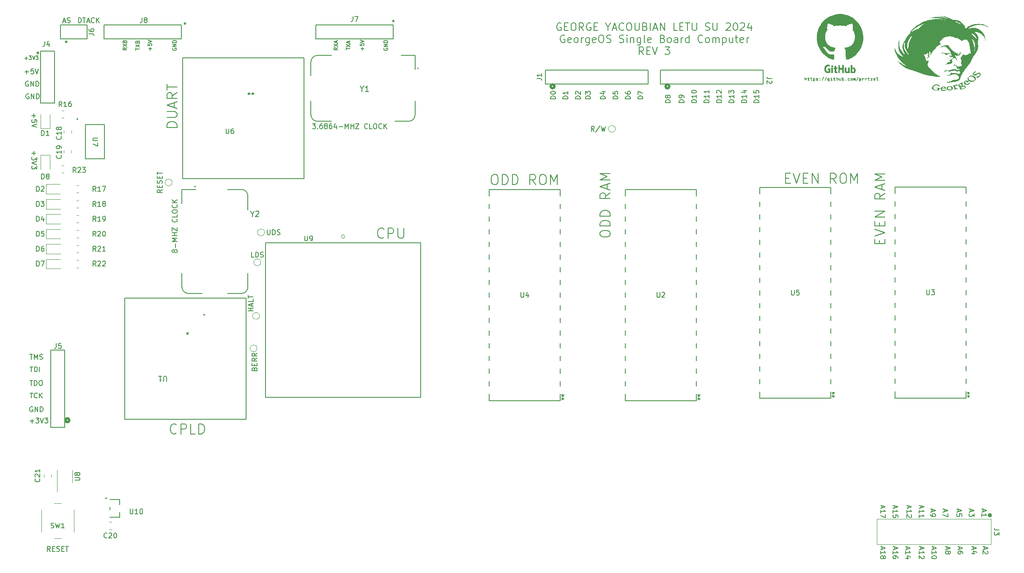
<source format=gbr>
%TF.GenerationSoftware,KiCad,Pcbnew,(6.0.0)*%
%TF.CreationDate,2024-06-19T19:19:11-04:00*%
%TF.ProjectId,MCD_Rev2,4d43445f-5265-4763-922e-6b696361645f,rev?*%
%TF.SameCoordinates,Original*%
%TF.FileFunction,Legend,Top*%
%TF.FilePolarity,Positive*%
%FSLAX46Y46*%
G04 Gerber Fmt 4.6, Leading zero omitted, Abs format (unit mm)*
G04 Created by KiCad (PCBNEW (6.0.0)) date 2024-06-19 19:19:11*
%MOMM*%
%LPD*%
G01*
G04 APERTURE LIST*
%ADD10C,0.150000*%
%ADD11C,0.050000*%
%ADD12C,0.120000*%
%ADD13C,0.152400*%
%ADD14C,0.508000*%
%ADD15C,0.419210*%
%ADD16C,0.127000*%
%ADD17C,0.200000*%
G04 APERTURE END LIST*
D10*
X101916666Y-143202380D02*
X102488095Y-143202380D01*
X102202380Y-144202380D02*
X102202380Y-143202380D01*
X102821428Y-144202380D02*
X102821428Y-143202380D01*
X103154761Y-143916666D01*
X103488095Y-143202380D01*
X103488095Y-144202380D01*
X103916666Y-144154761D02*
X104059523Y-144202380D01*
X104297619Y-144202380D01*
X104392857Y-144154761D01*
X104440476Y-144107142D01*
X104488095Y-144011904D01*
X104488095Y-143916666D01*
X104440476Y-143821428D01*
X104392857Y-143773809D01*
X104297619Y-143726190D01*
X104107142Y-143678571D01*
X104011904Y-143630952D01*
X103964285Y-143583333D01*
X103916666Y-143488095D01*
X103916666Y-143392857D01*
X103964285Y-143297619D01*
X104011904Y-143250000D01*
X104107142Y-143202380D01*
X104345238Y-143202380D01*
X104488095Y-143250000D01*
X101976190Y-145702380D02*
X102547619Y-145702380D01*
X102261904Y-146702380D02*
X102261904Y-145702380D01*
X102880952Y-146702380D02*
X102880952Y-145702380D01*
X103119047Y-145702380D01*
X103261904Y-145750000D01*
X103357142Y-145845238D01*
X103404761Y-145940476D01*
X103452380Y-146130952D01*
X103452380Y-146273809D01*
X103404761Y-146464285D01*
X103357142Y-146559523D01*
X103261904Y-146654761D01*
X103119047Y-146702380D01*
X102880952Y-146702380D01*
X103880952Y-146702380D02*
X103880952Y-145702380D01*
X102488095Y-153750000D02*
X102392857Y-153702380D01*
X102250000Y-153702380D01*
X102107142Y-153750000D01*
X102011904Y-153845238D01*
X101964285Y-153940476D01*
X101916666Y-154130952D01*
X101916666Y-154273809D01*
X101964285Y-154464285D01*
X102011904Y-154559523D01*
X102107142Y-154654761D01*
X102250000Y-154702380D01*
X102345238Y-154702380D01*
X102488095Y-154654761D01*
X102535714Y-154607142D01*
X102535714Y-154273809D01*
X102345238Y-154273809D01*
X102964285Y-154702380D02*
X102964285Y-153702380D01*
X103535714Y-154702380D01*
X103535714Y-153702380D01*
X104011904Y-154702380D02*
X104011904Y-153702380D01*
X104250000Y-153702380D01*
X104392857Y-153750000D01*
X104488095Y-153845238D01*
X104535714Y-153940476D01*
X104583333Y-154130952D01*
X104583333Y-154273809D01*
X104535714Y-154464285D01*
X104488095Y-154559523D01*
X104392857Y-154654761D01*
X104250000Y-154702380D01*
X104011904Y-154702380D01*
X126053571Y-82214285D02*
X126053571Y-81642857D01*
X126339285Y-81928571D02*
X125767857Y-81928571D01*
X125589285Y-80928571D02*
X125589285Y-81285714D01*
X125946428Y-81321428D01*
X125910714Y-81285714D01*
X125875000Y-81214285D01*
X125875000Y-81035714D01*
X125910714Y-80964285D01*
X125946428Y-80928571D01*
X126017857Y-80892857D01*
X126196428Y-80892857D01*
X126267857Y-80928571D01*
X126303571Y-80964285D01*
X126339285Y-81035714D01*
X126339285Y-81214285D01*
X126303571Y-81285714D01*
X126267857Y-81321428D01*
X125589285Y-80678571D02*
X126339285Y-80428571D01*
X125589285Y-80178571D01*
X101940476Y-148452380D02*
X102511904Y-148452380D01*
X102226190Y-149452380D02*
X102226190Y-148452380D01*
X102845238Y-149452380D02*
X102845238Y-148452380D01*
X103083333Y-148452380D01*
X103226190Y-148500000D01*
X103321428Y-148595238D01*
X103369047Y-148690476D01*
X103416666Y-148880952D01*
X103416666Y-149023809D01*
X103369047Y-149214285D01*
X103321428Y-149309523D01*
X103226190Y-149404761D01*
X103083333Y-149452380D01*
X102845238Y-149452380D01*
X104035714Y-148452380D02*
X104226190Y-148452380D01*
X104321428Y-148500000D01*
X104416666Y-148595238D01*
X104464285Y-148785714D01*
X104464285Y-149119047D01*
X104416666Y-149309523D01*
X104321428Y-149404761D01*
X104226190Y-149452380D01*
X104035714Y-149452380D01*
X103940476Y-149404761D01*
X103845238Y-149309523D01*
X103797619Y-149119047D01*
X103797619Y-148785714D01*
X103845238Y-148595238D01*
X103940476Y-148500000D01*
X104035714Y-148452380D01*
X172875000Y-81821428D02*
X172839285Y-81892857D01*
X172839285Y-82000000D01*
X172875000Y-82107142D01*
X172946428Y-82178571D01*
X173017857Y-82214285D01*
X173160714Y-82250000D01*
X173267857Y-82250000D01*
X173410714Y-82214285D01*
X173482142Y-82178571D01*
X173553571Y-82107142D01*
X173589285Y-82000000D01*
X173589285Y-81928571D01*
X173553571Y-81821428D01*
X173517857Y-81785714D01*
X173267857Y-81785714D01*
X173267857Y-81928571D01*
X173589285Y-81464285D02*
X172839285Y-81464285D01*
X173589285Y-81035714D01*
X172839285Y-81035714D01*
X173589285Y-80678571D02*
X172839285Y-80678571D01*
X172839285Y-80500000D01*
X172875000Y-80392857D01*
X172946428Y-80321428D01*
X173017857Y-80285714D01*
X173160714Y-80250000D01*
X173267857Y-80250000D01*
X173410714Y-80285714D01*
X173482142Y-80321428D01*
X173553571Y-80392857D01*
X173589285Y-80500000D01*
X173589285Y-80678571D01*
X217202380Y-91988095D02*
X216202380Y-91988095D01*
X216202380Y-91750000D01*
X216250000Y-91607142D01*
X216345238Y-91511904D01*
X216440476Y-91464285D01*
X216630952Y-91416666D01*
X216773809Y-91416666D01*
X216964285Y-91464285D01*
X217059523Y-91511904D01*
X217154761Y-91607142D01*
X217202380Y-91750000D01*
X217202380Y-91988095D01*
X216535714Y-90559523D02*
X217202380Y-90559523D01*
X216154761Y-90797619D02*
X216869047Y-91035714D01*
X216869047Y-90416666D01*
X272583333Y-181809523D02*
X272583333Y-182285714D01*
X272297619Y-181714285D02*
X273297619Y-182047619D01*
X272297619Y-182380952D01*
X272297619Y-183238095D02*
X272297619Y-182666666D01*
X272297619Y-182952380D02*
X273297619Y-182952380D01*
X273154761Y-182857142D01*
X273059523Y-182761904D01*
X273011904Y-182666666D01*
X272869047Y-183809523D02*
X272916666Y-183714285D01*
X272964285Y-183666666D01*
X273059523Y-183619047D01*
X273107142Y-183619047D01*
X273202380Y-183666666D01*
X273250000Y-183714285D01*
X273297619Y-183809523D01*
X273297619Y-184000000D01*
X273250000Y-184095238D01*
X273202380Y-184142857D01*
X273107142Y-184190476D01*
X273059523Y-184190476D01*
X272964285Y-184142857D01*
X272916666Y-184095238D01*
X272869047Y-184000000D01*
X272869047Y-183809523D01*
X272821428Y-183714285D01*
X272773809Y-183666666D01*
X272678571Y-183619047D01*
X272488095Y-183619047D01*
X272392857Y-183666666D01*
X272345238Y-183714285D01*
X272297619Y-183809523D01*
X272297619Y-184000000D01*
X272345238Y-184095238D01*
X272392857Y-184142857D01*
X272488095Y-184190476D01*
X272678571Y-184190476D01*
X272773809Y-184142857D01*
X272821428Y-184095238D01*
X272869047Y-184000000D01*
X288083333Y-181785714D02*
X288083333Y-182261904D01*
X287797619Y-181690476D02*
X288797619Y-182023809D01*
X287797619Y-182357142D01*
X288797619Y-183119047D02*
X288797619Y-182928571D01*
X288750000Y-182833333D01*
X288702380Y-182785714D01*
X288559523Y-182690476D01*
X288369047Y-182642857D01*
X287988095Y-182642857D01*
X287892857Y-182690476D01*
X287845238Y-182738095D01*
X287797619Y-182833333D01*
X287797619Y-183023809D01*
X287845238Y-183119047D01*
X287892857Y-183166666D01*
X287988095Y-183214285D01*
X288226190Y-183214285D01*
X288321428Y-183166666D01*
X288369047Y-183119047D01*
X288416666Y-183023809D01*
X288416666Y-182833333D01*
X288369047Y-182738095D01*
X288321428Y-182690476D01*
X288226190Y-182642857D01*
X280333333Y-173559523D02*
X280333333Y-174035714D01*
X280047619Y-173464285D02*
X281047619Y-173797619D01*
X280047619Y-174130952D01*
X280047619Y-174988095D02*
X280047619Y-174416666D01*
X280047619Y-174702380D02*
X281047619Y-174702380D01*
X280904761Y-174607142D01*
X280809523Y-174511904D01*
X280761904Y-174416666D01*
X280047619Y-175940476D02*
X280047619Y-175369047D01*
X280047619Y-175654761D02*
X281047619Y-175654761D01*
X280904761Y-175559523D01*
X280809523Y-175464285D01*
X280761904Y-175369047D01*
X101964285Y-150952380D02*
X102535714Y-150952380D01*
X102250000Y-151952380D02*
X102250000Y-150952380D01*
X103440476Y-151857142D02*
X103392857Y-151904761D01*
X103250000Y-151952380D01*
X103154761Y-151952380D01*
X103011904Y-151904761D01*
X102916666Y-151809523D01*
X102869047Y-151714285D01*
X102821428Y-151523809D01*
X102821428Y-151380952D01*
X102869047Y-151190476D01*
X102916666Y-151095238D01*
X103011904Y-151000000D01*
X103154761Y-150952380D01*
X103250000Y-150952380D01*
X103392857Y-151000000D01*
X103440476Y-151047619D01*
X103869047Y-151952380D02*
X103869047Y-150952380D01*
X104440476Y-151952380D02*
X104011904Y-151380952D01*
X104440476Y-150952380D02*
X103869047Y-151523809D01*
X285083333Y-174285714D02*
X285083333Y-174761904D01*
X284797619Y-174190476D02*
X285797619Y-174523809D01*
X284797619Y-174857142D01*
X285797619Y-175095238D02*
X285797619Y-175761904D01*
X284797619Y-175333333D01*
X247952380Y-92714285D02*
X246952380Y-92714285D01*
X246952380Y-92476190D01*
X247000000Y-92333333D01*
X247095238Y-92238095D01*
X247190476Y-92190476D01*
X247380952Y-92142857D01*
X247523809Y-92142857D01*
X247714285Y-92190476D01*
X247809523Y-92238095D01*
X247904761Y-92333333D01*
X247952380Y-92476190D01*
X247952380Y-92714285D01*
X247952380Y-91190476D02*
X247952380Y-91761904D01*
X247952380Y-91476190D02*
X246952380Y-91476190D01*
X247095238Y-91571428D01*
X247190476Y-91666666D01*
X247238095Y-91761904D01*
X246952380Y-90285714D02*
X246952380Y-90761904D01*
X247428571Y-90809523D01*
X247380952Y-90761904D01*
X247333333Y-90666666D01*
X247333333Y-90428571D01*
X247380952Y-90333333D01*
X247428571Y-90285714D01*
X247523809Y-90238095D01*
X247761904Y-90238095D01*
X247857142Y-90285714D01*
X247904761Y-90333333D01*
X247952380Y-90428571D01*
X247952380Y-90666666D01*
X247904761Y-90761904D01*
X247857142Y-90809523D01*
X106047619Y-182702380D02*
X105714285Y-182226190D01*
X105476190Y-182702380D02*
X105476190Y-181702380D01*
X105857142Y-181702380D01*
X105952380Y-181750000D01*
X106000000Y-181797619D01*
X106047619Y-181892857D01*
X106047619Y-182035714D01*
X106000000Y-182130952D01*
X105952380Y-182178571D01*
X105857142Y-182226190D01*
X105476190Y-182226190D01*
X106476190Y-182178571D02*
X106809523Y-182178571D01*
X106952380Y-182702380D02*
X106476190Y-182702380D01*
X106476190Y-181702380D01*
X106952380Y-181702380D01*
X107333333Y-182654761D02*
X107476190Y-182702380D01*
X107714285Y-182702380D01*
X107809523Y-182654761D01*
X107857142Y-182607142D01*
X107904761Y-182511904D01*
X107904761Y-182416666D01*
X107857142Y-182321428D01*
X107809523Y-182273809D01*
X107714285Y-182226190D01*
X107523809Y-182178571D01*
X107428571Y-182130952D01*
X107380952Y-182083333D01*
X107333333Y-181988095D01*
X107333333Y-181892857D01*
X107380952Y-181797619D01*
X107428571Y-181750000D01*
X107523809Y-181702380D01*
X107761904Y-181702380D01*
X107904761Y-181750000D01*
X108333333Y-182178571D02*
X108666666Y-182178571D01*
X108809523Y-182702380D02*
X108333333Y-182702380D01*
X108333333Y-181702380D01*
X108809523Y-181702380D01*
X109095238Y-181702380D02*
X109666666Y-181702380D01*
X109380952Y-182702380D02*
X109380952Y-181702380D01*
X222202380Y-91988095D02*
X221202380Y-91988095D01*
X221202380Y-91750000D01*
X221250000Y-91607142D01*
X221345238Y-91511904D01*
X221440476Y-91464285D01*
X221630952Y-91416666D01*
X221773809Y-91416666D01*
X221964285Y-91464285D01*
X222059523Y-91511904D01*
X222154761Y-91607142D01*
X222202380Y-91750000D01*
X222202380Y-91988095D01*
X221202380Y-90559523D02*
X221202380Y-90750000D01*
X221250000Y-90845238D01*
X221297619Y-90892857D01*
X221440476Y-90988095D01*
X221630952Y-91035714D01*
X222011904Y-91035714D01*
X222107142Y-90988095D01*
X222154761Y-90940476D01*
X222202380Y-90845238D01*
X222202380Y-90654761D01*
X222154761Y-90559523D01*
X222107142Y-90511904D01*
X222011904Y-90464285D01*
X221773809Y-90464285D01*
X221678571Y-90511904D01*
X221630952Y-90559523D01*
X221583333Y-90654761D01*
X221583333Y-90845238D01*
X221630952Y-90940476D01*
X221678571Y-90988095D01*
X221773809Y-91035714D01*
X207202380Y-91988095D02*
X206202380Y-91988095D01*
X206202380Y-91750000D01*
X206250000Y-91607142D01*
X206345238Y-91511904D01*
X206440476Y-91464285D01*
X206630952Y-91416666D01*
X206773809Y-91416666D01*
X206964285Y-91464285D01*
X207059523Y-91511904D01*
X207154761Y-91607142D01*
X207202380Y-91750000D01*
X207202380Y-91988095D01*
X206202380Y-90797619D02*
X206202380Y-90702380D01*
X206250000Y-90607142D01*
X206297619Y-90559523D01*
X206392857Y-90511904D01*
X206583333Y-90464285D01*
X206821428Y-90464285D01*
X207011904Y-90511904D01*
X207107142Y-90559523D01*
X207154761Y-90607142D01*
X207202380Y-90702380D01*
X207202380Y-90797619D01*
X207154761Y-90892857D01*
X207107142Y-90940476D01*
X207011904Y-90988095D01*
X206821428Y-91035714D01*
X206583333Y-91035714D01*
X206392857Y-90988095D01*
X206297619Y-90940476D01*
X206250000Y-90892857D01*
X206202380Y-90797619D01*
X168553571Y-82214285D02*
X168553571Y-81642857D01*
X168839285Y-81928571D02*
X168267857Y-81928571D01*
X168089285Y-80928571D02*
X168089285Y-81285714D01*
X168446428Y-81321428D01*
X168410714Y-81285714D01*
X168375000Y-81214285D01*
X168375000Y-81035714D01*
X168410714Y-80964285D01*
X168446428Y-80928571D01*
X168517857Y-80892857D01*
X168696428Y-80892857D01*
X168767857Y-80928571D01*
X168803571Y-80964285D01*
X168839285Y-81035714D01*
X168839285Y-81214285D01*
X168803571Y-81285714D01*
X168767857Y-81321428D01*
X168089285Y-80678571D02*
X168839285Y-80428571D01*
X168089285Y-80178571D01*
X172821428Y-119714285D02*
X172726190Y-119809523D01*
X172440476Y-119904761D01*
X172250000Y-119904761D01*
X171964285Y-119809523D01*
X171773809Y-119619047D01*
X171678571Y-119428571D01*
X171583333Y-119047619D01*
X171583333Y-118761904D01*
X171678571Y-118380952D01*
X171773809Y-118190476D01*
X171964285Y-118000000D01*
X172250000Y-117904761D01*
X172440476Y-117904761D01*
X172726190Y-118000000D01*
X172821428Y-118095238D01*
X173678571Y-119904761D02*
X173678571Y-117904761D01*
X174440476Y-117904761D01*
X174630952Y-118000000D01*
X174726190Y-118095238D01*
X174821428Y-118285714D01*
X174821428Y-118571428D01*
X174726190Y-118761904D01*
X174630952Y-118857142D01*
X174440476Y-118952380D01*
X173678571Y-118952380D01*
X175678571Y-117904761D02*
X175678571Y-119523809D01*
X175773809Y-119714285D01*
X175869047Y-119809523D01*
X176059523Y-119904761D01*
X176440476Y-119904761D01*
X176630952Y-119809523D01*
X176726190Y-119714285D01*
X176821428Y-119523809D01*
X176821428Y-117904761D01*
X131404761Y-97690476D02*
X129404761Y-97690476D01*
X129404761Y-97214285D01*
X129500000Y-96928571D01*
X129690476Y-96738095D01*
X129880952Y-96642857D01*
X130261904Y-96547619D01*
X130547619Y-96547619D01*
X130928571Y-96642857D01*
X131119047Y-96738095D01*
X131309523Y-96928571D01*
X131404761Y-97214285D01*
X131404761Y-97690476D01*
X129404761Y-95690476D02*
X131023809Y-95690476D01*
X131214285Y-95595238D01*
X131309523Y-95500000D01*
X131404761Y-95309523D01*
X131404761Y-94928571D01*
X131309523Y-94738095D01*
X131214285Y-94642857D01*
X131023809Y-94547619D01*
X129404761Y-94547619D01*
X130833333Y-93690476D02*
X130833333Y-92738095D01*
X131404761Y-93880952D02*
X129404761Y-93214285D01*
X131404761Y-92547619D01*
X131404761Y-90738095D02*
X130452380Y-91404761D01*
X131404761Y-91880952D02*
X129404761Y-91880952D01*
X129404761Y-91119047D01*
X129500000Y-90928571D01*
X129595238Y-90833333D01*
X129785714Y-90738095D01*
X130071428Y-90738095D01*
X130261904Y-90833333D01*
X130357142Y-90928571D01*
X130452380Y-91119047D01*
X130452380Y-91880952D01*
X129404761Y-90166666D02*
X129404761Y-89023809D01*
X131404761Y-89595238D02*
X129404761Y-89595238D01*
X158523809Y-96952380D02*
X159142857Y-96952380D01*
X158809523Y-97333333D01*
X158952380Y-97333333D01*
X159047619Y-97380952D01*
X159095238Y-97428571D01*
X159142857Y-97523809D01*
X159142857Y-97761904D01*
X159095238Y-97857142D01*
X159047619Y-97904761D01*
X158952380Y-97952380D01*
X158666666Y-97952380D01*
X158571428Y-97904761D01*
X158523809Y-97857142D01*
X159571428Y-97857142D02*
X159619047Y-97904761D01*
X159571428Y-97952380D01*
X159523809Y-97904761D01*
X159571428Y-97857142D01*
X159571428Y-97952380D01*
X160476190Y-96952380D02*
X160285714Y-96952380D01*
X160190476Y-97000000D01*
X160142857Y-97047619D01*
X160047619Y-97190476D01*
X160000000Y-97380952D01*
X160000000Y-97761904D01*
X160047619Y-97857142D01*
X160095238Y-97904761D01*
X160190476Y-97952380D01*
X160380952Y-97952380D01*
X160476190Y-97904761D01*
X160523809Y-97857142D01*
X160571428Y-97761904D01*
X160571428Y-97523809D01*
X160523809Y-97428571D01*
X160476190Y-97380952D01*
X160380952Y-97333333D01*
X160190476Y-97333333D01*
X160095238Y-97380952D01*
X160047619Y-97428571D01*
X160000000Y-97523809D01*
X161142857Y-97380952D02*
X161047619Y-97333333D01*
X161000000Y-97285714D01*
X160952380Y-97190476D01*
X160952380Y-97142857D01*
X161000000Y-97047619D01*
X161047619Y-97000000D01*
X161142857Y-96952380D01*
X161333333Y-96952380D01*
X161428571Y-97000000D01*
X161476190Y-97047619D01*
X161523809Y-97142857D01*
X161523809Y-97190476D01*
X161476190Y-97285714D01*
X161428571Y-97333333D01*
X161333333Y-97380952D01*
X161142857Y-97380952D01*
X161047619Y-97428571D01*
X161000000Y-97476190D01*
X160952380Y-97571428D01*
X160952380Y-97761904D01*
X161000000Y-97857142D01*
X161047619Y-97904761D01*
X161142857Y-97952380D01*
X161333333Y-97952380D01*
X161428571Y-97904761D01*
X161476190Y-97857142D01*
X161523809Y-97761904D01*
X161523809Y-97571428D01*
X161476190Y-97476190D01*
X161428571Y-97428571D01*
X161333333Y-97380952D01*
X162380952Y-96952380D02*
X162190476Y-96952380D01*
X162095238Y-97000000D01*
X162047619Y-97047619D01*
X161952380Y-97190476D01*
X161904761Y-97380952D01*
X161904761Y-97761904D01*
X161952380Y-97857142D01*
X162000000Y-97904761D01*
X162095238Y-97952380D01*
X162285714Y-97952380D01*
X162380952Y-97904761D01*
X162428571Y-97857142D01*
X162476190Y-97761904D01*
X162476190Y-97523809D01*
X162428571Y-97428571D01*
X162380952Y-97380952D01*
X162285714Y-97333333D01*
X162095238Y-97333333D01*
X162000000Y-97380952D01*
X161952380Y-97428571D01*
X161904761Y-97523809D01*
X163333333Y-97285714D02*
X163333333Y-97952380D01*
X163095238Y-96904761D02*
X162857142Y-97619047D01*
X163476190Y-97619047D01*
X163857142Y-97571428D02*
X164619047Y-97571428D01*
X165095238Y-97952380D02*
X165095238Y-96952380D01*
X165428571Y-97666666D01*
X165761904Y-96952380D01*
X165761904Y-97952380D01*
X166238095Y-97952380D02*
X166238095Y-96952380D01*
X166238095Y-97428571D02*
X166809523Y-97428571D01*
X166809523Y-97952380D02*
X166809523Y-96952380D01*
X167190476Y-96952380D02*
X167857142Y-96952380D01*
X167190476Y-97952380D01*
X167857142Y-97952380D01*
X169571428Y-97857142D02*
X169523809Y-97904761D01*
X169380952Y-97952380D01*
X169285714Y-97952380D01*
X169142857Y-97904761D01*
X169047619Y-97809523D01*
X169000000Y-97714285D01*
X168952380Y-97523809D01*
X168952380Y-97380952D01*
X169000000Y-97190476D01*
X169047619Y-97095238D01*
X169142857Y-97000000D01*
X169285714Y-96952380D01*
X169380952Y-96952380D01*
X169523809Y-97000000D01*
X169571428Y-97047619D01*
X170476190Y-97952380D02*
X170000000Y-97952380D01*
X170000000Y-96952380D01*
X171000000Y-96952380D02*
X171190476Y-96952380D01*
X171285714Y-97000000D01*
X171380952Y-97095238D01*
X171428571Y-97285714D01*
X171428571Y-97619047D01*
X171380952Y-97809523D01*
X171285714Y-97904761D01*
X171190476Y-97952380D01*
X171000000Y-97952380D01*
X170904761Y-97904761D01*
X170809523Y-97809523D01*
X170761904Y-97619047D01*
X170761904Y-97285714D01*
X170809523Y-97095238D01*
X170904761Y-97000000D01*
X171000000Y-96952380D01*
X172428571Y-97857142D02*
X172380952Y-97904761D01*
X172238095Y-97952380D01*
X172142857Y-97952380D01*
X172000000Y-97904761D01*
X171904761Y-97809523D01*
X171857142Y-97714285D01*
X171809523Y-97523809D01*
X171809523Y-97380952D01*
X171857142Y-97190476D01*
X171904761Y-97095238D01*
X172000000Y-97000000D01*
X172142857Y-96952380D01*
X172238095Y-96952380D01*
X172380952Y-97000000D01*
X172428571Y-97047619D01*
X172857142Y-97952380D02*
X172857142Y-96952380D01*
X173428571Y-97952380D02*
X173000000Y-97380952D01*
X173428571Y-96952380D02*
X172857142Y-97523809D01*
X287833333Y-174285714D02*
X287833333Y-174761904D01*
X287547619Y-174190476D02*
X288547619Y-174523809D01*
X287547619Y-174857142D01*
X288547619Y-175666666D02*
X288547619Y-175190476D01*
X288071428Y-175142857D01*
X288119047Y-175190476D01*
X288166666Y-175285714D01*
X288166666Y-175523809D01*
X288119047Y-175619047D01*
X288071428Y-175666666D01*
X287976190Y-175714285D01*
X287738095Y-175714285D01*
X287642857Y-175666666D01*
X287595238Y-175619047D01*
X287547619Y-175523809D01*
X287547619Y-175285714D01*
X287595238Y-175190476D01*
X287642857Y-175142857D01*
X290333333Y-174285714D02*
X290333333Y-174761904D01*
X290047619Y-174190476D02*
X291047619Y-174523809D01*
X290047619Y-174857142D01*
X291047619Y-175095238D02*
X291047619Y-175714285D01*
X290666666Y-175380952D01*
X290666666Y-175523809D01*
X290619047Y-175619047D01*
X290571428Y-175666666D01*
X290476190Y-175714285D01*
X290238095Y-175714285D01*
X290142857Y-175666666D01*
X290095238Y-175619047D01*
X290047619Y-175523809D01*
X290047619Y-175238095D01*
X290095238Y-175142857D01*
X290142857Y-175095238D01*
X242952380Y-92714285D02*
X241952380Y-92714285D01*
X241952380Y-92476190D01*
X242000000Y-92333333D01*
X242095238Y-92238095D01*
X242190476Y-92190476D01*
X242380952Y-92142857D01*
X242523809Y-92142857D01*
X242714285Y-92190476D01*
X242809523Y-92238095D01*
X242904761Y-92333333D01*
X242952380Y-92476190D01*
X242952380Y-92714285D01*
X242952380Y-91190476D02*
X242952380Y-91761904D01*
X242952380Y-91476190D02*
X241952380Y-91476190D01*
X242095238Y-91571428D01*
X242190476Y-91666666D01*
X242238095Y-91761904D01*
X241952380Y-90857142D02*
X241952380Y-90238095D01*
X242333333Y-90571428D01*
X242333333Y-90428571D01*
X242380952Y-90333333D01*
X242428571Y-90285714D01*
X242523809Y-90238095D01*
X242761904Y-90238095D01*
X242857142Y-90285714D01*
X242904761Y-90333333D01*
X242952380Y-90428571D01*
X242952380Y-90714285D01*
X242904761Y-90809523D01*
X242857142Y-90857142D01*
X102728571Y-102488095D02*
X102728571Y-103250000D01*
X102347619Y-102869047D02*
X103109523Y-102869047D01*
X103347619Y-103630952D02*
X103347619Y-104250000D01*
X102966666Y-103916666D01*
X102966666Y-104059523D01*
X102919047Y-104154761D01*
X102871428Y-104202380D01*
X102776190Y-104250000D01*
X102538095Y-104250000D01*
X102442857Y-104202380D01*
X102395238Y-104154761D01*
X102347619Y-104059523D01*
X102347619Y-103773809D01*
X102395238Y-103678571D01*
X102442857Y-103630952D01*
X103347619Y-104535714D02*
X102347619Y-104869047D01*
X103347619Y-105202380D01*
X103347619Y-105440476D02*
X103347619Y-106059523D01*
X102966666Y-105726190D01*
X102966666Y-105869047D01*
X102919047Y-105964285D01*
X102871428Y-106011904D01*
X102776190Y-106059523D01*
X102538095Y-106059523D01*
X102442857Y-106011904D01*
X102395238Y-105964285D01*
X102347619Y-105869047D01*
X102347619Y-105583333D01*
X102395238Y-105488095D01*
X102442857Y-105440476D01*
X253309523Y-107857142D02*
X253976190Y-107857142D01*
X254261904Y-108904761D02*
X253309523Y-108904761D01*
X253309523Y-106904761D01*
X254261904Y-106904761D01*
X254833333Y-106904761D02*
X255500000Y-108904761D01*
X256166666Y-106904761D01*
X256833333Y-107857142D02*
X257500000Y-107857142D01*
X257785714Y-108904761D02*
X256833333Y-108904761D01*
X256833333Y-106904761D01*
X257785714Y-106904761D01*
X258642857Y-108904761D02*
X258642857Y-106904761D01*
X259785714Y-108904761D01*
X259785714Y-106904761D01*
X263404761Y-108904761D02*
X262738095Y-107952380D01*
X262261904Y-108904761D02*
X262261904Y-106904761D01*
X263023809Y-106904761D01*
X263214285Y-107000000D01*
X263309523Y-107095238D01*
X263404761Y-107285714D01*
X263404761Y-107571428D01*
X263309523Y-107761904D01*
X263214285Y-107857142D01*
X263023809Y-107952380D01*
X262261904Y-107952380D01*
X264642857Y-106904761D02*
X265023809Y-106904761D01*
X265214285Y-107000000D01*
X265404761Y-107190476D01*
X265500000Y-107571428D01*
X265500000Y-108238095D01*
X265404761Y-108619047D01*
X265214285Y-108809523D01*
X265023809Y-108904761D01*
X264642857Y-108904761D01*
X264452380Y-108809523D01*
X264261904Y-108619047D01*
X264166666Y-108238095D01*
X264166666Y-107571428D01*
X264261904Y-107190476D01*
X264452380Y-107000000D01*
X264642857Y-106904761D01*
X266357142Y-108904761D02*
X266357142Y-106904761D01*
X267023809Y-108333333D01*
X267690476Y-106904761D01*
X267690476Y-108904761D01*
X277833333Y-173559523D02*
X277833333Y-174035714D01*
X277547619Y-173464285D02*
X278547619Y-173797619D01*
X277547619Y-174130952D01*
X277547619Y-174988095D02*
X277547619Y-174416666D01*
X277547619Y-174702380D02*
X278547619Y-174702380D01*
X278404761Y-174607142D01*
X278309523Y-174511904D01*
X278261904Y-174416666D01*
X278452380Y-175369047D02*
X278500000Y-175416666D01*
X278547619Y-175511904D01*
X278547619Y-175750000D01*
X278500000Y-175845238D01*
X278452380Y-175892857D01*
X278357142Y-175940476D01*
X278261904Y-175940476D01*
X278119047Y-175892857D01*
X277547619Y-175321428D01*
X277547619Y-175940476D01*
X272583333Y-173559523D02*
X272583333Y-174035714D01*
X272297619Y-173464285D02*
X273297619Y-173797619D01*
X272297619Y-174130952D01*
X272297619Y-174988095D02*
X272297619Y-174416666D01*
X272297619Y-174702380D02*
X273297619Y-174702380D01*
X273154761Y-174607142D01*
X273059523Y-174511904D01*
X273011904Y-174416666D01*
X273297619Y-175321428D02*
X273297619Y-175988095D01*
X272297619Y-175559523D01*
X245452380Y-92714285D02*
X244452380Y-92714285D01*
X244452380Y-92476190D01*
X244500000Y-92333333D01*
X244595238Y-92238095D01*
X244690476Y-92190476D01*
X244880952Y-92142857D01*
X245023809Y-92142857D01*
X245214285Y-92190476D01*
X245309523Y-92238095D01*
X245404761Y-92333333D01*
X245452380Y-92476190D01*
X245452380Y-92714285D01*
X245452380Y-91190476D02*
X245452380Y-91761904D01*
X245452380Y-91476190D02*
X244452380Y-91476190D01*
X244595238Y-91571428D01*
X244690476Y-91666666D01*
X244738095Y-91761904D01*
X244785714Y-90333333D02*
X245452380Y-90333333D01*
X244404761Y-90571428D02*
X245119047Y-90809523D01*
X245119047Y-90190476D01*
X293083333Y-181785714D02*
X293083333Y-182261904D01*
X292797619Y-181690476D02*
X293797619Y-182023809D01*
X292797619Y-182357142D01*
X293702380Y-182642857D02*
X293750000Y-182690476D01*
X293797619Y-182785714D01*
X293797619Y-183023809D01*
X293750000Y-183119047D01*
X293702380Y-183166666D01*
X293607142Y-183214285D01*
X293511904Y-183214285D01*
X293369047Y-183166666D01*
X292797619Y-182595238D01*
X292797619Y-183214285D01*
X163589285Y-81696428D02*
X163232142Y-81946428D01*
X163589285Y-82125000D02*
X162839285Y-82125000D01*
X162839285Y-81839285D01*
X162875000Y-81767857D01*
X162910714Y-81732142D01*
X162982142Y-81696428D01*
X163089285Y-81696428D01*
X163160714Y-81732142D01*
X163196428Y-81767857D01*
X163232142Y-81839285D01*
X163232142Y-82125000D01*
X162839285Y-81446428D02*
X163589285Y-80946428D01*
X162839285Y-80946428D02*
X163589285Y-81446428D01*
X163375000Y-80696428D02*
X163375000Y-80339285D01*
X163589285Y-80767857D02*
X162839285Y-80517857D01*
X163589285Y-80267857D01*
X100928571Y-83803571D02*
X101500000Y-83803571D01*
X101214285Y-84089285D02*
X101214285Y-83517857D01*
X101785714Y-83339285D02*
X102250000Y-83339285D01*
X102000000Y-83625000D01*
X102107142Y-83625000D01*
X102178571Y-83660714D01*
X102214285Y-83696428D01*
X102250000Y-83767857D01*
X102250000Y-83946428D01*
X102214285Y-84017857D01*
X102178571Y-84053571D01*
X102107142Y-84089285D01*
X101892857Y-84089285D01*
X101821428Y-84053571D01*
X101785714Y-84017857D01*
X102464285Y-83339285D02*
X102714285Y-84089285D01*
X102964285Y-83339285D01*
X103142857Y-83339285D02*
X103607142Y-83339285D01*
X103357142Y-83625000D01*
X103464285Y-83625000D01*
X103535714Y-83660714D01*
X103571428Y-83696428D01*
X103607142Y-83767857D01*
X103607142Y-83946428D01*
X103571428Y-84017857D01*
X103535714Y-84053571D01*
X103464285Y-84089285D01*
X103250000Y-84089285D01*
X103178571Y-84053571D01*
X103142857Y-84017857D01*
X108585714Y-76416666D02*
X109061904Y-76416666D01*
X108490476Y-76702380D02*
X108823809Y-75702380D01*
X109157142Y-76702380D01*
X109442857Y-76654761D02*
X109585714Y-76702380D01*
X109823809Y-76702380D01*
X109919047Y-76654761D01*
X109966666Y-76607142D01*
X110014285Y-76511904D01*
X110014285Y-76416666D01*
X109966666Y-76321428D01*
X109919047Y-76273809D01*
X109823809Y-76226190D01*
X109633333Y-76178571D01*
X109538095Y-76130952D01*
X109490476Y-76083333D01*
X109442857Y-75988095D01*
X109442857Y-75892857D01*
X109490476Y-75797619D01*
X109538095Y-75750000D01*
X109633333Y-75702380D01*
X109871428Y-75702380D01*
X110014285Y-75750000D01*
X219702380Y-91988095D02*
X218702380Y-91988095D01*
X218702380Y-91750000D01*
X218750000Y-91607142D01*
X218845238Y-91511904D01*
X218940476Y-91464285D01*
X219130952Y-91416666D01*
X219273809Y-91416666D01*
X219464285Y-91464285D01*
X219559523Y-91511904D01*
X219654761Y-91607142D01*
X219702380Y-91750000D01*
X219702380Y-91988095D01*
X218702380Y-90511904D02*
X218702380Y-90988095D01*
X219178571Y-91035714D01*
X219130952Y-90988095D01*
X219083333Y-90892857D01*
X219083333Y-90654761D01*
X219130952Y-90559523D01*
X219178571Y-90511904D01*
X219273809Y-90464285D01*
X219511904Y-90464285D01*
X219607142Y-90511904D01*
X219654761Y-90559523D01*
X219702380Y-90654761D01*
X219702380Y-90892857D01*
X219654761Y-90988095D01*
X219607142Y-91035714D01*
X101988095Y-156571428D02*
X102750000Y-156571428D01*
X102369047Y-156952380D02*
X102369047Y-156190476D01*
X103130952Y-155952380D02*
X103750000Y-155952380D01*
X103416666Y-156333333D01*
X103559523Y-156333333D01*
X103654761Y-156380952D01*
X103702380Y-156428571D01*
X103750000Y-156523809D01*
X103750000Y-156761904D01*
X103702380Y-156857142D01*
X103654761Y-156904761D01*
X103559523Y-156952380D01*
X103273809Y-156952380D01*
X103178571Y-156904761D01*
X103130952Y-156857142D01*
X104035714Y-155952380D02*
X104369047Y-156952380D01*
X104702380Y-155952380D01*
X104940476Y-155952380D02*
X105559523Y-155952380D01*
X105226190Y-156333333D01*
X105369047Y-156333333D01*
X105464285Y-156380952D01*
X105511904Y-156428571D01*
X105559523Y-156523809D01*
X105559523Y-156761904D01*
X105511904Y-156857142D01*
X105464285Y-156904761D01*
X105369047Y-156952380D01*
X105083333Y-156952380D01*
X104988095Y-156904761D01*
X104940476Y-156857142D01*
X275083333Y-173559523D02*
X275083333Y-174035714D01*
X274797619Y-173464285D02*
X275797619Y-173797619D01*
X274797619Y-174130952D01*
X274797619Y-174988095D02*
X274797619Y-174416666D01*
X274797619Y-174702380D02*
X275797619Y-174702380D01*
X275654761Y-174607142D01*
X275559523Y-174511904D01*
X275511904Y-174416666D01*
X275797619Y-175892857D02*
X275797619Y-175416666D01*
X275321428Y-175369047D01*
X275369047Y-175416666D01*
X275416666Y-175511904D01*
X275416666Y-175750000D01*
X275369047Y-175845238D01*
X275321428Y-175892857D01*
X275226190Y-175940476D01*
X274988095Y-175940476D01*
X274892857Y-175892857D01*
X274845238Y-175845238D01*
X274797619Y-175750000D01*
X274797619Y-175511904D01*
X274845238Y-175416666D01*
X274892857Y-175369047D01*
X102728571Y-94964285D02*
X102728571Y-95726190D01*
X102347619Y-95345238D02*
X103109523Y-95345238D01*
X103347619Y-96678571D02*
X103347619Y-96202380D01*
X102871428Y-96154761D01*
X102919047Y-96202380D01*
X102966666Y-96297619D01*
X102966666Y-96535714D01*
X102919047Y-96630952D01*
X102871428Y-96678571D01*
X102776190Y-96726190D01*
X102538095Y-96726190D01*
X102442857Y-96678571D01*
X102395238Y-96630952D01*
X102347619Y-96535714D01*
X102347619Y-96297619D01*
X102395238Y-96202380D01*
X102442857Y-96154761D01*
X103347619Y-97011904D02*
X102347619Y-97345238D01*
X103347619Y-97678571D01*
X214202380Y-91988095D02*
X213202380Y-91988095D01*
X213202380Y-91750000D01*
X213250000Y-91607142D01*
X213345238Y-91511904D01*
X213440476Y-91464285D01*
X213630952Y-91416666D01*
X213773809Y-91416666D01*
X213964285Y-91464285D01*
X214059523Y-91511904D01*
X214154761Y-91607142D01*
X214202380Y-91750000D01*
X214202380Y-91988095D01*
X213202380Y-91083333D02*
X213202380Y-90464285D01*
X213583333Y-90797619D01*
X213583333Y-90654761D01*
X213630952Y-90559523D01*
X213678571Y-90511904D01*
X213773809Y-90464285D01*
X214011904Y-90464285D01*
X214107142Y-90511904D01*
X214154761Y-90559523D01*
X214202380Y-90654761D01*
X214202380Y-90940476D01*
X214154761Y-91035714D01*
X214107142Y-91083333D01*
X131309523Y-158964285D02*
X131214285Y-159059523D01*
X130928571Y-159154761D01*
X130738095Y-159154761D01*
X130452380Y-159059523D01*
X130261904Y-158869047D01*
X130166666Y-158678571D01*
X130071428Y-158297619D01*
X130071428Y-158011904D01*
X130166666Y-157630952D01*
X130261904Y-157440476D01*
X130452380Y-157250000D01*
X130738095Y-157154761D01*
X130928571Y-157154761D01*
X131214285Y-157250000D01*
X131309523Y-157345238D01*
X132166666Y-159154761D02*
X132166666Y-157154761D01*
X132928571Y-157154761D01*
X133119047Y-157250000D01*
X133214285Y-157345238D01*
X133309523Y-157535714D01*
X133309523Y-157821428D01*
X133214285Y-158011904D01*
X133119047Y-158107142D01*
X132928571Y-158202380D01*
X132166666Y-158202380D01*
X135119047Y-159154761D02*
X134166666Y-159154761D01*
X134166666Y-157154761D01*
X135785714Y-159154761D02*
X135785714Y-157154761D01*
X136261904Y-157154761D01*
X136547619Y-157250000D01*
X136738095Y-157440476D01*
X136833333Y-157630952D01*
X136928571Y-158011904D01*
X136928571Y-158297619D01*
X136833333Y-158678571D01*
X136738095Y-158869047D01*
X136547619Y-159059523D01*
X136261904Y-159154761D01*
X135785714Y-159154761D01*
X230202380Y-92738095D02*
X229202380Y-92738095D01*
X229202380Y-92500000D01*
X229250000Y-92357142D01*
X229345238Y-92261904D01*
X229440476Y-92214285D01*
X229630952Y-92166666D01*
X229773809Y-92166666D01*
X229964285Y-92214285D01*
X230059523Y-92261904D01*
X230154761Y-92357142D01*
X230202380Y-92500000D01*
X230202380Y-92738095D01*
X229630952Y-91595238D02*
X229583333Y-91690476D01*
X229535714Y-91738095D01*
X229440476Y-91785714D01*
X229392857Y-91785714D01*
X229297619Y-91738095D01*
X229250000Y-91690476D01*
X229202380Y-91595238D01*
X229202380Y-91404761D01*
X229250000Y-91309523D01*
X229297619Y-91261904D01*
X229392857Y-91214285D01*
X229440476Y-91214285D01*
X229535714Y-91261904D01*
X229583333Y-91309523D01*
X229630952Y-91404761D01*
X229630952Y-91595238D01*
X229678571Y-91690476D01*
X229726190Y-91738095D01*
X229821428Y-91785714D01*
X230011904Y-91785714D01*
X230107142Y-91738095D01*
X230154761Y-91690476D01*
X230202380Y-91595238D01*
X230202380Y-91404761D01*
X230154761Y-91309523D01*
X230107142Y-91261904D01*
X230011904Y-91214285D01*
X229821428Y-91214285D01*
X229726190Y-91261904D01*
X229678571Y-91309523D01*
X229630952Y-91404761D01*
X212202380Y-91988095D02*
X211202380Y-91988095D01*
X211202380Y-91750000D01*
X211250000Y-91607142D01*
X211345238Y-91511904D01*
X211440476Y-91464285D01*
X211630952Y-91416666D01*
X211773809Y-91416666D01*
X211964285Y-91464285D01*
X212059523Y-91511904D01*
X212154761Y-91607142D01*
X212202380Y-91750000D01*
X212202380Y-91988095D01*
X211297619Y-91035714D02*
X211250000Y-90988095D01*
X211202380Y-90892857D01*
X211202380Y-90654761D01*
X211250000Y-90559523D01*
X211297619Y-90511904D01*
X211392857Y-90464285D01*
X211488095Y-90464285D01*
X211630952Y-90511904D01*
X212202380Y-91083333D01*
X212202380Y-90464285D01*
X101638095Y-88500000D02*
X101542857Y-88452380D01*
X101400000Y-88452380D01*
X101257142Y-88500000D01*
X101161904Y-88595238D01*
X101114285Y-88690476D01*
X101066666Y-88880952D01*
X101066666Y-89023809D01*
X101114285Y-89214285D01*
X101161904Y-89309523D01*
X101257142Y-89404761D01*
X101400000Y-89452380D01*
X101495238Y-89452380D01*
X101638095Y-89404761D01*
X101685714Y-89357142D01*
X101685714Y-89023809D01*
X101495238Y-89023809D01*
X102114285Y-89452380D02*
X102114285Y-88452380D01*
X102685714Y-89452380D01*
X102685714Y-88452380D01*
X103161904Y-89452380D02*
X103161904Y-88452380D01*
X103400000Y-88452380D01*
X103542857Y-88500000D01*
X103638095Y-88595238D01*
X103685714Y-88690476D01*
X103733333Y-88880952D01*
X103733333Y-89023809D01*
X103685714Y-89214285D01*
X103638095Y-89309523D01*
X103542857Y-89404761D01*
X103400000Y-89452380D01*
X103161904Y-89452380D01*
X240452380Y-92714285D02*
X239452380Y-92714285D01*
X239452380Y-92476190D01*
X239500000Y-92333333D01*
X239595238Y-92238095D01*
X239690476Y-92190476D01*
X239880952Y-92142857D01*
X240023809Y-92142857D01*
X240214285Y-92190476D01*
X240309523Y-92238095D01*
X240404761Y-92333333D01*
X240452380Y-92476190D01*
X240452380Y-92714285D01*
X240452380Y-91190476D02*
X240452380Y-91761904D01*
X240452380Y-91476190D02*
X239452380Y-91476190D01*
X239595238Y-91571428D01*
X239690476Y-91666666D01*
X239738095Y-91761904D01*
X239547619Y-90809523D02*
X239500000Y-90761904D01*
X239452380Y-90666666D01*
X239452380Y-90428571D01*
X239500000Y-90333333D01*
X239547619Y-90285714D01*
X239642857Y-90238095D01*
X239738095Y-90238095D01*
X239880952Y-90285714D01*
X240452380Y-90857142D01*
X240452380Y-90238095D01*
X292833333Y-174285714D02*
X292833333Y-174761904D01*
X292547619Y-174190476D02*
X293547619Y-174523809D01*
X292547619Y-174857142D01*
X292547619Y-175714285D02*
X292547619Y-175142857D01*
X292547619Y-175428571D02*
X293547619Y-175428571D01*
X293404761Y-175333333D01*
X293309523Y-175238095D01*
X293261904Y-175142857D01*
X123189285Y-82196428D02*
X123189285Y-81767857D01*
X123939285Y-81982142D02*
X123189285Y-81982142D01*
X123189285Y-81589285D02*
X123939285Y-81089285D01*
X123189285Y-81089285D02*
X123939285Y-81589285D01*
X123546428Y-80553571D02*
X123582142Y-80446428D01*
X123617857Y-80410714D01*
X123689285Y-80375000D01*
X123796428Y-80375000D01*
X123867857Y-80410714D01*
X123903571Y-80446428D01*
X123939285Y-80517857D01*
X123939285Y-80803571D01*
X123189285Y-80803571D01*
X123189285Y-80553571D01*
X123225000Y-80482142D01*
X123260714Y-80446428D01*
X123332142Y-80410714D01*
X123403571Y-80410714D01*
X123475000Y-80446428D01*
X123510714Y-80482142D01*
X123546428Y-80553571D01*
X123546428Y-80803571D01*
X121339285Y-81750000D02*
X120982142Y-82000000D01*
X121339285Y-82178571D02*
X120589285Y-82178571D01*
X120589285Y-81892857D01*
X120625000Y-81821428D01*
X120660714Y-81785714D01*
X120732142Y-81750000D01*
X120839285Y-81750000D01*
X120910714Y-81785714D01*
X120946428Y-81821428D01*
X120982142Y-81892857D01*
X120982142Y-82178571D01*
X120589285Y-81500000D02*
X121339285Y-81000000D01*
X120589285Y-81000000D02*
X121339285Y-81500000D01*
X120946428Y-80464285D02*
X120982142Y-80357142D01*
X121017857Y-80321428D01*
X121089285Y-80285714D01*
X121196428Y-80285714D01*
X121267857Y-80321428D01*
X121303571Y-80357142D01*
X121339285Y-80428571D01*
X121339285Y-80714285D01*
X120589285Y-80714285D01*
X120589285Y-80464285D01*
X120625000Y-80392857D01*
X120660714Y-80357142D01*
X120732142Y-80321428D01*
X120803571Y-80321428D01*
X120875000Y-80357142D01*
X120910714Y-80392857D01*
X120946428Y-80464285D01*
X120946428Y-80714285D01*
X235452380Y-92714285D02*
X234452380Y-92714285D01*
X234452380Y-92476190D01*
X234500000Y-92333333D01*
X234595238Y-92238095D01*
X234690476Y-92190476D01*
X234880952Y-92142857D01*
X235023809Y-92142857D01*
X235214285Y-92190476D01*
X235309523Y-92238095D01*
X235404761Y-92333333D01*
X235452380Y-92476190D01*
X235452380Y-92714285D01*
X235452380Y-91190476D02*
X235452380Y-91761904D01*
X235452380Y-91476190D02*
X234452380Y-91476190D01*
X234595238Y-91571428D01*
X234690476Y-91666666D01*
X234738095Y-91761904D01*
X234452380Y-90571428D02*
X234452380Y-90476190D01*
X234500000Y-90380952D01*
X234547619Y-90333333D01*
X234642857Y-90285714D01*
X234833333Y-90238095D01*
X235071428Y-90238095D01*
X235261904Y-90285714D01*
X235357142Y-90333333D01*
X235404761Y-90380952D01*
X235452380Y-90476190D01*
X235452380Y-90571428D01*
X235404761Y-90666666D01*
X235357142Y-90714285D01*
X235261904Y-90761904D01*
X235071428Y-90809523D01*
X234833333Y-90809523D01*
X234642857Y-90761904D01*
X234547619Y-90714285D01*
X234500000Y-90666666D01*
X234452380Y-90571428D01*
X130880952Y-122595238D02*
X130833333Y-122690476D01*
X130785714Y-122738095D01*
X130690476Y-122785714D01*
X130642857Y-122785714D01*
X130547619Y-122738095D01*
X130500000Y-122690476D01*
X130452380Y-122595238D01*
X130452380Y-122404761D01*
X130500000Y-122309523D01*
X130547619Y-122261904D01*
X130642857Y-122214285D01*
X130690476Y-122214285D01*
X130785714Y-122261904D01*
X130833333Y-122309523D01*
X130880952Y-122404761D01*
X130880952Y-122595238D01*
X130928571Y-122690476D01*
X130976190Y-122738095D01*
X131071428Y-122785714D01*
X131261904Y-122785714D01*
X131357142Y-122738095D01*
X131404761Y-122690476D01*
X131452380Y-122595238D01*
X131452380Y-122404761D01*
X131404761Y-122309523D01*
X131357142Y-122261904D01*
X131261904Y-122214285D01*
X131071428Y-122214285D01*
X130976190Y-122261904D01*
X130928571Y-122309523D01*
X130880952Y-122404761D01*
X131071428Y-121785714D02*
X131071428Y-121023809D01*
X131452380Y-120547619D02*
X130452380Y-120547619D01*
X131166666Y-120214285D01*
X130452380Y-119880952D01*
X131452380Y-119880952D01*
X131452380Y-119404761D02*
X130452380Y-119404761D01*
X130928571Y-119404761D02*
X130928571Y-118833333D01*
X131452380Y-118833333D02*
X130452380Y-118833333D01*
X130452380Y-118452380D02*
X130452380Y-117785714D01*
X131452380Y-118452380D01*
X131452380Y-117785714D01*
X131357142Y-116071428D02*
X131404761Y-116119047D01*
X131452380Y-116261904D01*
X131452380Y-116357142D01*
X131404761Y-116500000D01*
X131309523Y-116595238D01*
X131214285Y-116642857D01*
X131023809Y-116690476D01*
X130880952Y-116690476D01*
X130690476Y-116642857D01*
X130595238Y-116595238D01*
X130500000Y-116500000D01*
X130452380Y-116357142D01*
X130452380Y-116261904D01*
X130500000Y-116119047D01*
X130547619Y-116071428D01*
X131452380Y-115166666D02*
X131452380Y-115642857D01*
X130452380Y-115642857D01*
X130452380Y-114642857D02*
X130452380Y-114452380D01*
X130500000Y-114357142D01*
X130595238Y-114261904D01*
X130785714Y-114214285D01*
X131119047Y-114214285D01*
X131309523Y-114261904D01*
X131404761Y-114357142D01*
X131452380Y-114452380D01*
X131452380Y-114642857D01*
X131404761Y-114738095D01*
X131309523Y-114833333D01*
X131119047Y-114880952D01*
X130785714Y-114880952D01*
X130595238Y-114833333D01*
X130500000Y-114738095D01*
X130452380Y-114642857D01*
X131357142Y-113214285D02*
X131404761Y-113261904D01*
X131452380Y-113404761D01*
X131452380Y-113500000D01*
X131404761Y-113642857D01*
X131309523Y-113738095D01*
X131214285Y-113785714D01*
X131023809Y-113833333D01*
X130880952Y-113833333D01*
X130690476Y-113785714D01*
X130595238Y-113738095D01*
X130500000Y-113642857D01*
X130452380Y-113500000D01*
X130452380Y-113404761D01*
X130500000Y-113261904D01*
X130547619Y-113214285D01*
X131452380Y-112785714D02*
X130452380Y-112785714D01*
X131452380Y-112214285D02*
X130880952Y-112642857D01*
X130452380Y-112214285D02*
X131023809Y-112785714D01*
X209702380Y-91988095D02*
X208702380Y-91988095D01*
X208702380Y-91750000D01*
X208750000Y-91607142D01*
X208845238Y-91511904D01*
X208940476Y-91464285D01*
X209130952Y-91416666D01*
X209273809Y-91416666D01*
X209464285Y-91464285D01*
X209559523Y-91511904D01*
X209654761Y-91607142D01*
X209702380Y-91750000D01*
X209702380Y-91988095D01*
X209702380Y-90464285D02*
X209702380Y-91035714D01*
X209702380Y-90750000D02*
X208702380Y-90750000D01*
X208845238Y-90845238D01*
X208940476Y-90940476D01*
X208988095Y-91035714D01*
X285583333Y-181785714D02*
X285583333Y-182261904D01*
X285297619Y-181690476D02*
X286297619Y-182023809D01*
X285297619Y-182357142D01*
X285869047Y-182833333D02*
X285916666Y-182738095D01*
X285964285Y-182690476D01*
X286059523Y-182642857D01*
X286107142Y-182642857D01*
X286202380Y-182690476D01*
X286250000Y-182738095D01*
X286297619Y-182833333D01*
X286297619Y-183023809D01*
X286250000Y-183119047D01*
X286202380Y-183166666D01*
X286107142Y-183214285D01*
X286059523Y-183214285D01*
X285964285Y-183166666D01*
X285916666Y-183119047D01*
X285869047Y-183023809D01*
X285869047Y-182833333D01*
X285821428Y-182738095D01*
X285773809Y-182690476D01*
X285678571Y-182642857D01*
X285488095Y-182642857D01*
X285392857Y-182690476D01*
X285345238Y-182738095D01*
X285297619Y-182833333D01*
X285297619Y-183023809D01*
X285345238Y-183119047D01*
X285392857Y-183166666D01*
X285488095Y-183214285D01*
X285678571Y-183214285D01*
X285773809Y-183166666D01*
X285821428Y-183119047D01*
X285869047Y-183023809D01*
X194857142Y-107154761D02*
X195238095Y-107154761D01*
X195428571Y-107250000D01*
X195619047Y-107440476D01*
X195714285Y-107821428D01*
X195714285Y-108488095D01*
X195619047Y-108869047D01*
X195428571Y-109059523D01*
X195238095Y-109154761D01*
X194857142Y-109154761D01*
X194666666Y-109059523D01*
X194476190Y-108869047D01*
X194380952Y-108488095D01*
X194380952Y-107821428D01*
X194476190Y-107440476D01*
X194666666Y-107250000D01*
X194857142Y-107154761D01*
X196571428Y-109154761D02*
X196571428Y-107154761D01*
X197047619Y-107154761D01*
X197333333Y-107250000D01*
X197523809Y-107440476D01*
X197619047Y-107630952D01*
X197714285Y-108011904D01*
X197714285Y-108297619D01*
X197619047Y-108678571D01*
X197523809Y-108869047D01*
X197333333Y-109059523D01*
X197047619Y-109154761D01*
X196571428Y-109154761D01*
X198571428Y-109154761D02*
X198571428Y-107154761D01*
X199047619Y-107154761D01*
X199333333Y-107250000D01*
X199523809Y-107440476D01*
X199619047Y-107630952D01*
X199714285Y-108011904D01*
X199714285Y-108297619D01*
X199619047Y-108678571D01*
X199523809Y-108869047D01*
X199333333Y-109059523D01*
X199047619Y-109154761D01*
X198571428Y-109154761D01*
X203238095Y-109154761D02*
X202571428Y-108202380D01*
X202095238Y-109154761D02*
X202095238Y-107154761D01*
X202857142Y-107154761D01*
X203047619Y-107250000D01*
X203142857Y-107345238D01*
X203238095Y-107535714D01*
X203238095Y-107821428D01*
X203142857Y-108011904D01*
X203047619Y-108107142D01*
X202857142Y-108202380D01*
X202095238Y-108202380D01*
X204476190Y-107154761D02*
X204857142Y-107154761D01*
X205047619Y-107250000D01*
X205238095Y-107440476D01*
X205333333Y-107821428D01*
X205333333Y-108488095D01*
X205238095Y-108869047D01*
X205047619Y-109059523D01*
X204857142Y-109154761D01*
X204476190Y-109154761D01*
X204285714Y-109059523D01*
X204095238Y-108869047D01*
X204000000Y-108488095D01*
X204000000Y-107821428D01*
X204095238Y-107440476D01*
X204285714Y-107250000D01*
X204476190Y-107154761D01*
X206190476Y-109154761D02*
X206190476Y-107154761D01*
X206857142Y-108583333D01*
X207523809Y-107154761D01*
X207523809Y-109154761D01*
X100964285Y-86571428D02*
X101726190Y-86571428D01*
X101345238Y-86952380D02*
X101345238Y-86190476D01*
X102678571Y-85952380D02*
X102202380Y-85952380D01*
X102154761Y-86428571D01*
X102202380Y-86380952D01*
X102297619Y-86333333D01*
X102535714Y-86333333D01*
X102630952Y-86380952D01*
X102678571Y-86428571D01*
X102726190Y-86523809D01*
X102726190Y-86761904D01*
X102678571Y-86857142D01*
X102630952Y-86904761D01*
X102535714Y-86952380D01*
X102297619Y-86952380D01*
X102202380Y-86904761D01*
X102154761Y-86857142D01*
X103011904Y-85952380D02*
X103345238Y-86952380D01*
X103678571Y-85952380D01*
X232952380Y-92738095D02*
X231952380Y-92738095D01*
X231952380Y-92500000D01*
X232000000Y-92357142D01*
X232095238Y-92261904D01*
X232190476Y-92214285D01*
X232380952Y-92166666D01*
X232523809Y-92166666D01*
X232714285Y-92214285D01*
X232809523Y-92261904D01*
X232904761Y-92357142D01*
X232952380Y-92500000D01*
X232952380Y-92738095D01*
X232952380Y-91690476D02*
X232952380Y-91500000D01*
X232904761Y-91404761D01*
X232857142Y-91357142D01*
X232714285Y-91261904D01*
X232523809Y-91214285D01*
X232142857Y-91214285D01*
X232047619Y-91261904D01*
X232000000Y-91309523D01*
X231952380Y-91404761D01*
X231952380Y-91595238D01*
X232000000Y-91690476D01*
X232047619Y-91738095D01*
X232142857Y-91785714D01*
X232380952Y-91785714D01*
X232476190Y-91738095D01*
X232523809Y-91690476D01*
X232571428Y-91595238D01*
X232571428Y-91404761D01*
X232523809Y-91309523D01*
X232476190Y-91261904D01*
X232380952Y-91214285D01*
X277583333Y-181809523D02*
X277583333Y-182285714D01*
X277297619Y-181714285D02*
X278297619Y-182047619D01*
X277297619Y-182380952D01*
X277297619Y-183238095D02*
X277297619Y-182666666D01*
X277297619Y-182952380D02*
X278297619Y-182952380D01*
X278154761Y-182857142D01*
X278059523Y-182761904D01*
X278011904Y-182666666D01*
X277964285Y-184095238D02*
X277297619Y-184095238D01*
X278345238Y-183857142D02*
X277630952Y-183619047D01*
X277630952Y-184238095D01*
X290833333Y-181785714D02*
X290833333Y-182261904D01*
X290547619Y-181690476D02*
X291547619Y-182023809D01*
X290547619Y-182357142D01*
X291214285Y-183119047D02*
X290547619Y-183119047D01*
X291595238Y-182880952D02*
X290880952Y-182642857D01*
X290880952Y-183261904D01*
X101738095Y-91000000D02*
X101642857Y-90952380D01*
X101500000Y-90952380D01*
X101357142Y-91000000D01*
X101261904Y-91095238D01*
X101214285Y-91190476D01*
X101166666Y-91380952D01*
X101166666Y-91523809D01*
X101214285Y-91714285D01*
X101261904Y-91809523D01*
X101357142Y-91904761D01*
X101500000Y-91952380D01*
X101595238Y-91952380D01*
X101738095Y-91904761D01*
X101785714Y-91857142D01*
X101785714Y-91523809D01*
X101595238Y-91523809D01*
X102214285Y-91952380D02*
X102214285Y-90952380D01*
X102785714Y-91952380D01*
X102785714Y-90952380D01*
X103261904Y-91952380D02*
X103261904Y-90952380D01*
X103500000Y-90952380D01*
X103642857Y-91000000D01*
X103738095Y-91095238D01*
X103785714Y-91190476D01*
X103833333Y-91380952D01*
X103833333Y-91523809D01*
X103785714Y-91714285D01*
X103738095Y-91809523D01*
X103642857Y-91904761D01*
X103500000Y-91952380D01*
X103261904Y-91952380D01*
X111678571Y-76702380D02*
X111678571Y-75702380D01*
X111916666Y-75702380D01*
X112059523Y-75750000D01*
X112154761Y-75845238D01*
X112202380Y-75940476D01*
X112250000Y-76130952D01*
X112250000Y-76273809D01*
X112202380Y-76464285D01*
X112154761Y-76559523D01*
X112059523Y-76654761D01*
X111916666Y-76702380D01*
X111678571Y-76702380D01*
X112535714Y-75702380D02*
X113107142Y-75702380D01*
X112821428Y-76702380D02*
X112821428Y-75702380D01*
X113392857Y-76416666D02*
X113869047Y-76416666D01*
X113297619Y-76702380D02*
X113630952Y-75702380D01*
X113964285Y-76702380D01*
X114869047Y-76607142D02*
X114821428Y-76654761D01*
X114678571Y-76702380D01*
X114583333Y-76702380D01*
X114440476Y-76654761D01*
X114345238Y-76559523D01*
X114297619Y-76464285D01*
X114250000Y-76273809D01*
X114250000Y-76130952D01*
X114297619Y-75940476D01*
X114345238Y-75845238D01*
X114440476Y-75750000D01*
X114583333Y-75702380D01*
X114678571Y-75702380D01*
X114821428Y-75750000D01*
X114869047Y-75797619D01*
X115297619Y-76702380D02*
X115297619Y-75702380D01*
X115869047Y-76702380D02*
X115440476Y-76130952D01*
X115869047Y-75702380D02*
X115297619Y-76273809D01*
X208321428Y-76835000D02*
X208178571Y-76763571D01*
X207964285Y-76763571D01*
X207750000Y-76835000D01*
X207607142Y-76977857D01*
X207535714Y-77120714D01*
X207464285Y-77406428D01*
X207464285Y-77620714D01*
X207535714Y-77906428D01*
X207607142Y-78049285D01*
X207750000Y-78192142D01*
X207964285Y-78263571D01*
X208107142Y-78263571D01*
X208321428Y-78192142D01*
X208392857Y-78120714D01*
X208392857Y-77620714D01*
X208107142Y-77620714D01*
X209035714Y-77477857D02*
X209535714Y-77477857D01*
X209750000Y-78263571D02*
X209035714Y-78263571D01*
X209035714Y-76763571D01*
X209750000Y-76763571D01*
X210678571Y-76763571D02*
X210964285Y-76763571D01*
X211107142Y-76835000D01*
X211250000Y-76977857D01*
X211321428Y-77263571D01*
X211321428Y-77763571D01*
X211250000Y-78049285D01*
X211107142Y-78192142D01*
X210964285Y-78263571D01*
X210678571Y-78263571D01*
X210535714Y-78192142D01*
X210392857Y-78049285D01*
X210321428Y-77763571D01*
X210321428Y-77263571D01*
X210392857Y-76977857D01*
X210535714Y-76835000D01*
X210678571Y-76763571D01*
X212821428Y-78263571D02*
X212321428Y-77549285D01*
X211964285Y-78263571D02*
X211964285Y-76763571D01*
X212535714Y-76763571D01*
X212678571Y-76835000D01*
X212750000Y-76906428D01*
X212821428Y-77049285D01*
X212821428Y-77263571D01*
X212750000Y-77406428D01*
X212678571Y-77477857D01*
X212535714Y-77549285D01*
X211964285Y-77549285D01*
X214250000Y-76835000D02*
X214107142Y-76763571D01*
X213892857Y-76763571D01*
X213678571Y-76835000D01*
X213535714Y-76977857D01*
X213464285Y-77120714D01*
X213392857Y-77406428D01*
X213392857Y-77620714D01*
X213464285Y-77906428D01*
X213535714Y-78049285D01*
X213678571Y-78192142D01*
X213892857Y-78263571D01*
X214035714Y-78263571D01*
X214250000Y-78192142D01*
X214321428Y-78120714D01*
X214321428Y-77620714D01*
X214035714Y-77620714D01*
X214964285Y-77477857D02*
X215464285Y-77477857D01*
X215678571Y-78263571D02*
X214964285Y-78263571D01*
X214964285Y-76763571D01*
X215678571Y-76763571D01*
X217750000Y-77549285D02*
X217750000Y-78263571D01*
X217250000Y-76763571D02*
X217750000Y-77549285D01*
X218250000Y-76763571D01*
X218678571Y-77835000D02*
X219392857Y-77835000D01*
X218535714Y-78263571D02*
X219035714Y-76763571D01*
X219535714Y-78263571D01*
X220892857Y-78120714D02*
X220821428Y-78192142D01*
X220607142Y-78263571D01*
X220464285Y-78263571D01*
X220250000Y-78192142D01*
X220107142Y-78049285D01*
X220035714Y-77906428D01*
X219964285Y-77620714D01*
X219964285Y-77406428D01*
X220035714Y-77120714D01*
X220107142Y-76977857D01*
X220250000Y-76835000D01*
X220464285Y-76763571D01*
X220607142Y-76763571D01*
X220821428Y-76835000D01*
X220892857Y-76906428D01*
X221821428Y-76763571D02*
X222107142Y-76763571D01*
X222250000Y-76835000D01*
X222392857Y-76977857D01*
X222464285Y-77263571D01*
X222464285Y-77763571D01*
X222392857Y-78049285D01*
X222250000Y-78192142D01*
X222107142Y-78263571D01*
X221821428Y-78263571D01*
X221678571Y-78192142D01*
X221535714Y-78049285D01*
X221464285Y-77763571D01*
X221464285Y-77263571D01*
X221535714Y-76977857D01*
X221678571Y-76835000D01*
X221821428Y-76763571D01*
X223107142Y-76763571D02*
X223107142Y-77977857D01*
X223178571Y-78120714D01*
X223250000Y-78192142D01*
X223392857Y-78263571D01*
X223678571Y-78263571D01*
X223821428Y-78192142D01*
X223892857Y-78120714D01*
X223964285Y-77977857D01*
X223964285Y-76763571D01*
X225178571Y-77477857D02*
X225392857Y-77549285D01*
X225464285Y-77620714D01*
X225535714Y-77763571D01*
X225535714Y-77977857D01*
X225464285Y-78120714D01*
X225392857Y-78192142D01*
X225250000Y-78263571D01*
X224678571Y-78263571D01*
X224678571Y-76763571D01*
X225178571Y-76763571D01*
X225321428Y-76835000D01*
X225392857Y-76906428D01*
X225464285Y-77049285D01*
X225464285Y-77192142D01*
X225392857Y-77335000D01*
X225321428Y-77406428D01*
X225178571Y-77477857D01*
X224678571Y-77477857D01*
X226178571Y-78263571D02*
X226178571Y-76763571D01*
X226821428Y-77835000D02*
X227535714Y-77835000D01*
X226678571Y-78263571D02*
X227178571Y-76763571D01*
X227678571Y-78263571D01*
X228178571Y-78263571D02*
X228178571Y-76763571D01*
X229035714Y-78263571D01*
X229035714Y-76763571D01*
X231607142Y-78263571D02*
X230892857Y-78263571D01*
X230892857Y-76763571D01*
X232107142Y-77477857D02*
X232607142Y-77477857D01*
X232821428Y-78263571D02*
X232107142Y-78263571D01*
X232107142Y-76763571D01*
X232821428Y-76763571D01*
X233250000Y-76763571D02*
X234107142Y-76763571D01*
X233678571Y-78263571D02*
X233678571Y-76763571D01*
X234607142Y-76763571D02*
X234607142Y-77977857D01*
X234678571Y-78120714D01*
X234750000Y-78192142D01*
X234892857Y-78263571D01*
X235178571Y-78263571D01*
X235321428Y-78192142D01*
X235392857Y-78120714D01*
X235464285Y-77977857D01*
X235464285Y-76763571D01*
X237250000Y-78192142D02*
X237464285Y-78263571D01*
X237821428Y-78263571D01*
X237964285Y-78192142D01*
X238035714Y-78120714D01*
X238107142Y-77977857D01*
X238107142Y-77835000D01*
X238035714Y-77692142D01*
X237964285Y-77620714D01*
X237821428Y-77549285D01*
X237535714Y-77477857D01*
X237392857Y-77406428D01*
X237321428Y-77335000D01*
X237250000Y-77192142D01*
X237250000Y-77049285D01*
X237321428Y-76906428D01*
X237392857Y-76835000D01*
X237535714Y-76763571D01*
X237892857Y-76763571D01*
X238107142Y-76835000D01*
X238750000Y-76763571D02*
X238750000Y-77977857D01*
X238821428Y-78120714D01*
X238892857Y-78192142D01*
X239035714Y-78263571D01*
X239321428Y-78263571D01*
X239464285Y-78192142D01*
X239535714Y-78120714D01*
X239607142Y-77977857D01*
X239607142Y-76763571D01*
X241392857Y-76906428D02*
X241464285Y-76835000D01*
X241607142Y-76763571D01*
X241964285Y-76763571D01*
X242107142Y-76835000D01*
X242178571Y-76906428D01*
X242250000Y-77049285D01*
X242250000Y-77192142D01*
X242178571Y-77406428D01*
X241321428Y-78263571D01*
X242250000Y-78263571D01*
X243178571Y-76763571D02*
X243321428Y-76763571D01*
X243464285Y-76835000D01*
X243535714Y-76906428D01*
X243607142Y-77049285D01*
X243678571Y-77335000D01*
X243678571Y-77692142D01*
X243607142Y-77977857D01*
X243535714Y-78120714D01*
X243464285Y-78192142D01*
X243321428Y-78263571D01*
X243178571Y-78263571D01*
X243035714Y-78192142D01*
X242964285Y-78120714D01*
X242892857Y-77977857D01*
X242821428Y-77692142D01*
X242821428Y-77335000D01*
X242892857Y-77049285D01*
X242964285Y-76906428D01*
X243035714Y-76835000D01*
X243178571Y-76763571D01*
X244250000Y-76906428D02*
X244321428Y-76835000D01*
X244464285Y-76763571D01*
X244821428Y-76763571D01*
X244964285Y-76835000D01*
X245035714Y-76906428D01*
X245107142Y-77049285D01*
X245107142Y-77192142D01*
X245035714Y-77406428D01*
X244178571Y-78263571D01*
X245107142Y-78263571D01*
X246392857Y-77263571D02*
X246392857Y-78263571D01*
X246035714Y-76692142D02*
X245678571Y-77763571D01*
X246607142Y-77763571D01*
X209035714Y-79250000D02*
X208892857Y-79178571D01*
X208678571Y-79178571D01*
X208464285Y-79250000D01*
X208321428Y-79392857D01*
X208250000Y-79535714D01*
X208178571Y-79821428D01*
X208178571Y-80035714D01*
X208250000Y-80321428D01*
X208321428Y-80464285D01*
X208464285Y-80607142D01*
X208678571Y-80678571D01*
X208821428Y-80678571D01*
X209035714Y-80607142D01*
X209107142Y-80535714D01*
X209107142Y-80035714D01*
X208821428Y-80035714D01*
X210321428Y-80607142D02*
X210178571Y-80678571D01*
X209892857Y-80678571D01*
X209750000Y-80607142D01*
X209678571Y-80464285D01*
X209678571Y-79892857D01*
X209750000Y-79750000D01*
X209892857Y-79678571D01*
X210178571Y-79678571D01*
X210321428Y-79750000D01*
X210392857Y-79892857D01*
X210392857Y-80035714D01*
X209678571Y-80178571D01*
X211250000Y-80678571D02*
X211107142Y-80607142D01*
X211035714Y-80535714D01*
X210964285Y-80392857D01*
X210964285Y-79964285D01*
X211035714Y-79821428D01*
X211107142Y-79750000D01*
X211250000Y-79678571D01*
X211464285Y-79678571D01*
X211607142Y-79750000D01*
X211678571Y-79821428D01*
X211750000Y-79964285D01*
X211750000Y-80392857D01*
X211678571Y-80535714D01*
X211607142Y-80607142D01*
X211464285Y-80678571D01*
X211250000Y-80678571D01*
X212392857Y-80678571D02*
X212392857Y-79678571D01*
X212392857Y-79964285D02*
X212464285Y-79821428D01*
X212535714Y-79750000D01*
X212678571Y-79678571D01*
X212821428Y-79678571D01*
X213964285Y-79678571D02*
X213964285Y-80892857D01*
X213892857Y-81035714D01*
X213821428Y-81107142D01*
X213678571Y-81178571D01*
X213464285Y-81178571D01*
X213321428Y-81107142D01*
X213964285Y-80607142D02*
X213821428Y-80678571D01*
X213535714Y-80678571D01*
X213392857Y-80607142D01*
X213321428Y-80535714D01*
X213250000Y-80392857D01*
X213250000Y-79964285D01*
X213321428Y-79821428D01*
X213392857Y-79750000D01*
X213535714Y-79678571D01*
X213821428Y-79678571D01*
X213964285Y-79750000D01*
X215250000Y-80607142D02*
X215107142Y-80678571D01*
X214821428Y-80678571D01*
X214678571Y-80607142D01*
X214607142Y-80464285D01*
X214607142Y-79892857D01*
X214678571Y-79750000D01*
X214821428Y-79678571D01*
X215107142Y-79678571D01*
X215250000Y-79750000D01*
X215321428Y-79892857D01*
X215321428Y-80035714D01*
X214607142Y-80178571D01*
X216250000Y-79178571D02*
X216535714Y-79178571D01*
X216678571Y-79250000D01*
X216821428Y-79392857D01*
X216892857Y-79678571D01*
X216892857Y-80178571D01*
X216821428Y-80464285D01*
X216678571Y-80607142D01*
X216535714Y-80678571D01*
X216250000Y-80678571D01*
X216107142Y-80607142D01*
X215964285Y-80464285D01*
X215892857Y-80178571D01*
X215892857Y-79678571D01*
X215964285Y-79392857D01*
X216107142Y-79250000D01*
X216250000Y-79178571D01*
X217464285Y-80607142D02*
X217678571Y-80678571D01*
X218035714Y-80678571D01*
X218178571Y-80607142D01*
X218250000Y-80535714D01*
X218321428Y-80392857D01*
X218321428Y-80250000D01*
X218250000Y-80107142D01*
X218178571Y-80035714D01*
X218035714Y-79964285D01*
X217750000Y-79892857D01*
X217607142Y-79821428D01*
X217535714Y-79750000D01*
X217464285Y-79607142D01*
X217464285Y-79464285D01*
X217535714Y-79321428D01*
X217607142Y-79250000D01*
X217750000Y-79178571D01*
X218107142Y-79178571D01*
X218321428Y-79250000D01*
X220035714Y-80607142D02*
X220250000Y-80678571D01*
X220607142Y-80678571D01*
X220750000Y-80607142D01*
X220821428Y-80535714D01*
X220892857Y-80392857D01*
X220892857Y-80250000D01*
X220821428Y-80107142D01*
X220750000Y-80035714D01*
X220607142Y-79964285D01*
X220321428Y-79892857D01*
X220178571Y-79821428D01*
X220107142Y-79750000D01*
X220035714Y-79607142D01*
X220035714Y-79464285D01*
X220107142Y-79321428D01*
X220178571Y-79250000D01*
X220321428Y-79178571D01*
X220678571Y-79178571D01*
X220892857Y-79250000D01*
X221535714Y-80678571D02*
X221535714Y-79678571D01*
X221535714Y-79178571D02*
X221464285Y-79250000D01*
X221535714Y-79321428D01*
X221607142Y-79250000D01*
X221535714Y-79178571D01*
X221535714Y-79321428D01*
X222250000Y-79678571D02*
X222250000Y-80678571D01*
X222250000Y-79821428D02*
X222321428Y-79750000D01*
X222464285Y-79678571D01*
X222678571Y-79678571D01*
X222821428Y-79750000D01*
X222892857Y-79892857D01*
X222892857Y-80678571D01*
X224250000Y-79678571D02*
X224250000Y-80892857D01*
X224178571Y-81035714D01*
X224107142Y-81107142D01*
X223964285Y-81178571D01*
X223750000Y-81178571D01*
X223607142Y-81107142D01*
X224250000Y-80607142D02*
X224107142Y-80678571D01*
X223821428Y-80678571D01*
X223678571Y-80607142D01*
X223607142Y-80535714D01*
X223535714Y-80392857D01*
X223535714Y-79964285D01*
X223607142Y-79821428D01*
X223678571Y-79750000D01*
X223821428Y-79678571D01*
X224107142Y-79678571D01*
X224250000Y-79750000D01*
X225178571Y-80678571D02*
X225035714Y-80607142D01*
X224964285Y-80464285D01*
X224964285Y-79178571D01*
X226321428Y-80607142D02*
X226178571Y-80678571D01*
X225892857Y-80678571D01*
X225750000Y-80607142D01*
X225678571Y-80464285D01*
X225678571Y-79892857D01*
X225750000Y-79750000D01*
X225892857Y-79678571D01*
X226178571Y-79678571D01*
X226321428Y-79750000D01*
X226392857Y-79892857D01*
X226392857Y-80035714D01*
X225678571Y-80178571D01*
X228678571Y-79892857D02*
X228892857Y-79964285D01*
X228964285Y-80035714D01*
X229035714Y-80178571D01*
X229035714Y-80392857D01*
X228964285Y-80535714D01*
X228892857Y-80607142D01*
X228750000Y-80678571D01*
X228178571Y-80678571D01*
X228178571Y-79178571D01*
X228678571Y-79178571D01*
X228821428Y-79250000D01*
X228892857Y-79321428D01*
X228964285Y-79464285D01*
X228964285Y-79607142D01*
X228892857Y-79750000D01*
X228821428Y-79821428D01*
X228678571Y-79892857D01*
X228178571Y-79892857D01*
X229892857Y-80678571D02*
X229750000Y-80607142D01*
X229678571Y-80535714D01*
X229607142Y-80392857D01*
X229607142Y-79964285D01*
X229678571Y-79821428D01*
X229750000Y-79750000D01*
X229892857Y-79678571D01*
X230107142Y-79678571D01*
X230250000Y-79750000D01*
X230321428Y-79821428D01*
X230392857Y-79964285D01*
X230392857Y-80392857D01*
X230321428Y-80535714D01*
X230250000Y-80607142D01*
X230107142Y-80678571D01*
X229892857Y-80678571D01*
X231678571Y-80678571D02*
X231678571Y-79892857D01*
X231607142Y-79750000D01*
X231464285Y-79678571D01*
X231178571Y-79678571D01*
X231035714Y-79750000D01*
X231678571Y-80607142D02*
X231535714Y-80678571D01*
X231178571Y-80678571D01*
X231035714Y-80607142D01*
X230964285Y-80464285D01*
X230964285Y-80321428D01*
X231035714Y-80178571D01*
X231178571Y-80107142D01*
X231535714Y-80107142D01*
X231678571Y-80035714D01*
X232392857Y-80678571D02*
X232392857Y-79678571D01*
X232392857Y-79964285D02*
X232464285Y-79821428D01*
X232535714Y-79750000D01*
X232678571Y-79678571D01*
X232821428Y-79678571D01*
X233964285Y-80678571D02*
X233964285Y-79178571D01*
X233964285Y-80607142D02*
X233821428Y-80678571D01*
X233535714Y-80678571D01*
X233392857Y-80607142D01*
X233321428Y-80535714D01*
X233250000Y-80392857D01*
X233250000Y-79964285D01*
X233321428Y-79821428D01*
X233392857Y-79750000D01*
X233535714Y-79678571D01*
X233821428Y-79678571D01*
X233964285Y-79750000D01*
X236678571Y-80535714D02*
X236607142Y-80607142D01*
X236392857Y-80678571D01*
X236250000Y-80678571D01*
X236035714Y-80607142D01*
X235892857Y-80464285D01*
X235821428Y-80321428D01*
X235750000Y-80035714D01*
X235750000Y-79821428D01*
X235821428Y-79535714D01*
X235892857Y-79392857D01*
X236035714Y-79250000D01*
X236250000Y-79178571D01*
X236392857Y-79178571D01*
X236607142Y-79250000D01*
X236678571Y-79321428D01*
X237535714Y-80678571D02*
X237392857Y-80607142D01*
X237321428Y-80535714D01*
X237250000Y-80392857D01*
X237250000Y-79964285D01*
X237321428Y-79821428D01*
X237392857Y-79750000D01*
X237535714Y-79678571D01*
X237750000Y-79678571D01*
X237892857Y-79750000D01*
X237964285Y-79821428D01*
X238035714Y-79964285D01*
X238035714Y-80392857D01*
X237964285Y-80535714D01*
X237892857Y-80607142D01*
X237750000Y-80678571D01*
X237535714Y-80678571D01*
X238678571Y-80678571D02*
X238678571Y-79678571D01*
X238678571Y-79821428D02*
X238750000Y-79750000D01*
X238892857Y-79678571D01*
X239107142Y-79678571D01*
X239250000Y-79750000D01*
X239321428Y-79892857D01*
X239321428Y-80678571D01*
X239321428Y-79892857D02*
X239392857Y-79750000D01*
X239535714Y-79678571D01*
X239750000Y-79678571D01*
X239892857Y-79750000D01*
X239964285Y-79892857D01*
X239964285Y-80678571D01*
X240678571Y-79678571D02*
X240678571Y-81178571D01*
X240678571Y-79750000D02*
X240821428Y-79678571D01*
X241107142Y-79678571D01*
X241250000Y-79750000D01*
X241321428Y-79821428D01*
X241392857Y-79964285D01*
X241392857Y-80392857D01*
X241321428Y-80535714D01*
X241250000Y-80607142D01*
X241107142Y-80678571D01*
X240821428Y-80678571D01*
X240678571Y-80607142D01*
X242678571Y-79678571D02*
X242678571Y-80678571D01*
X242035714Y-79678571D02*
X242035714Y-80464285D01*
X242107142Y-80607142D01*
X242250000Y-80678571D01*
X242464285Y-80678571D01*
X242607142Y-80607142D01*
X242678571Y-80535714D01*
X243178571Y-79678571D02*
X243750000Y-79678571D01*
X243392857Y-79178571D02*
X243392857Y-80464285D01*
X243464285Y-80607142D01*
X243607142Y-80678571D01*
X243750000Y-80678571D01*
X244821428Y-80607142D02*
X244678571Y-80678571D01*
X244392857Y-80678571D01*
X244250000Y-80607142D01*
X244178571Y-80464285D01*
X244178571Y-79892857D01*
X244250000Y-79750000D01*
X244392857Y-79678571D01*
X244678571Y-79678571D01*
X244821428Y-79750000D01*
X244892857Y-79892857D01*
X244892857Y-80035714D01*
X244178571Y-80178571D01*
X245535714Y-80678571D02*
X245535714Y-79678571D01*
X245535714Y-79964285D02*
X245607142Y-79821428D01*
X245678571Y-79750000D01*
X245821428Y-79678571D01*
X245964285Y-79678571D01*
X224857142Y-83093571D02*
X224357142Y-82379285D01*
X224000000Y-83093571D02*
X224000000Y-81593571D01*
X224571428Y-81593571D01*
X224714285Y-81665000D01*
X224785714Y-81736428D01*
X224857142Y-81879285D01*
X224857142Y-82093571D01*
X224785714Y-82236428D01*
X224714285Y-82307857D01*
X224571428Y-82379285D01*
X224000000Y-82379285D01*
X225500000Y-82307857D02*
X226000000Y-82307857D01*
X226214285Y-83093571D02*
X225500000Y-83093571D01*
X225500000Y-81593571D01*
X226214285Y-81593571D01*
X226642857Y-81593571D02*
X227142857Y-83093571D01*
X227642857Y-81593571D01*
X229142857Y-81593571D02*
X230071428Y-81593571D01*
X229571428Y-82165000D01*
X229785714Y-82165000D01*
X229928571Y-82236428D01*
X230000000Y-82307857D01*
X230071428Y-82450714D01*
X230071428Y-82807857D01*
X230000000Y-82950714D01*
X229928571Y-83022142D01*
X229785714Y-83093571D01*
X229357142Y-83093571D01*
X229214285Y-83022142D01*
X229142857Y-82950714D01*
X275083333Y-181809523D02*
X275083333Y-182285714D01*
X274797619Y-181714285D02*
X275797619Y-182047619D01*
X274797619Y-182380952D01*
X274797619Y-183238095D02*
X274797619Y-182666666D01*
X274797619Y-182952380D02*
X275797619Y-182952380D01*
X275654761Y-182857142D01*
X275559523Y-182761904D01*
X275511904Y-182666666D01*
X275797619Y-184095238D02*
X275797619Y-183904761D01*
X275750000Y-183809523D01*
X275702380Y-183761904D01*
X275559523Y-183666666D01*
X275369047Y-183619047D01*
X274988095Y-183619047D01*
X274892857Y-183666666D01*
X274845238Y-183714285D01*
X274797619Y-183809523D01*
X274797619Y-184000000D01*
X274845238Y-184095238D01*
X274892857Y-184142857D01*
X274988095Y-184190476D01*
X275226190Y-184190476D01*
X275321428Y-184142857D01*
X275369047Y-184095238D01*
X275416666Y-184000000D01*
X275416666Y-183809523D01*
X275369047Y-183714285D01*
X275321428Y-183666666D01*
X275226190Y-183619047D01*
X165339285Y-82142857D02*
X165339285Y-81714285D01*
X166089285Y-81928571D02*
X165339285Y-81928571D01*
X165339285Y-81535714D02*
X166089285Y-81035714D01*
X165339285Y-81035714D02*
X166089285Y-81535714D01*
X165875000Y-80785714D02*
X165875000Y-80428571D01*
X166089285Y-80857142D02*
X165339285Y-80607142D01*
X166089285Y-80357142D01*
X280333333Y-181809523D02*
X280333333Y-182285714D01*
X280047619Y-181714285D02*
X281047619Y-182047619D01*
X280047619Y-182380952D01*
X280047619Y-183238095D02*
X280047619Y-182666666D01*
X280047619Y-182952380D02*
X281047619Y-182952380D01*
X280904761Y-182857142D01*
X280809523Y-182761904D01*
X280761904Y-182666666D01*
X280952380Y-183619047D02*
X281000000Y-183666666D01*
X281047619Y-183761904D01*
X281047619Y-184000000D01*
X281000000Y-184095238D01*
X280952380Y-184142857D01*
X280857142Y-184190476D01*
X280761904Y-184190476D01*
X280619047Y-184142857D01*
X280047619Y-183571428D01*
X280047619Y-184190476D01*
X224702380Y-91988095D02*
X223702380Y-91988095D01*
X223702380Y-91750000D01*
X223750000Y-91607142D01*
X223845238Y-91511904D01*
X223940476Y-91464285D01*
X224130952Y-91416666D01*
X224273809Y-91416666D01*
X224464285Y-91464285D01*
X224559523Y-91511904D01*
X224654761Y-91607142D01*
X224702380Y-91750000D01*
X224702380Y-91988095D01*
X223702380Y-91083333D02*
X223702380Y-90416666D01*
X224702380Y-90845238D01*
X272107142Y-121000000D02*
X272107142Y-120333333D01*
X273154761Y-120047619D02*
X273154761Y-121000000D01*
X271154761Y-121000000D01*
X271154761Y-120047619D01*
X271154761Y-119476190D02*
X273154761Y-118809523D01*
X271154761Y-118142857D01*
X272107142Y-117476190D02*
X272107142Y-116809523D01*
X273154761Y-116523809D02*
X273154761Y-117476190D01*
X271154761Y-117476190D01*
X271154761Y-116523809D01*
X273154761Y-115666666D02*
X271154761Y-115666666D01*
X273154761Y-114523809D01*
X271154761Y-114523809D01*
X273154761Y-110904761D02*
X272202380Y-111571428D01*
X273154761Y-112047619D02*
X271154761Y-112047619D01*
X271154761Y-111285714D01*
X271250000Y-111095238D01*
X271345238Y-111000000D01*
X271535714Y-110904761D01*
X271821428Y-110904761D01*
X272011904Y-111000000D01*
X272107142Y-111095238D01*
X272202380Y-111285714D01*
X272202380Y-112047619D01*
X272583333Y-110142857D02*
X272583333Y-109190476D01*
X273154761Y-110333333D02*
X271154761Y-109666666D01*
X273154761Y-109000000D01*
X273154761Y-108333333D02*
X271154761Y-108333333D01*
X272583333Y-107666666D01*
X271154761Y-107000000D01*
X273154761Y-107000000D01*
X282833333Y-181809523D02*
X282833333Y-182285714D01*
X282547619Y-181714285D02*
X283547619Y-182047619D01*
X282547619Y-182380952D01*
X282547619Y-183238095D02*
X282547619Y-182666666D01*
X282547619Y-182952380D02*
X283547619Y-182952380D01*
X283404761Y-182857142D01*
X283309523Y-182761904D01*
X283261904Y-182666666D01*
X283547619Y-183857142D02*
X283547619Y-183952380D01*
X283500000Y-184047619D01*
X283452380Y-184095238D01*
X283357142Y-184142857D01*
X283166666Y-184190476D01*
X282928571Y-184190476D01*
X282738095Y-184142857D01*
X282642857Y-184095238D01*
X282595238Y-184047619D01*
X282547619Y-183952380D01*
X282547619Y-183857142D01*
X282595238Y-183761904D01*
X282642857Y-183714285D01*
X282738095Y-183666666D01*
X282928571Y-183619047D01*
X283166666Y-183619047D01*
X283357142Y-183666666D01*
X283452380Y-183714285D01*
X283500000Y-183761904D01*
X283547619Y-183857142D01*
X237952380Y-92714285D02*
X236952380Y-92714285D01*
X236952380Y-92476190D01*
X237000000Y-92333333D01*
X237095238Y-92238095D01*
X237190476Y-92190476D01*
X237380952Y-92142857D01*
X237523809Y-92142857D01*
X237714285Y-92190476D01*
X237809523Y-92238095D01*
X237904761Y-92333333D01*
X237952380Y-92476190D01*
X237952380Y-92714285D01*
X237952380Y-91190476D02*
X237952380Y-91761904D01*
X237952380Y-91476190D02*
X236952380Y-91476190D01*
X237095238Y-91571428D01*
X237190476Y-91666666D01*
X237238095Y-91761904D01*
X237952380Y-90238095D02*
X237952380Y-90809523D01*
X237952380Y-90523809D02*
X236952380Y-90523809D01*
X237095238Y-90619047D01*
X237190476Y-90714285D01*
X237238095Y-90809523D01*
X216154761Y-119202380D02*
X216154761Y-118821428D01*
X216250000Y-118630952D01*
X216440476Y-118440476D01*
X216821428Y-118345238D01*
X217488095Y-118345238D01*
X217869047Y-118440476D01*
X218059523Y-118630952D01*
X218154761Y-118821428D01*
X218154761Y-119202380D01*
X218059523Y-119392857D01*
X217869047Y-119583333D01*
X217488095Y-119678571D01*
X216821428Y-119678571D01*
X216440476Y-119583333D01*
X216250000Y-119392857D01*
X216154761Y-119202380D01*
X218154761Y-117488095D02*
X216154761Y-117488095D01*
X216154761Y-117011904D01*
X216250000Y-116726190D01*
X216440476Y-116535714D01*
X216630952Y-116440476D01*
X217011904Y-116345238D01*
X217297619Y-116345238D01*
X217678571Y-116440476D01*
X217869047Y-116535714D01*
X218059523Y-116726190D01*
X218154761Y-117011904D01*
X218154761Y-117488095D01*
X218154761Y-115488095D02*
X216154761Y-115488095D01*
X216154761Y-115011904D01*
X216250000Y-114726190D01*
X216440476Y-114535714D01*
X216630952Y-114440476D01*
X217011904Y-114345238D01*
X217297619Y-114345238D01*
X217678571Y-114440476D01*
X217869047Y-114535714D01*
X218059523Y-114726190D01*
X218154761Y-115011904D01*
X218154761Y-115488095D01*
X218154761Y-110821428D02*
X217202380Y-111488095D01*
X218154761Y-111964285D02*
X216154761Y-111964285D01*
X216154761Y-111202380D01*
X216250000Y-111011904D01*
X216345238Y-110916666D01*
X216535714Y-110821428D01*
X216821428Y-110821428D01*
X217011904Y-110916666D01*
X217107142Y-111011904D01*
X217202380Y-111202380D01*
X217202380Y-111964285D01*
X217583333Y-110059523D02*
X217583333Y-109107142D01*
X218154761Y-110250000D02*
X216154761Y-109583333D01*
X218154761Y-108916666D01*
X218154761Y-108250000D02*
X216154761Y-108250000D01*
X217583333Y-107583333D01*
X216154761Y-106916666D01*
X218154761Y-106916666D01*
X130575000Y-81821428D02*
X130539285Y-81892857D01*
X130539285Y-82000000D01*
X130575000Y-82107142D01*
X130646428Y-82178571D01*
X130717857Y-82214285D01*
X130860714Y-82250000D01*
X130967857Y-82250000D01*
X131110714Y-82214285D01*
X131182142Y-82178571D01*
X131253571Y-82107142D01*
X131289285Y-82000000D01*
X131289285Y-81928571D01*
X131253571Y-81821428D01*
X131217857Y-81785714D01*
X130967857Y-81785714D01*
X130967857Y-81928571D01*
X131289285Y-81464285D02*
X130539285Y-81464285D01*
X131289285Y-81035714D01*
X130539285Y-81035714D01*
X131289285Y-80678571D02*
X130539285Y-80678571D01*
X130539285Y-80500000D01*
X130575000Y-80392857D01*
X130646428Y-80321428D01*
X130717857Y-80285714D01*
X130860714Y-80250000D01*
X130967857Y-80250000D01*
X131110714Y-80285714D01*
X131182142Y-80321428D01*
X131253571Y-80392857D01*
X131289285Y-80500000D01*
X131289285Y-80678571D01*
X282583333Y-174285714D02*
X282583333Y-174761904D01*
X282297619Y-174190476D02*
X283297619Y-174523809D01*
X282297619Y-174857142D01*
X282297619Y-175238095D02*
X282297619Y-175428571D01*
X282345238Y-175523809D01*
X282392857Y-175571428D01*
X282535714Y-175666666D01*
X282726190Y-175714285D01*
X283107142Y-175714285D01*
X283202380Y-175666666D01*
X283250000Y-175619047D01*
X283297619Y-175523809D01*
X283297619Y-175333333D01*
X283250000Y-175238095D01*
X283202380Y-175190476D01*
X283107142Y-175142857D01*
X282869047Y-175142857D01*
X282773809Y-175190476D01*
X282726190Y-175238095D01*
X282678571Y-175333333D01*
X282678571Y-175523809D01*
X282726190Y-175619047D01*
X282773809Y-175666666D01*
X282869047Y-175714285D01*
%TO.C,R/W*%
X214964285Y-98452380D02*
X214630952Y-97976190D01*
X214392857Y-98452380D02*
X214392857Y-97452380D01*
X214773809Y-97452380D01*
X214869047Y-97500000D01*
X214916666Y-97547619D01*
X214964285Y-97642857D01*
X214964285Y-97785714D01*
X214916666Y-97880952D01*
X214869047Y-97928571D01*
X214773809Y-97976190D01*
X214392857Y-97976190D01*
X216107142Y-97404761D02*
X215250000Y-98690476D01*
X216345238Y-97452380D02*
X216583333Y-98452380D01*
X216773809Y-97738095D01*
X216964285Y-98452380D01*
X217202380Y-97452380D01*
%TO.C,LDS*%
X146833333Y-123702380D02*
X146357142Y-123702380D01*
X146357142Y-122702380D01*
X147166666Y-123702380D02*
X147166666Y-122702380D01*
X147404761Y-122702380D01*
X147547619Y-122750000D01*
X147642857Y-122845238D01*
X147690476Y-122940476D01*
X147738095Y-123130952D01*
X147738095Y-123273809D01*
X147690476Y-123464285D01*
X147642857Y-123559523D01*
X147547619Y-123654761D01*
X147404761Y-123702380D01*
X147166666Y-123702380D01*
X148119047Y-123654761D02*
X148261904Y-123702380D01*
X148500000Y-123702380D01*
X148595238Y-123654761D01*
X148642857Y-123607142D01*
X148690476Y-123511904D01*
X148690476Y-123416666D01*
X148642857Y-123321428D01*
X148595238Y-123273809D01*
X148500000Y-123226190D01*
X148309523Y-123178571D01*
X148214285Y-123130952D01*
X148166666Y-123083333D01*
X148119047Y-122988095D01*
X148119047Y-122892857D01*
X148166666Y-122797619D01*
X148214285Y-122750000D01*
X148309523Y-122702380D01*
X148547619Y-122702380D01*
X148690476Y-122750000D01*
%TO.C,UDS*%
X149488095Y-118202380D02*
X149488095Y-119011904D01*
X149535714Y-119107142D01*
X149583333Y-119154761D01*
X149678571Y-119202380D01*
X149869047Y-119202380D01*
X149964285Y-119154761D01*
X150011904Y-119107142D01*
X150059523Y-119011904D01*
X150059523Y-118202380D01*
X150535714Y-119202380D02*
X150535714Y-118202380D01*
X150773809Y-118202380D01*
X150916666Y-118250000D01*
X151011904Y-118345238D01*
X151059523Y-118440476D01*
X151107142Y-118630952D01*
X151107142Y-118773809D01*
X151059523Y-118964285D01*
X151011904Y-119059523D01*
X150916666Y-119154761D01*
X150773809Y-119202380D01*
X150535714Y-119202380D01*
X151488095Y-119154761D02*
X151630952Y-119202380D01*
X151869047Y-119202380D01*
X151964285Y-119154761D01*
X152011904Y-119107142D01*
X152059523Y-119011904D01*
X152059523Y-118916666D01*
X152011904Y-118821428D01*
X151964285Y-118773809D01*
X151869047Y-118726190D01*
X151678571Y-118678571D01*
X151583333Y-118630952D01*
X151535714Y-118583333D01*
X151488095Y-118488095D01*
X151488095Y-118392857D01*
X151535714Y-118297619D01*
X151583333Y-118250000D01*
X151678571Y-118202380D01*
X151916666Y-118202380D01*
X152059523Y-118250000D01*
%TO.C,BERR*%
X146928571Y-146130952D02*
X146976190Y-145988095D01*
X147023809Y-145940476D01*
X147119047Y-145892857D01*
X147261904Y-145892857D01*
X147357142Y-145940476D01*
X147404761Y-145988095D01*
X147452380Y-146083333D01*
X147452380Y-146464285D01*
X146452380Y-146464285D01*
X146452380Y-146130952D01*
X146500000Y-146035714D01*
X146547619Y-145988095D01*
X146642857Y-145940476D01*
X146738095Y-145940476D01*
X146833333Y-145988095D01*
X146880952Y-146035714D01*
X146928571Y-146130952D01*
X146928571Y-146464285D01*
X146928571Y-145464285D02*
X146928571Y-145130952D01*
X147452380Y-144988095D02*
X147452380Y-145464285D01*
X146452380Y-145464285D01*
X146452380Y-144988095D01*
X147452380Y-143988095D02*
X146976190Y-144321428D01*
X147452380Y-144559523D02*
X146452380Y-144559523D01*
X146452380Y-144178571D01*
X146500000Y-144083333D01*
X146547619Y-144035714D01*
X146642857Y-143988095D01*
X146785714Y-143988095D01*
X146880952Y-144035714D01*
X146928571Y-144083333D01*
X146976190Y-144178571D01*
X146976190Y-144559523D01*
X147452380Y-142988095D02*
X146976190Y-143321428D01*
X147452380Y-143559523D02*
X146452380Y-143559523D01*
X146452380Y-143178571D01*
X146500000Y-143083333D01*
X146547619Y-143035714D01*
X146642857Y-142988095D01*
X146785714Y-142988095D01*
X146880952Y-143035714D01*
X146928571Y-143083333D01*
X146976190Y-143178571D01*
X146976190Y-143559523D01*
%TO.C,RESET*%
X128452380Y-110202380D02*
X127976190Y-110535714D01*
X128452380Y-110773809D02*
X127452380Y-110773809D01*
X127452380Y-110392857D01*
X127500000Y-110297619D01*
X127547619Y-110250000D01*
X127642857Y-110202380D01*
X127785714Y-110202380D01*
X127880952Y-110250000D01*
X127928571Y-110297619D01*
X127976190Y-110392857D01*
X127976190Y-110773809D01*
X127928571Y-109773809D02*
X127928571Y-109440476D01*
X128452380Y-109297619D02*
X128452380Y-109773809D01*
X127452380Y-109773809D01*
X127452380Y-109297619D01*
X128404761Y-108916666D02*
X128452380Y-108773809D01*
X128452380Y-108535714D01*
X128404761Y-108440476D01*
X128357142Y-108392857D01*
X128261904Y-108345238D01*
X128166666Y-108345238D01*
X128071428Y-108392857D01*
X128023809Y-108440476D01*
X127976190Y-108535714D01*
X127928571Y-108726190D01*
X127880952Y-108821428D01*
X127833333Y-108869047D01*
X127738095Y-108916666D01*
X127642857Y-108916666D01*
X127547619Y-108869047D01*
X127500000Y-108821428D01*
X127452380Y-108726190D01*
X127452380Y-108488095D01*
X127500000Y-108345238D01*
X127928571Y-107916666D02*
X127928571Y-107583333D01*
X128452380Y-107440476D02*
X128452380Y-107916666D01*
X127452380Y-107916666D01*
X127452380Y-107440476D01*
X127452380Y-107154761D02*
X127452380Y-106583333D01*
X128452380Y-106869047D02*
X127452380Y-106869047D01*
%TO.C,HALT*%
X146702380Y-134500000D02*
X145702380Y-134500000D01*
X146178571Y-134500000D02*
X146178571Y-133928571D01*
X146702380Y-133928571D02*
X145702380Y-133928571D01*
X146416666Y-133500000D02*
X146416666Y-133023809D01*
X146702380Y-133595238D02*
X145702380Y-133261904D01*
X146702380Y-132928571D01*
X146702380Y-132119047D02*
X146702380Y-132595238D01*
X145702380Y-132595238D01*
X145702380Y-131928571D02*
X145702380Y-131357142D01*
X146702380Y-131642857D02*
X145702380Y-131642857D01*
%TO.C,J8*%
X124416666Y-75702380D02*
X124416666Y-76416666D01*
X124369047Y-76559523D01*
X124273809Y-76654761D01*
X124130952Y-76702380D01*
X124035714Y-76702380D01*
X125035714Y-76130952D02*
X124940476Y-76083333D01*
X124892857Y-76035714D01*
X124845238Y-75940476D01*
X124845238Y-75892857D01*
X124892857Y-75797619D01*
X124940476Y-75750000D01*
X125035714Y-75702380D01*
X125226190Y-75702380D01*
X125321428Y-75750000D01*
X125369047Y-75797619D01*
X125416666Y-75892857D01*
X125416666Y-75940476D01*
X125369047Y-76035714D01*
X125321428Y-76083333D01*
X125226190Y-76130952D01*
X125035714Y-76130952D01*
X124940476Y-76178571D01*
X124892857Y-76226190D01*
X124845238Y-76321428D01*
X124845238Y-76511904D01*
X124892857Y-76607142D01*
X124940476Y-76654761D01*
X125035714Y-76702380D01*
X125226190Y-76702380D01*
X125321428Y-76654761D01*
X125369047Y-76607142D01*
X125416666Y-76511904D01*
X125416666Y-76321428D01*
X125369047Y-76226190D01*
X125321428Y-76178571D01*
X125226190Y-76130952D01*
X133000000Y-77047619D02*
X133000000Y-76809523D01*
X133238095Y-76904761D02*
X133000000Y-76809523D01*
X132761904Y-76904761D01*
X133142857Y-76619047D02*
X133000000Y-76809523D01*
X132857142Y-76619047D01*
%TO.C,U10*%
X122011904Y-174202380D02*
X122011904Y-175011904D01*
X122059523Y-175107142D01*
X122107142Y-175154761D01*
X122202380Y-175202380D01*
X122392857Y-175202380D01*
X122488095Y-175154761D01*
X122535714Y-175107142D01*
X122583333Y-175011904D01*
X122583333Y-174202380D01*
X123583333Y-175202380D02*
X123011904Y-175202380D01*
X123297619Y-175202380D02*
X123297619Y-174202380D01*
X123202380Y-174345238D01*
X123107142Y-174440476D01*
X123011904Y-174488095D01*
X124202380Y-174202380D02*
X124297619Y-174202380D01*
X124392857Y-174250000D01*
X124440476Y-174297619D01*
X124488095Y-174392857D01*
X124535714Y-174583333D01*
X124535714Y-174821428D01*
X124488095Y-175011904D01*
X124440476Y-175107142D01*
X124392857Y-175154761D01*
X124297619Y-175202380D01*
X124202380Y-175202380D01*
X124107142Y-175154761D01*
X124059523Y-175107142D01*
X124011904Y-175011904D01*
X123964285Y-174821428D01*
X123964285Y-174583333D01*
X124011904Y-174392857D01*
X124059523Y-174297619D01*
X124107142Y-174250000D01*
X124202380Y-174202380D01*
%TO.C,D5*%
X103279027Y-119522380D02*
X103279027Y-118522380D01*
X103517123Y-118522380D01*
X103659980Y-118570000D01*
X103755218Y-118665238D01*
X103802837Y-118760476D01*
X103850456Y-118950952D01*
X103850456Y-119093809D01*
X103802837Y-119284285D01*
X103755218Y-119379523D01*
X103659980Y-119474761D01*
X103517123Y-119522380D01*
X103279027Y-119522380D01*
X104755218Y-118522380D02*
X104279027Y-118522380D01*
X104231408Y-118998571D01*
X104279027Y-118950952D01*
X104374265Y-118903333D01*
X104612361Y-118903333D01*
X104707599Y-118950952D01*
X104755218Y-118998571D01*
X104802837Y-119093809D01*
X104802837Y-119331904D01*
X104755218Y-119427142D01*
X104707599Y-119474761D01*
X104612361Y-119522380D01*
X104374265Y-119522380D01*
X104279027Y-119474761D01*
X104231408Y-119427142D01*
%TO.C,U4*%
X200285218Y-130772380D02*
X200285218Y-131581904D01*
X200332837Y-131677142D01*
X200380456Y-131724761D01*
X200475694Y-131772380D01*
X200666170Y-131772380D01*
X200761408Y-131724761D01*
X200809027Y-131677142D01*
X200856646Y-131581904D01*
X200856646Y-130772380D01*
X201761408Y-131105714D02*
X201761408Y-131772380D01*
X201523313Y-130724761D02*
X201285218Y-131439047D01*
X201904265Y-131439047D01*
X208667123Y-151206680D02*
X208667123Y-151444776D01*
X208429027Y-151349538D02*
X208667123Y-151444776D01*
X208905218Y-151349538D01*
X208524265Y-151635252D02*
X208667123Y-151444776D01*
X208809980Y-151635252D01*
X208667123Y-152301919D02*
X208667123Y-152063823D01*
X208905218Y-152159061D02*
X208667123Y-152063823D01*
X208429027Y-152159061D01*
X208809980Y-151873347D02*
X208667123Y-152063823D01*
X208524265Y-151873347D01*
%TO.C,R21*%
X115174265Y-122522380D02*
X114840932Y-122046190D01*
X114602837Y-122522380D02*
X114602837Y-121522380D01*
X114983789Y-121522380D01*
X115079027Y-121570000D01*
X115126646Y-121617619D01*
X115174265Y-121712857D01*
X115174265Y-121855714D01*
X115126646Y-121950952D01*
X115079027Y-121998571D01*
X114983789Y-122046190D01*
X114602837Y-122046190D01*
X115555218Y-121617619D02*
X115602837Y-121570000D01*
X115698075Y-121522380D01*
X115936170Y-121522380D01*
X116031408Y-121570000D01*
X116079027Y-121617619D01*
X116126646Y-121712857D01*
X116126646Y-121808095D01*
X116079027Y-121950952D01*
X115507599Y-122522380D01*
X116126646Y-122522380D01*
X117079027Y-122522380D02*
X116507599Y-122522380D01*
X116793313Y-122522380D02*
X116793313Y-121522380D01*
X116698075Y-121665238D01*
X116602837Y-121760476D01*
X116507599Y-121808095D01*
%TO.C,D1*%
X104279027Y-99322380D02*
X104279027Y-98322380D01*
X104517123Y-98322380D01*
X104659980Y-98370000D01*
X104755218Y-98465238D01*
X104802837Y-98560476D01*
X104850456Y-98750952D01*
X104850456Y-98893809D01*
X104802837Y-99084285D01*
X104755218Y-99179523D01*
X104659980Y-99274761D01*
X104517123Y-99322380D01*
X104279027Y-99322380D01*
X105802837Y-99322380D02*
X105231408Y-99322380D01*
X105517123Y-99322380D02*
X105517123Y-98322380D01*
X105421884Y-98465238D01*
X105326646Y-98560476D01*
X105231408Y-98608095D01*
%TO.C,J4*%
X104916666Y-80452380D02*
X104916666Y-81166666D01*
X104869047Y-81309523D01*
X104773809Y-81404761D01*
X104630952Y-81452380D01*
X104535714Y-81452380D01*
X105821428Y-80785714D02*
X105821428Y-81452380D01*
X105583333Y-80404761D02*
X105345238Y-81119047D01*
X105964285Y-81119047D01*
X103797619Y-82750000D02*
X103559523Y-82750000D01*
X103654761Y-82511904D02*
X103559523Y-82750000D01*
X103654761Y-82988095D01*
X103369047Y-82607142D02*
X103559523Y-82750000D01*
X103369047Y-82892857D01*
%TO.C,U8*%
X110969503Y-168451904D02*
X111779027Y-168451904D01*
X111874265Y-168404285D01*
X111921884Y-168356666D01*
X111969503Y-168261428D01*
X111969503Y-168070952D01*
X111921884Y-167975714D01*
X111874265Y-167928095D01*
X111779027Y-167880476D01*
X110969503Y-167880476D01*
X111398075Y-167261428D02*
X111350456Y-167356666D01*
X111302837Y-167404285D01*
X111207599Y-167451904D01*
X111159980Y-167451904D01*
X111064742Y-167404285D01*
X111017123Y-167356666D01*
X110969503Y-167261428D01*
X110969503Y-167070952D01*
X111017123Y-166975714D01*
X111064742Y-166928095D01*
X111159980Y-166880476D01*
X111207599Y-166880476D01*
X111302837Y-166928095D01*
X111350456Y-166975714D01*
X111398075Y-167070952D01*
X111398075Y-167261428D01*
X111445694Y-167356666D01*
X111493313Y-167404285D01*
X111588551Y-167451904D01*
X111779027Y-167451904D01*
X111874265Y-167404285D01*
X111921884Y-167356666D01*
X111969503Y-167261428D01*
X111969503Y-167070952D01*
X111921884Y-166975714D01*
X111874265Y-166928095D01*
X111779027Y-166880476D01*
X111588551Y-166880476D01*
X111493313Y-166928095D01*
X111445694Y-166975714D01*
X111398075Y-167070952D01*
%TO.C,U3*%
X281525218Y-130272380D02*
X281525218Y-131081904D01*
X281572837Y-131177142D01*
X281620456Y-131224761D01*
X281715694Y-131272380D01*
X281906170Y-131272380D01*
X282001408Y-131224761D01*
X282049027Y-131177142D01*
X282096646Y-131081904D01*
X282096646Y-130272380D01*
X282477599Y-130272380D02*
X283096646Y-130272380D01*
X282763313Y-130653333D01*
X282906170Y-130653333D01*
X283001408Y-130700952D01*
X283049027Y-130748571D01*
X283096646Y-130843809D01*
X283096646Y-131081904D01*
X283049027Y-131177142D01*
X283001408Y-131224761D01*
X282906170Y-131272380D01*
X282620456Y-131272380D01*
X282525218Y-131224761D01*
X282477599Y-131177142D01*
X289907123Y-151801919D02*
X289907123Y-151563823D01*
X290145218Y-151659061D02*
X289907123Y-151563823D01*
X289669027Y-151659061D01*
X290049980Y-151373347D02*
X289907123Y-151563823D01*
X289764265Y-151373347D01*
X289907123Y-150706680D02*
X289907123Y-150944776D01*
X289669027Y-150849538D02*
X289907123Y-150944776D01*
X290145218Y-150849538D01*
X289764265Y-151135252D02*
X289907123Y-150944776D01*
X290049980Y-151135252D01*
%TO.C,SW1*%
X106183789Y-177974761D02*
X106326646Y-178022380D01*
X106564742Y-178022380D01*
X106659980Y-177974761D01*
X106707599Y-177927142D01*
X106755218Y-177831904D01*
X106755218Y-177736666D01*
X106707599Y-177641428D01*
X106659980Y-177593809D01*
X106564742Y-177546190D01*
X106374265Y-177498571D01*
X106279027Y-177450952D01*
X106231408Y-177403333D01*
X106183789Y-177308095D01*
X106183789Y-177212857D01*
X106231408Y-177117619D01*
X106279027Y-177070000D01*
X106374265Y-177022380D01*
X106612361Y-177022380D01*
X106755218Y-177070000D01*
X107088551Y-177022380D02*
X107326646Y-178022380D01*
X107517123Y-177308095D01*
X107707599Y-178022380D01*
X107945694Y-177022380D01*
X108850456Y-178022380D02*
X108279027Y-178022380D01*
X108564742Y-178022380D02*
X108564742Y-177022380D01*
X108469503Y-177165238D01*
X108374265Y-177260476D01*
X108279027Y-177308095D01*
%TO.C,J5*%
X107233789Y-141022380D02*
X107233789Y-141736666D01*
X107186170Y-141879523D01*
X107090932Y-141974761D01*
X106948075Y-142022380D01*
X106852837Y-142022380D01*
X108186170Y-141022380D02*
X107709980Y-141022380D01*
X107662361Y-141498571D01*
X107709980Y-141450952D01*
X107805218Y-141403333D01*
X108043313Y-141403333D01*
X108138551Y-141450952D01*
X108186170Y-141498571D01*
X108233789Y-141593809D01*
X108233789Y-141831904D01*
X108186170Y-141927142D01*
X108138551Y-141974761D01*
X108043313Y-142022380D01*
X107805218Y-142022380D01*
X107709980Y-141974761D01*
X107662361Y-141927142D01*
%TO.C,U5*%
X254455218Y-130312380D02*
X254455218Y-131121904D01*
X254502837Y-131217142D01*
X254550456Y-131264761D01*
X254645694Y-131312380D01*
X254836170Y-131312380D01*
X254931408Y-131264761D01*
X254979027Y-131217142D01*
X255026646Y-131121904D01*
X255026646Y-130312380D01*
X255979027Y-130312380D02*
X255502837Y-130312380D01*
X255455218Y-130788571D01*
X255502837Y-130740952D01*
X255598075Y-130693333D01*
X255836170Y-130693333D01*
X255931408Y-130740952D01*
X255979027Y-130788571D01*
X256026646Y-130883809D01*
X256026646Y-131121904D01*
X255979027Y-131217142D01*
X255931408Y-131264761D01*
X255836170Y-131312380D01*
X255598075Y-131312380D01*
X255502837Y-131264761D01*
X255455218Y-131217142D01*
X262837123Y-150746680D02*
X262837123Y-150984776D01*
X262599027Y-150889538D02*
X262837123Y-150984776D01*
X263075218Y-150889538D01*
X262694265Y-151175252D02*
X262837123Y-150984776D01*
X262979980Y-151175252D01*
X262837123Y-151841919D02*
X262837123Y-151603823D01*
X263075218Y-151699061D02*
X262837123Y-151603823D01*
X262599027Y-151699061D01*
X262979980Y-151413347D02*
X262837123Y-151603823D01*
X262694265Y-151413347D01*
%TO.C,U2*%
X227525218Y-130772380D02*
X227525218Y-131581904D01*
X227572837Y-131677142D01*
X227620456Y-131724761D01*
X227715694Y-131772380D01*
X227906170Y-131772380D01*
X228001408Y-131724761D01*
X228049027Y-131677142D01*
X228096646Y-131581904D01*
X228096646Y-130772380D01*
X228525218Y-130867619D02*
X228572837Y-130820000D01*
X228668075Y-130772380D01*
X228906170Y-130772380D01*
X229001408Y-130820000D01*
X229049027Y-130867619D01*
X229096646Y-130962857D01*
X229096646Y-131058095D01*
X229049027Y-131200952D01*
X228477599Y-131772380D01*
X229096646Y-131772380D01*
X235907123Y-152301919D02*
X235907123Y-152063823D01*
X236145218Y-152159061D02*
X235907123Y-152063823D01*
X235669027Y-152159061D01*
X236049980Y-151873347D02*
X235907123Y-152063823D01*
X235764265Y-151873347D01*
X235907123Y-151206680D02*
X235907123Y-151444776D01*
X235669027Y-151349538D02*
X235907123Y-151444776D01*
X236145218Y-151349538D01*
X235764265Y-151635252D02*
X235907123Y-151444776D01*
X236049980Y-151635252D01*
D11*
%TO.C,G\u002A\u002A\u002A*%
X265823809Y-82125245D02*
X265804761Y-82115721D01*
X265776190Y-82115721D01*
X265747619Y-82125245D01*
X265728571Y-82144292D01*
X265719047Y-82163340D01*
X265709523Y-82201435D01*
X265709523Y-82230006D01*
X265719047Y-82268102D01*
X265728571Y-82287149D01*
X265747619Y-82306197D01*
X265776190Y-82315721D01*
X265795238Y-82315721D01*
X265823809Y-82306197D01*
X265833333Y-82296673D01*
X265833333Y-82230006D01*
X265795238Y-82230006D01*
X265947619Y-82115721D02*
X265947619Y-82163340D01*
X265900000Y-82144292D02*
X265947619Y-82163340D01*
X265995238Y-82144292D01*
X265919047Y-82201435D02*
X265947619Y-82163340D01*
X265976190Y-82201435D01*
X266100000Y-82115721D02*
X266100000Y-82163340D01*
X266052380Y-82144292D02*
X266100000Y-82163340D01*
X266147619Y-82144292D01*
X266071428Y-82201435D02*
X266100000Y-82163340D01*
X266128571Y-82201435D01*
X266252380Y-82115721D02*
X266252380Y-82163340D01*
X266204761Y-82144292D02*
X266252380Y-82163340D01*
X266300000Y-82144292D01*
X266223809Y-82201435D02*
X266252380Y-82163340D01*
X266280952Y-82201435D01*
D10*
%TO.C,D4*%
X103279027Y-116522380D02*
X103279027Y-115522380D01*
X103517123Y-115522380D01*
X103659980Y-115570000D01*
X103755218Y-115665238D01*
X103802837Y-115760476D01*
X103850456Y-115950952D01*
X103850456Y-116093809D01*
X103802837Y-116284285D01*
X103755218Y-116379523D01*
X103659980Y-116474761D01*
X103517123Y-116522380D01*
X103279027Y-116522380D01*
X104707599Y-115855714D02*
X104707599Y-116522380D01*
X104469503Y-115474761D02*
X104231408Y-116189047D01*
X104850456Y-116189047D01*
%TO.C,R23*%
X111174265Y-106722380D02*
X110840932Y-106246190D01*
X110602837Y-106722380D02*
X110602837Y-105722380D01*
X110983789Y-105722380D01*
X111079027Y-105770000D01*
X111126646Y-105817619D01*
X111174265Y-105912857D01*
X111174265Y-106055714D01*
X111126646Y-106150952D01*
X111079027Y-106198571D01*
X110983789Y-106246190D01*
X110602837Y-106246190D01*
X111555218Y-105817619D02*
X111602837Y-105770000D01*
X111698075Y-105722380D01*
X111936170Y-105722380D01*
X112031408Y-105770000D01*
X112079027Y-105817619D01*
X112126646Y-105912857D01*
X112126646Y-106008095D01*
X112079027Y-106150952D01*
X111507599Y-106722380D01*
X112126646Y-106722380D01*
X112459980Y-105722380D02*
X113079027Y-105722380D01*
X112745694Y-106103333D01*
X112888551Y-106103333D01*
X112983789Y-106150952D01*
X113031408Y-106198571D01*
X113079027Y-106293809D01*
X113079027Y-106531904D01*
X113031408Y-106627142D01*
X112983789Y-106674761D01*
X112888551Y-106722380D01*
X112602837Y-106722380D01*
X112507599Y-106674761D01*
X112459980Y-106627142D01*
%TO.C,U7*%
X115564742Y-99808095D02*
X114755218Y-99808095D01*
X114659980Y-99855714D01*
X114612361Y-99903333D01*
X114564742Y-99998571D01*
X114564742Y-100189047D01*
X114612361Y-100284285D01*
X114659980Y-100331904D01*
X114755218Y-100379523D01*
X115564742Y-100379523D01*
X115564742Y-100760476D02*
X115564742Y-101427142D01*
X114564742Y-100998571D01*
%TO.C,U6*%
X141238095Y-97952380D02*
X141238095Y-98761904D01*
X141285714Y-98857142D01*
X141333333Y-98904761D01*
X141428571Y-98952380D01*
X141619047Y-98952380D01*
X141714285Y-98904761D01*
X141761904Y-98857142D01*
X141809523Y-98761904D01*
X141809523Y-97952380D01*
X142714285Y-97952380D02*
X142523809Y-97952380D01*
X142428571Y-98000000D01*
X142380952Y-98047619D01*
X142285714Y-98190476D01*
X142238095Y-98380952D01*
X142238095Y-98761904D01*
X142285714Y-98857142D01*
X142333333Y-98904761D01*
X142428571Y-98952380D01*
X142619047Y-98952380D01*
X142714285Y-98904761D01*
X142761904Y-98857142D01*
X142809523Y-98761904D01*
X142809523Y-98523809D01*
X142761904Y-98428571D01*
X142714285Y-98380952D01*
X142619047Y-98333333D01*
X142428571Y-98333333D01*
X142333333Y-98380952D01*
X142285714Y-98428571D01*
X142238095Y-98523809D01*
X145817123Y-90722380D02*
X145817123Y-90960476D01*
X145579027Y-90865238D02*
X145817123Y-90960476D01*
X146055218Y-90865238D01*
X145674265Y-91150952D02*
X145817123Y-90960476D01*
X145959980Y-91150952D01*
X146617123Y-90722380D02*
X146617123Y-90960476D01*
X146379027Y-90865238D02*
X146617123Y-90960476D01*
X146855218Y-90865238D01*
X146474265Y-91150952D02*
X146617123Y-90960476D01*
X146759980Y-91150952D01*
%TO.C,D7*%
X103279027Y-125522380D02*
X103279027Y-124522380D01*
X103517123Y-124522380D01*
X103659980Y-124570000D01*
X103755218Y-124665238D01*
X103802837Y-124760476D01*
X103850456Y-124950952D01*
X103850456Y-125093809D01*
X103802837Y-125284285D01*
X103755218Y-125379523D01*
X103659980Y-125474761D01*
X103517123Y-125522380D01*
X103279027Y-125522380D01*
X104183789Y-124522380D02*
X104850456Y-124522380D01*
X104421884Y-125522380D01*
%TO.C,J3*%
X296064742Y-178437771D02*
X295350456Y-178437771D01*
X295207599Y-178390152D01*
X295112361Y-178294914D01*
X295064742Y-178152057D01*
X295064742Y-178056819D01*
X296064742Y-178818724D02*
X296064742Y-179437771D01*
X295683789Y-179104438D01*
X295683789Y-179247295D01*
X295636170Y-179342533D01*
X295588551Y-179390152D01*
X295493313Y-179437771D01*
X295255218Y-179437771D01*
X295159980Y-179390152D01*
X295112361Y-179342533D01*
X295064742Y-179247295D01*
X295064742Y-178961581D01*
X295112361Y-178866343D01*
X295159980Y-178818724D01*
%TO.C,C19*%
X108174265Y-103312857D02*
X108221884Y-103360476D01*
X108269503Y-103503333D01*
X108269503Y-103598571D01*
X108221884Y-103741428D01*
X108126646Y-103836666D01*
X108031408Y-103884285D01*
X107840932Y-103931904D01*
X107698075Y-103931904D01*
X107507599Y-103884285D01*
X107412361Y-103836666D01*
X107317123Y-103741428D01*
X107269503Y-103598571D01*
X107269503Y-103503333D01*
X107317123Y-103360476D01*
X107364742Y-103312857D01*
X108269503Y-102360476D02*
X108269503Y-102931904D01*
X108269503Y-102646190D02*
X107269503Y-102646190D01*
X107412361Y-102741428D01*
X107507599Y-102836666D01*
X107555218Y-102931904D01*
X108269503Y-101884285D02*
X108269503Y-101693809D01*
X108221884Y-101598571D01*
X108174265Y-101550952D01*
X108031408Y-101455714D01*
X107840932Y-101408095D01*
X107459980Y-101408095D01*
X107364742Y-101455714D01*
X107317123Y-101503333D01*
X107269503Y-101598571D01*
X107269503Y-101789047D01*
X107317123Y-101884285D01*
X107364742Y-101931904D01*
X107459980Y-101979523D01*
X107698075Y-101979523D01*
X107793313Y-101931904D01*
X107840932Y-101884285D01*
X107888551Y-101789047D01*
X107888551Y-101598571D01*
X107840932Y-101503333D01*
X107793313Y-101455714D01*
X107698075Y-101408095D01*
%TO.C,Y1*%
X168465185Y-89973259D02*
X168465185Y-90508073D01*
X168090815Y-89384963D02*
X168465185Y-89973259D01*
X168839555Y-89384963D01*
X169802221Y-90508073D02*
X169160444Y-90508073D01*
X169481332Y-90508073D02*
X169481332Y-89384963D01*
X169374370Y-89545407D01*
X169267407Y-89652370D01*
X169160444Y-89705852D01*
%TO.C,D2*%
X103279027Y-110522380D02*
X103279027Y-109522380D01*
X103517123Y-109522380D01*
X103659980Y-109570000D01*
X103755218Y-109665238D01*
X103802837Y-109760476D01*
X103850456Y-109950952D01*
X103850456Y-110093809D01*
X103802837Y-110284285D01*
X103755218Y-110379523D01*
X103659980Y-110474761D01*
X103517123Y-110522380D01*
X103279027Y-110522380D01*
X104231408Y-109617619D02*
X104279027Y-109570000D01*
X104374265Y-109522380D01*
X104612361Y-109522380D01*
X104707599Y-109570000D01*
X104755218Y-109617619D01*
X104802837Y-109712857D01*
X104802837Y-109808095D01*
X104755218Y-109950952D01*
X104183789Y-110522380D01*
X104802837Y-110522380D01*
%TO.C,J1*%
X203469503Y-87903333D02*
X204183789Y-87903333D01*
X204326646Y-87950952D01*
X204421884Y-88046190D01*
X204469503Y-88189047D01*
X204469503Y-88284285D01*
X204469503Y-86903333D02*
X204469503Y-87474761D01*
X204469503Y-87189047D02*
X203469503Y-87189047D01*
X203612361Y-87284285D01*
X203707599Y-87379523D01*
X203755218Y-87474761D01*
%TO.C,R22*%
X115174265Y-125522380D02*
X114840932Y-125046190D01*
X114602837Y-125522380D02*
X114602837Y-124522380D01*
X114983789Y-124522380D01*
X115079027Y-124570000D01*
X115126646Y-124617619D01*
X115174265Y-124712857D01*
X115174265Y-124855714D01*
X115126646Y-124950952D01*
X115079027Y-124998571D01*
X114983789Y-125046190D01*
X114602837Y-125046190D01*
X115555218Y-124617619D02*
X115602837Y-124570000D01*
X115698075Y-124522380D01*
X115936170Y-124522380D01*
X116031408Y-124570000D01*
X116079027Y-124617619D01*
X116126646Y-124712857D01*
X116126646Y-124808095D01*
X116079027Y-124950952D01*
X115507599Y-125522380D01*
X116126646Y-125522380D01*
X116507599Y-124617619D02*
X116555218Y-124570000D01*
X116650456Y-124522380D01*
X116888551Y-124522380D01*
X116983789Y-124570000D01*
X117031408Y-124617619D01*
X117079027Y-124712857D01*
X117079027Y-124808095D01*
X117031408Y-124950952D01*
X116459980Y-125522380D01*
X117079027Y-125522380D01*
%TO.C,R18*%
X115174265Y-113522380D02*
X114840932Y-113046190D01*
X114602837Y-113522380D02*
X114602837Y-112522380D01*
X114983789Y-112522380D01*
X115079027Y-112570000D01*
X115126646Y-112617619D01*
X115174265Y-112712857D01*
X115174265Y-112855714D01*
X115126646Y-112950952D01*
X115079027Y-112998571D01*
X114983789Y-113046190D01*
X114602837Y-113046190D01*
X116126646Y-113522380D02*
X115555218Y-113522380D01*
X115840932Y-113522380D02*
X115840932Y-112522380D01*
X115745694Y-112665238D01*
X115650456Y-112760476D01*
X115555218Y-112808095D01*
X116698075Y-112950952D02*
X116602837Y-112903333D01*
X116555218Y-112855714D01*
X116507599Y-112760476D01*
X116507599Y-112712857D01*
X116555218Y-112617619D01*
X116602837Y-112570000D01*
X116698075Y-112522380D01*
X116888551Y-112522380D01*
X116983789Y-112570000D01*
X117031408Y-112617619D01*
X117079027Y-112712857D01*
X117079027Y-112760476D01*
X117031408Y-112855714D01*
X116983789Y-112903333D01*
X116888551Y-112950952D01*
X116698075Y-112950952D01*
X116602837Y-112998571D01*
X116555218Y-113046190D01*
X116507599Y-113141428D01*
X116507599Y-113331904D01*
X116555218Y-113427142D01*
X116602837Y-113474761D01*
X116698075Y-113522380D01*
X116888551Y-113522380D01*
X116983789Y-113474761D01*
X117031408Y-113427142D01*
X117079027Y-113331904D01*
X117079027Y-113141428D01*
X117031408Y-113046190D01*
X116983789Y-112998571D01*
X116888551Y-112950952D01*
%TO.C,C21*%
X103874265Y-168142857D02*
X103921884Y-168190476D01*
X103969503Y-168333333D01*
X103969503Y-168428571D01*
X103921884Y-168571428D01*
X103826646Y-168666666D01*
X103731408Y-168714285D01*
X103540932Y-168761904D01*
X103398075Y-168761904D01*
X103207599Y-168714285D01*
X103112361Y-168666666D01*
X103017123Y-168571428D01*
X102969503Y-168428571D01*
X102969503Y-168333333D01*
X103017123Y-168190476D01*
X103064742Y-168142857D01*
X103064742Y-167761904D02*
X103017123Y-167714285D01*
X102969503Y-167619047D01*
X102969503Y-167380952D01*
X103017123Y-167285714D01*
X103064742Y-167238095D01*
X103159980Y-167190476D01*
X103255218Y-167190476D01*
X103398075Y-167238095D01*
X103969503Y-167809523D01*
X103969503Y-167190476D01*
X103969503Y-166238095D02*
X103969503Y-166809523D01*
X103969503Y-166523809D02*
X102969503Y-166523809D01*
X103112361Y-166619047D01*
X103207599Y-166714285D01*
X103255218Y-166809523D01*
%TO.C,R17*%
X115174265Y-110522380D02*
X114840932Y-110046190D01*
X114602837Y-110522380D02*
X114602837Y-109522380D01*
X114983789Y-109522380D01*
X115079027Y-109570000D01*
X115126646Y-109617619D01*
X115174265Y-109712857D01*
X115174265Y-109855714D01*
X115126646Y-109950952D01*
X115079027Y-109998571D01*
X114983789Y-110046190D01*
X114602837Y-110046190D01*
X116126646Y-110522380D02*
X115555218Y-110522380D01*
X115840932Y-110522380D02*
X115840932Y-109522380D01*
X115745694Y-109665238D01*
X115650456Y-109760476D01*
X115555218Y-109808095D01*
X116459980Y-109522380D02*
X117126646Y-109522380D01*
X116698075Y-110522380D01*
%TO.C,R19*%
X115174265Y-116522380D02*
X114840932Y-116046190D01*
X114602837Y-116522380D02*
X114602837Y-115522380D01*
X114983789Y-115522380D01*
X115079027Y-115570000D01*
X115126646Y-115617619D01*
X115174265Y-115712857D01*
X115174265Y-115855714D01*
X115126646Y-115950952D01*
X115079027Y-115998571D01*
X114983789Y-116046190D01*
X114602837Y-116046190D01*
X116126646Y-116522380D02*
X115555218Y-116522380D01*
X115840932Y-116522380D02*
X115840932Y-115522380D01*
X115745694Y-115665238D01*
X115650456Y-115760476D01*
X115555218Y-115808095D01*
X116602837Y-116522380D02*
X116793313Y-116522380D01*
X116888551Y-116474761D01*
X116936170Y-116427142D01*
X117031408Y-116284285D01*
X117079027Y-116093809D01*
X117079027Y-115712857D01*
X117031408Y-115617619D01*
X116983789Y-115570000D01*
X116888551Y-115522380D01*
X116698075Y-115522380D01*
X116602837Y-115570000D01*
X116555218Y-115617619D01*
X116507599Y-115712857D01*
X116507599Y-115950952D01*
X116555218Y-116046190D01*
X116602837Y-116093809D01*
X116698075Y-116141428D01*
X116888551Y-116141428D01*
X116983789Y-116093809D01*
X117031408Y-116046190D01*
X117079027Y-115950952D01*
%TO.C,R20*%
X115174265Y-119522380D02*
X114840932Y-119046190D01*
X114602837Y-119522380D02*
X114602837Y-118522380D01*
X114983789Y-118522380D01*
X115079027Y-118570000D01*
X115126646Y-118617619D01*
X115174265Y-118712857D01*
X115174265Y-118855714D01*
X115126646Y-118950952D01*
X115079027Y-118998571D01*
X114983789Y-119046190D01*
X114602837Y-119046190D01*
X115555218Y-118617619D02*
X115602837Y-118570000D01*
X115698075Y-118522380D01*
X115936170Y-118522380D01*
X116031408Y-118570000D01*
X116079027Y-118617619D01*
X116126646Y-118712857D01*
X116126646Y-118808095D01*
X116079027Y-118950952D01*
X115507599Y-119522380D01*
X116126646Y-119522380D01*
X116745694Y-118522380D02*
X116840932Y-118522380D01*
X116936170Y-118570000D01*
X116983789Y-118617619D01*
X117031408Y-118712857D01*
X117079027Y-118903333D01*
X117079027Y-119141428D01*
X117031408Y-119331904D01*
X116983789Y-119427142D01*
X116936170Y-119474761D01*
X116840932Y-119522380D01*
X116745694Y-119522380D01*
X116650456Y-119474761D01*
X116602837Y-119427142D01*
X116555218Y-119331904D01*
X116507599Y-119141428D01*
X116507599Y-118903333D01*
X116555218Y-118712857D01*
X116602837Y-118617619D01*
X116650456Y-118570000D01*
X116745694Y-118522380D01*
%TO.C,U1*%
X129329027Y-148617619D02*
X129329027Y-147808095D01*
X129281408Y-147712857D01*
X129233789Y-147665238D01*
X129138551Y-147617619D01*
X128948075Y-147617619D01*
X128852837Y-147665238D01*
X128805218Y-147712857D01*
X128757599Y-147808095D01*
X128757599Y-148617619D01*
X127757599Y-147617619D02*
X128329027Y-147617619D01*
X128043313Y-147617619D02*
X128043313Y-148617619D01*
X128138551Y-148474761D01*
X128233789Y-148379523D01*
X128329027Y-148331904D01*
X133517123Y-138772380D02*
X133517123Y-139010476D01*
X133279027Y-138915238D02*
X133517123Y-139010476D01*
X133755218Y-138915238D01*
X133374265Y-139200952D02*
X133517123Y-139010476D01*
X133659980Y-139200952D01*
%TO.C,Y2*%
X146482308Y-115043259D02*
X146482308Y-115578073D01*
X146107938Y-114454963D02*
X146482308Y-115043259D01*
X146856678Y-114454963D01*
X147177567Y-114561926D02*
X147231048Y-114508445D01*
X147338011Y-114454963D01*
X147605418Y-114454963D01*
X147712381Y-114508445D01*
X147765863Y-114561926D01*
X147819344Y-114668889D01*
X147819344Y-114775852D01*
X147765863Y-114936296D01*
X147124085Y-115578073D01*
X147819344Y-115578073D01*
%TO.C,J6*%
X113769503Y-78903333D02*
X114483789Y-78903333D01*
X114626646Y-78950952D01*
X114721884Y-79046190D01*
X114769503Y-79189047D01*
X114769503Y-79284285D01*
X113769503Y-77998571D02*
X113769503Y-78189047D01*
X113817123Y-78284285D01*
X113864742Y-78331904D01*
X114007599Y-78427142D01*
X114198075Y-78474761D01*
X114579027Y-78474761D01*
X114674265Y-78427142D01*
X114721884Y-78379523D01*
X114769503Y-78284285D01*
X114769503Y-78093809D01*
X114721884Y-77998571D01*
X114674265Y-77950952D01*
X114579027Y-77903333D01*
X114340932Y-77903333D01*
X114245694Y-77950952D01*
X114198075Y-77998571D01*
X114150456Y-78093809D01*
X114150456Y-78284285D01*
X114198075Y-78379523D01*
X114245694Y-78427142D01*
X114340932Y-78474761D01*
X109223123Y-80308380D02*
X109223123Y-80546476D01*
X108985027Y-80451238D02*
X109223123Y-80546476D01*
X109461218Y-80451238D01*
X109080265Y-80736952D02*
X109223123Y-80546476D01*
X109365980Y-80736952D01*
%TO.C,C18*%
X108174265Y-99512857D02*
X108221884Y-99560476D01*
X108269503Y-99703333D01*
X108269503Y-99798571D01*
X108221884Y-99941428D01*
X108126646Y-100036666D01*
X108031408Y-100084285D01*
X107840932Y-100131904D01*
X107698075Y-100131904D01*
X107507599Y-100084285D01*
X107412361Y-100036666D01*
X107317123Y-99941428D01*
X107269503Y-99798571D01*
X107269503Y-99703333D01*
X107317123Y-99560476D01*
X107364742Y-99512857D01*
X108269503Y-98560476D02*
X108269503Y-99131904D01*
X108269503Y-98846190D02*
X107269503Y-98846190D01*
X107412361Y-98941428D01*
X107507599Y-99036666D01*
X107555218Y-99131904D01*
X107698075Y-97989047D02*
X107650456Y-98084285D01*
X107602837Y-98131904D01*
X107507599Y-98179523D01*
X107459980Y-98179523D01*
X107364742Y-98131904D01*
X107317123Y-98084285D01*
X107269503Y-97989047D01*
X107269503Y-97798571D01*
X107317123Y-97703333D01*
X107364742Y-97655714D01*
X107459980Y-97608095D01*
X107507599Y-97608095D01*
X107602837Y-97655714D01*
X107650456Y-97703333D01*
X107698075Y-97798571D01*
X107698075Y-97989047D01*
X107745694Y-98084285D01*
X107793313Y-98131904D01*
X107888551Y-98179523D01*
X108079027Y-98179523D01*
X108174265Y-98131904D01*
X108221884Y-98084285D01*
X108269503Y-97989047D01*
X108269503Y-97798571D01*
X108221884Y-97703333D01*
X108174265Y-97655714D01*
X108079027Y-97608095D01*
X107888551Y-97608095D01*
X107793313Y-97655714D01*
X107745694Y-97703333D01*
X107698075Y-97798571D01*
%TO.C,J2*%
X250547619Y-87916666D02*
X249833333Y-87916666D01*
X249690476Y-87869047D01*
X249595238Y-87773809D01*
X249547619Y-87630952D01*
X249547619Y-87535714D01*
X250452380Y-88345238D02*
X250500000Y-88392857D01*
X250547619Y-88488095D01*
X250547619Y-88726190D01*
X250500000Y-88821428D01*
X250452380Y-88869047D01*
X250357142Y-88916666D01*
X250261904Y-88916666D01*
X250119047Y-88869047D01*
X249547619Y-88297619D01*
X249547619Y-88916666D01*
%TO.C,C20*%
X117411765Y-179927142D02*
X117364146Y-179974761D01*
X117221289Y-180022380D01*
X117126051Y-180022380D01*
X116983194Y-179974761D01*
X116887956Y-179879523D01*
X116840337Y-179784285D01*
X116792718Y-179593809D01*
X116792718Y-179450952D01*
X116840337Y-179260476D01*
X116887956Y-179165238D01*
X116983194Y-179070000D01*
X117126051Y-179022380D01*
X117221289Y-179022380D01*
X117364146Y-179070000D01*
X117411765Y-179117619D01*
X117792718Y-179117619D02*
X117840337Y-179070000D01*
X117935575Y-179022380D01*
X118173670Y-179022380D01*
X118268908Y-179070000D01*
X118316527Y-179117619D01*
X118364146Y-179212857D01*
X118364146Y-179308095D01*
X118316527Y-179450952D01*
X117745099Y-180022380D01*
X118364146Y-180022380D01*
X118983194Y-179022380D02*
X119078432Y-179022380D01*
X119173670Y-179070000D01*
X119221289Y-179117619D01*
X119268908Y-179212857D01*
X119316527Y-179403333D01*
X119316527Y-179641428D01*
X119268908Y-179831904D01*
X119221289Y-179927142D01*
X119173670Y-179974761D01*
X119078432Y-180022380D01*
X118983194Y-180022380D01*
X118887956Y-179974761D01*
X118840337Y-179927142D01*
X118792718Y-179831904D01*
X118745099Y-179641428D01*
X118745099Y-179403333D01*
X118792718Y-179212857D01*
X118840337Y-179117619D01*
X118887956Y-179070000D01*
X118983194Y-179022380D01*
%TO.C,D3*%
X103279027Y-113522380D02*
X103279027Y-112522380D01*
X103517123Y-112522380D01*
X103659980Y-112570000D01*
X103755218Y-112665238D01*
X103802837Y-112760476D01*
X103850456Y-112950952D01*
X103850456Y-113093809D01*
X103802837Y-113284285D01*
X103755218Y-113379523D01*
X103659980Y-113474761D01*
X103517123Y-113522380D01*
X103279027Y-113522380D01*
X104183789Y-112522380D02*
X104802837Y-112522380D01*
X104469503Y-112903333D01*
X104612361Y-112903333D01*
X104707599Y-112950952D01*
X104755218Y-112998571D01*
X104802837Y-113093809D01*
X104802837Y-113331904D01*
X104755218Y-113427142D01*
X104707599Y-113474761D01*
X104612361Y-113522380D01*
X104326646Y-113522380D01*
X104231408Y-113474761D01*
X104183789Y-113427142D01*
%TO.C,D8*%
X104279027Y-108022380D02*
X104279027Y-107022380D01*
X104517123Y-107022380D01*
X104659980Y-107070000D01*
X104755218Y-107165238D01*
X104802837Y-107260476D01*
X104850456Y-107450952D01*
X104850456Y-107593809D01*
X104802837Y-107784285D01*
X104755218Y-107879523D01*
X104659980Y-107974761D01*
X104517123Y-108022380D01*
X104279027Y-108022380D01*
X105421884Y-107450952D02*
X105326646Y-107403333D01*
X105279027Y-107355714D01*
X105231408Y-107260476D01*
X105231408Y-107212857D01*
X105279027Y-107117619D01*
X105326646Y-107070000D01*
X105421884Y-107022380D01*
X105612361Y-107022380D01*
X105707599Y-107070000D01*
X105755218Y-107117619D01*
X105802837Y-107212857D01*
X105802837Y-107260476D01*
X105755218Y-107355714D01*
X105707599Y-107403333D01*
X105612361Y-107450952D01*
X105421884Y-107450952D01*
X105326646Y-107498571D01*
X105279027Y-107546190D01*
X105231408Y-107641428D01*
X105231408Y-107831904D01*
X105279027Y-107927142D01*
X105326646Y-107974761D01*
X105421884Y-108022380D01*
X105612361Y-108022380D01*
X105707599Y-107974761D01*
X105755218Y-107927142D01*
X105802837Y-107831904D01*
X105802837Y-107641428D01*
X105755218Y-107546190D01*
X105707599Y-107498571D01*
X105612361Y-107450952D01*
%TO.C,R16*%
X108374265Y-93522380D02*
X108040932Y-93046190D01*
X107802837Y-93522380D02*
X107802837Y-92522380D01*
X108183789Y-92522380D01*
X108279027Y-92570000D01*
X108326646Y-92617619D01*
X108374265Y-92712857D01*
X108374265Y-92855714D01*
X108326646Y-92950952D01*
X108279027Y-92998571D01*
X108183789Y-93046190D01*
X107802837Y-93046190D01*
X109326646Y-93522380D02*
X108755218Y-93522380D01*
X109040932Y-93522380D02*
X109040932Y-92522380D01*
X108945694Y-92665238D01*
X108850456Y-92760476D01*
X108755218Y-92808095D01*
X110183789Y-92522380D02*
X109993313Y-92522380D01*
X109898075Y-92570000D01*
X109850456Y-92617619D01*
X109755218Y-92760476D01*
X109707599Y-92950952D01*
X109707599Y-93331904D01*
X109755218Y-93427142D01*
X109802837Y-93474761D01*
X109898075Y-93522380D01*
X110088551Y-93522380D01*
X110183789Y-93474761D01*
X110231408Y-93427142D01*
X110279027Y-93331904D01*
X110279027Y-93093809D01*
X110231408Y-92998571D01*
X110183789Y-92950952D01*
X110088551Y-92903333D01*
X109898075Y-92903333D01*
X109802837Y-92950952D01*
X109755218Y-92998571D01*
X109707599Y-93093809D01*
%TO.C,U9*%
X156987692Y-119452091D02*
X156987692Y-120262043D01*
X157035337Y-120357331D01*
X157082981Y-120404975D01*
X157178269Y-120452619D01*
X157368846Y-120452619D01*
X157464134Y-120404975D01*
X157511779Y-120357331D01*
X157559423Y-120262043D01*
X157559423Y-119452091D01*
X158083509Y-120452619D02*
X158274086Y-120452619D01*
X158369374Y-120404975D01*
X158417018Y-120357331D01*
X158512307Y-120214398D01*
X158559951Y-120023822D01*
X158559951Y-119642668D01*
X158512307Y-119547380D01*
X158464662Y-119499736D01*
X158369374Y-119452091D01*
X158178797Y-119452091D01*
X158083509Y-119499736D01*
X158035865Y-119547380D01*
X157988220Y-119642668D01*
X157988220Y-119880889D01*
X158035865Y-119976177D01*
X158083509Y-120023822D01*
X158178797Y-120071466D01*
X158369374Y-120071466D01*
X158464662Y-120023822D01*
X158512307Y-119976177D01*
X158559951Y-119880889D01*
%TO.C,D6*%
X103279027Y-122522380D02*
X103279027Y-121522380D01*
X103517123Y-121522380D01*
X103659980Y-121570000D01*
X103755218Y-121665238D01*
X103802837Y-121760476D01*
X103850456Y-121950952D01*
X103850456Y-122093809D01*
X103802837Y-122284285D01*
X103755218Y-122379523D01*
X103659980Y-122474761D01*
X103517123Y-122522380D01*
X103279027Y-122522380D01*
X104707599Y-121522380D02*
X104517123Y-121522380D01*
X104421884Y-121570000D01*
X104374265Y-121617619D01*
X104279027Y-121760476D01*
X104231408Y-121950952D01*
X104231408Y-122331904D01*
X104279027Y-122427142D01*
X104326646Y-122474761D01*
X104421884Y-122522380D01*
X104612361Y-122522380D01*
X104707599Y-122474761D01*
X104755218Y-122427142D01*
X104802837Y-122331904D01*
X104802837Y-122093809D01*
X104755218Y-121998571D01*
X104707599Y-121950952D01*
X104612361Y-121903333D01*
X104421884Y-121903333D01*
X104326646Y-121950952D01*
X104279027Y-121998571D01*
X104231408Y-122093809D01*
%TO.C,J7*%
X166666666Y-75452380D02*
X166666666Y-76166666D01*
X166619047Y-76309523D01*
X166523809Y-76404761D01*
X166380952Y-76452380D01*
X166285714Y-76452380D01*
X167047619Y-75452380D02*
X167714285Y-75452380D01*
X167285714Y-76452380D01*
X174750000Y-76547619D02*
X174750000Y-76309523D01*
X174988095Y-76404761D02*
X174750000Y-76309523D01*
X174511904Y-76404761D01*
X174892857Y-76119047D02*
X174750000Y-76309523D01*
X174607142Y-76119047D01*
D12*
%TO.C,R/W*%
X219200000Y-98000000D02*
G75*
G03*
X219200000Y-98000000I-700000J0D01*
G01*
%TO.C,LDS*%
X148200000Y-124750000D02*
G75*
G03*
X148200000Y-124750000I-700000J0D01*
G01*
%TO.C,UDS*%
X148950000Y-118750000D02*
G75*
G03*
X148950000Y-118750000I-700000J0D01*
G01*
%TO.C,BERR*%
X147450000Y-142000000D02*
G75*
G03*
X147450000Y-142000000I-700000J0D01*
G01*
%TO.C,RESET*%
X130450000Y-108750000D02*
G75*
G03*
X130450000Y-108750000I-700000J0D01*
G01*
%TO.C,HALT*%
X147950000Y-135500000D02*
G75*
G03*
X147950000Y-135500000I-700000J0D01*
G01*
D13*
%TO.C,J8*%
X132264123Y-77173000D02*
X116770123Y-77173000D01*
X132264123Y-79967000D02*
X132264123Y-77173000D01*
X116770123Y-77173000D02*
X116770123Y-79967000D01*
X116770123Y-79967000D02*
X132264123Y-79967000D01*
%TO.C,U10*%
X119944223Y-175848000D02*
X119944223Y-174832000D01*
X119944223Y-173356260D02*
X119944223Y-172292000D01*
X118001123Y-173816000D02*
X118001123Y-174324000D01*
X118001123Y-175848000D02*
X119944223Y-175848000D01*
X119944223Y-172292000D02*
X118001123Y-172292000D01*
X117366123Y-172038000D02*
G75*
G03*
X117366123Y-172038000I-127000J0D01*
G01*
D12*
%TO.C,D5*%
X108042123Y-118110000D02*
X105182123Y-118110000D01*
X105182123Y-118110000D02*
X105182123Y-120030000D01*
X105182123Y-120030000D02*
X108042123Y-120030000D01*
D13*
%TO.C,U4*%
X193935123Y-133398726D02*
X193935123Y-134321274D01*
X208159123Y-110174500D02*
X193935123Y-110174500D01*
X193935123Y-130858726D02*
X193935123Y-131781274D01*
X193935123Y-110174500D02*
X193935123Y-111461274D01*
X193935123Y-138478726D02*
X193935123Y-139401274D01*
X208159123Y-136861274D02*
X208159123Y-135938726D01*
X208159123Y-152465500D02*
X208159123Y-151178726D01*
X193935123Y-128318726D02*
X193935123Y-129241274D01*
X193935123Y-135938726D02*
X193935123Y-136861274D01*
X208159123Y-111461274D02*
X208159123Y-110174500D01*
X193935123Y-120698726D02*
X193935123Y-121621274D01*
X193935123Y-146098726D02*
X193935123Y-147021274D01*
X208159123Y-114001274D02*
X208159123Y-113078726D01*
X208159123Y-131781274D02*
X208159123Y-130858726D01*
X208159123Y-126701274D02*
X208159123Y-125778726D01*
X208159123Y-149561274D02*
X208159123Y-148638726D01*
X193935123Y-125778726D02*
X193935123Y-126701274D01*
X193935123Y-115618726D02*
X193935123Y-116541274D01*
X193935123Y-151178726D02*
X193935123Y-152465500D01*
X208159123Y-144481274D02*
X208159123Y-143558726D01*
X208159123Y-129241274D02*
X208159123Y-128318726D01*
X208159123Y-124161274D02*
X208159123Y-123238726D01*
X193935123Y-123238726D02*
X193935123Y-124161274D01*
X193935123Y-113078726D02*
X193935123Y-114001274D01*
X208159123Y-139401274D02*
X208159123Y-138478726D01*
X193935123Y-141018726D02*
X193935123Y-141941274D01*
X193935123Y-118158726D02*
X193935123Y-119081274D01*
X208159123Y-141941274D02*
X208159123Y-141018726D01*
X208159123Y-147021274D02*
X208159123Y-146098726D01*
X208159123Y-134321274D02*
X208159123Y-133398726D01*
X208159123Y-119081274D02*
X208159123Y-118158726D01*
X193935123Y-148638726D02*
X193935123Y-149561274D01*
X208159123Y-121621274D02*
X208159123Y-120698726D01*
X208159123Y-116541274D02*
X208159123Y-115618726D01*
X193935123Y-152465500D02*
X208159123Y-152465500D01*
X193935123Y-143558726D02*
X193935123Y-144481274D01*
D12*
%TO.C,R21*%
X111744187Y-122805000D02*
X111290059Y-122805000D01*
X111744187Y-121335000D02*
X111290059Y-121335000D01*
%TO.C,D1*%
X105977123Y-97930000D02*
X105977123Y-95070000D01*
X104057123Y-95070000D02*
X104057123Y-97930000D01*
X104057123Y-97930000D02*
X105977123Y-97930000D01*
D13*
%TO.C,J4*%
X106914123Y-82363000D02*
X104120123Y-82363000D01*
X106914123Y-92777000D02*
X106914123Y-82363000D01*
X104120123Y-82363000D02*
X104120123Y-92777000D01*
X104120123Y-92777000D02*
X106914123Y-92777000D01*
D12*
%TO.C,U8*%
X110467123Y-166420000D02*
X110467123Y-168920000D01*
X107367123Y-166420000D02*
X107367123Y-170820000D01*
D13*
%TO.C,U3*%
X275175123Y-122738726D02*
X275175123Y-123661274D01*
X289399123Y-131281274D02*
X289399123Y-130358726D01*
X275175123Y-130358726D02*
X275175123Y-131281274D01*
X289399123Y-109674500D02*
X275175123Y-109674500D01*
X289399123Y-151965500D02*
X289399123Y-150678726D01*
X275175123Y-143058726D02*
X275175123Y-143981274D01*
X275175123Y-137978726D02*
X275175123Y-138901274D01*
X289399123Y-138901274D02*
X289399123Y-137978726D01*
X275175123Y-148138726D02*
X275175123Y-149061274D01*
X289399123Y-143981274D02*
X289399123Y-143058726D01*
X289399123Y-136361274D02*
X289399123Y-135438726D01*
X289399123Y-128741274D02*
X289399123Y-127818726D01*
X275175123Y-127818726D02*
X275175123Y-128741274D01*
X289399123Y-126201274D02*
X289399123Y-125278726D01*
X275175123Y-112578726D02*
X275175123Y-113501274D01*
X289399123Y-149061274D02*
X289399123Y-148138726D01*
X289399123Y-116041274D02*
X289399123Y-115118726D01*
X275175123Y-140518726D02*
X275175123Y-141441274D01*
X275175123Y-145598726D02*
X275175123Y-146521274D01*
X289399123Y-133821274D02*
X289399123Y-132898726D01*
X275175123Y-117658726D02*
X275175123Y-118581274D01*
X275175123Y-132898726D02*
X275175123Y-133821274D01*
X275175123Y-120198726D02*
X275175123Y-121121274D01*
X289399123Y-141441274D02*
X289399123Y-140518726D01*
X289399123Y-146521274D02*
X289399123Y-145598726D01*
X275175123Y-150678726D02*
X275175123Y-151965500D01*
X275175123Y-115118726D02*
X275175123Y-116041274D01*
X289399123Y-121121274D02*
X289399123Y-120198726D01*
X289399123Y-110961274D02*
X289399123Y-109674500D01*
X289399123Y-123661274D02*
X289399123Y-122738726D01*
X275175123Y-109674500D02*
X275175123Y-110961274D01*
X275175123Y-125278726D02*
X275175123Y-126201274D01*
X289399123Y-118581274D02*
X289399123Y-117658726D01*
X289399123Y-113501274D02*
X289399123Y-112578726D01*
X275175123Y-151965500D02*
X289399123Y-151965500D01*
X275175123Y-135438726D02*
X275175123Y-136361274D01*
D12*
%TO.C,SW1*%
X106767123Y-180070000D02*
X108267123Y-180070000D01*
X110767123Y-178820000D02*
X110767123Y-174320000D01*
X104267123Y-174320000D02*
X104267123Y-178820000D01*
X108267123Y-173070000D02*
X106767123Y-173070000D01*
D13*
%TO.C,J5*%
X106170123Y-157817000D02*
X108964123Y-157817000D01*
X106170123Y-142323000D02*
X106170123Y-157817000D01*
X108964123Y-157817000D02*
X108964123Y-142323000D01*
X108964123Y-142323000D02*
X106170123Y-142323000D01*
D14*
X109853123Y-156420000D02*
G75*
G03*
X109853123Y-156420000I-381000J0D01*
G01*
D13*
%TO.C,U5*%
X248105123Y-135478726D02*
X248105123Y-136401274D01*
X262329123Y-116081274D02*
X262329123Y-115158726D01*
X262329123Y-111001274D02*
X262329123Y-109714500D01*
X262329123Y-109714500D02*
X248105123Y-109714500D01*
X248105123Y-140558726D02*
X248105123Y-141481274D01*
X262329123Y-152005500D02*
X262329123Y-150718726D01*
X248105123Y-122778726D02*
X248105123Y-123701274D01*
X248105123Y-152005500D02*
X262329123Y-152005500D01*
X248105123Y-150718726D02*
X248105123Y-152005500D01*
X262329123Y-126241274D02*
X262329123Y-125318726D01*
X248105123Y-115158726D02*
X248105123Y-116081274D01*
X248105123Y-117698726D02*
X248105123Y-118621274D01*
X248105123Y-143098726D02*
X248105123Y-144021274D01*
X262329123Y-113541274D02*
X262329123Y-112618726D01*
X248105123Y-130398726D02*
X248105123Y-131321274D01*
X248105123Y-148178726D02*
X248105123Y-149101274D01*
X248105123Y-120238726D02*
X248105123Y-121161274D01*
X262329123Y-128781274D02*
X262329123Y-127858726D01*
X262329123Y-138941274D02*
X262329123Y-138018726D01*
X262329123Y-123701274D02*
X262329123Y-122778726D01*
X248105123Y-132938726D02*
X248105123Y-133861274D01*
X262329123Y-133861274D02*
X262329123Y-132938726D01*
X262329123Y-118621274D02*
X262329123Y-117698726D01*
X248105123Y-145638726D02*
X248105123Y-146561274D01*
X248105123Y-127858726D02*
X248105123Y-128781274D01*
X262329123Y-144021274D02*
X262329123Y-143098726D01*
X248105123Y-112618726D02*
X248105123Y-113541274D01*
X262329123Y-149101274D02*
X262329123Y-148178726D01*
X262329123Y-121161274D02*
X262329123Y-120238726D01*
X262329123Y-136401274D02*
X262329123Y-135478726D01*
X262329123Y-131321274D02*
X262329123Y-130398726D01*
X262329123Y-141481274D02*
X262329123Y-140558726D01*
X248105123Y-109714500D02*
X248105123Y-111001274D01*
X248105123Y-138018726D02*
X248105123Y-138941274D01*
X248105123Y-125318726D02*
X248105123Y-126241274D01*
X262329123Y-146561274D02*
X262329123Y-145638726D01*
%TO.C,U2*%
X235399123Y-111461274D02*
X235399123Y-110174500D01*
X221175123Y-115618726D02*
X221175123Y-116541274D01*
X221175123Y-141018726D02*
X221175123Y-141941274D01*
X221175123Y-120698726D02*
X221175123Y-121621274D01*
X221175123Y-125778726D02*
X221175123Y-126701274D01*
X221175123Y-118158726D02*
X221175123Y-119081274D01*
X221175123Y-130858726D02*
X221175123Y-131781274D01*
X235399123Y-110174500D02*
X221175123Y-110174500D01*
X221175123Y-133398726D02*
X221175123Y-134321274D01*
X235399123Y-149561274D02*
X235399123Y-148638726D01*
X221175123Y-148638726D02*
X221175123Y-149561274D01*
X221175123Y-138478726D02*
X221175123Y-139401274D01*
X235399123Y-131781274D02*
X235399123Y-130858726D01*
X235399123Y-119081274D02*
X235399123Y-118158726D01*
X235399123Y-124161274D02*
X235399123Y-123238726D01*
X221175123Y-123238726D02*
X221175123Y-124161274D01*
X235399123Y-136861274D02*
X235399123Y-135938726D01*
X221175123Y-128318726D02*
X221175123Y-129241274D01*
X221175123Y-113078726D02*
X221175123Y-114001274D01*
X221175123Y-146098726D02*
X221175123Y-147021274D01*
X221175123Y-110174500D02*
X221175123Y-111461274D01*
X221175123Y-152465500D02*
X235399123Y-152465500D01*
X235399123Y-134321274D02*
X235399123Y-133398726D01*
X235399123Y-121621274D02*
X235399123Y-120698726D01*
X235399123Y-147021274D02*
X235399123Y-146098726D01*
X235399123Y-152465500D02*
X235399123Y-151178726D01*
X221175123Y-151178726D02*
X221175123Y-152465500D01*
X235399123Y-144481274D02*
X235399123Y-143558726D01*
X235399123Y-114001274D02*
X235399123Y-113078726D01*
X221175123Y-143558726D02*
X221175123Y-144481274D01*
X235399123Y-141941274D02*
X235399123Y-141018726D01*
X235399123Y-129241274D02*
X235399123Y-128318726D01*
X221175123Y-135938726D02*
X221175123Y-136861274D01*
X235399123Y-116541274D02*
X235399123Y-115618726D01*
X235399123Y-126701274D02*
X235399123Y-125778726D01*
X235399123Y-139401274D02*
X235399123Y-138478726D01*
%TO.C,G\u002A\u002A\u002A*%
G36*
X262791077Y-86794367D02*
G01*
X262467281Y-86794367D01*
X262467281Y-85679069D01*
X262791077Y-85679069D01*
X262791077Y-86794367D01*
G37*
G36*
X266944436Y-87813744D02*
G01*
X267035339Y-87825979D01*
X267091496Y-87845225D01*
X267094029Y-87847366D01*
X267139046Y-87850187D01*
X267167549Y-87833372D01*
X267237749Y-87809446D01*
X267269797Y-87814567D01*
X267300741Y-87858411D01*
X267320436Y-87947699D01*
X267328862Y-88061153D01*
X267326001Y-88177497D01*
X267311836Y-88275454D01*
X267286346Y-88333747D01*
X267270255Y-88341392D01*
X267237711Y-88323627D01*
X267220955Y-88261292D01*
X267216289Y-88143517D01*
X267210375Y-88035154D01*
X267195118Y-87963281D01*
X267180312Y-87945642D01*
X267160610Y-87978171D01*
X267147542Y-88062083D01*
X267144335Y-88143517D01*
X267139490Y-88262848D01*
X267122489Y-88324284D01*
X267090369Y-88341392D01*
X267057824Y-88323627D01*
X267041069Y-88261292D01*
X267036403Y-88143517D01*
X267031558Y-88024186D01*
X267014557Y-87962750D01*
X266982437Y-87945642D01*
X266949892Y-87963406D01*
X266933137Y-88025742D01*
X266928471Y-88143517D01*
X266923626Y-88262848D01*
X266906625Y-88324284D01*
X266874505Y-88341392D01*
X266845946Y-88327186D01*
X266829228Y-88275876D01*
X266821722Y-88174423D01*
X266820539Y-88073605D01*
X266820539Y-87805818D01*
X266944436Y-87813744D01*
G37*
G36*
X266451771Y-85182410D02*
G01*
X266622663Y-85193375D01*
X266633240Y-85454499D01*
X266643816Y-85715624D01*
X266741172Y-85689124D01*
X266925598Y-85665802D01*
X267085554Y-85698200D01*
X267208994Y-85782555D01*
X267257301Y-85850374D01*
X267286176Y-85947862D01*
X267302013Y-86091709D01*
X267304886Y-86257524D01*
X267294865Y-86420917D01*
X267272022Y-86557496D01*
X267255063Y-86609911D01*
X267168090Y-86729790D01*
X267085326Y-86780804D01*
X266990676Y-86815287D01*
X266912973Y-86823667D01*
X266816431Y-86807550D01*
X266766573Y-86795135D01*
X266667126Y-86766244D01*
X266595680Y-86741002D01*
X266542916Y-86735412D01*
X266532720Y-86754540D01*
X266501106Y-86780860D01*
X266423367Y-86794021D01*
X266406799Y-86794367D01*
X266280879Y-86794367D01*
X266280879Y-86336238D01*
X266628806Y-86336238D01*
X266634856Y-86433788D01*
X266655868Y-86488557D01*
X266694866Y-86514854D01*
X266705824Y-86518151D01*
X266799235Y-86536174D01*
X266860410Y-86523910D01*
X266899794Y-86497554D01*
X266949378Y-86421680D01*
X266973545Y-86308477D01*
X266973527Y-86181236D01*
X266950556Y-86063248D01*
X266905867Y-85977804D01*
X266870943Y-85952511D01*
X266792479Y-85943750D01*
X266730774Y-85952069D01*
X266682344Y-85972659D01*
X266654858Y-86016085D01*
X266640440Y-86101167D01*
X266634695Y-86181596D01*
X266628806Y-86336238D01*
X266280879Y-86336238D01*
X266280879Y-85171444D01*
X266451771Y-85182410D01*
G37*
G36*
X258803279Y-87892935D02*
G01*
X258814295Y-87834010D01*
X258834231Y-87807960D01*
X258865694Y-87801762D01*
X258869547Y-87801732D01*
X258928007Y-87816925D01*
X258941502Y-87838014D01*
X258966099Y-87850938D01*
X259013581Y-87829283D01*
X259102486Y-87799377D01*
X259165490Y-87835994D01*
X259201871Y-87938248D01*
X259211332Y-88071562D01*
X259197482Y-88227360D01*
X259156415Y-88318250D01*
X259088849Y-88343348D01*
X259013581Y-88313842D01*
X258965669Y-88290299D01*
X258945641Y-88310923D01*
X258941507Y-88389223D01*
X258941502Y-88395053D01*
X258933495Y-88481969D01*
X258902217Y-88517102D01*
X258869547Y-88521279D01*
X258836798Y-88516341D01*
X258815833Y-88492846D01*
X258804048Y-88437768D01*
X258798838Y-88338085D01*
X258797598Y-88180774D01*
X258797593Y-88161506D01*
X258798135Y-88071562D01*
X258941502Y-88071562D01*
X258947064Y-88157760D01*
X258972183Y-88190998D01*
X259022451Y-88190991D01*
X259082142Y-88165493D01*
X259102663Y-88098424D01*
X259103400Y-88071562D01*
X259090634Y-87990161D01*
X259042519Y-87955966D01*
X259022451Y-87952134D01*
X258968668Y-87953491D01*
X258945911Y-87990886D01*
X258941502Y-88071562D01*
X258798135Y-88071562D01*
X258798580Y-87997759D01*
X258803279Y-87892935D01*
G37*
G36*
X268013478Y-87892935D02*
G01*
X268024493Y-87834010D01*
X268044430Y-87807960D01*
X268075892Y-87801762D01*
X268079746Y-87801732D01*
X268138205Y-87816925D01*
X268151700Y-87838014D01*
X268176298Y-87850938D01*
X268223779Y-87829283D01*
X268312685Y-87799377D01*
X268375688Y-87835994D01*
X268412069Y-87938248D01*
X268421530Y-88071562D01*
X268407681Y-88227360D01*
X268366613Y-88318250D01*
X268299048Y-88343348D01*
X268223779Y-88313842D01*
X268175868Y-88290299D01*
X268155840Y-88310923D01*
X268151705Y-88389223D01*
X268151700Y-88395053D01*
X268143694Y-88481969D01*
X268112416Y-88517102D01*
X268079746Y-88521279D01*
X268046996Y-88516341D01*
X268026031Y-88492846D01*
X268014246Y-88437768D01*
X268009036Y-88338085D01*
X268007797Y-88180774D01*
X268007791Y-88161506D01*
X268008333Y-88071562D01*
X268151700Y-88071562D01*
X268157262Y-88157760D01*
X268182381Y-88190998D01*
X268232649Y-88190991D01*
X268292341Y-88165493D01*
X268312862Y-88098424D01*
X268313598Y-88071562D01*
X268300833Y-87990161D01*
X268252717Y-87955966D01*
X268232649Y-87952134D01*
X268178866Y-87953491D01*
X268156110Y-87990886D01*
X268151700Y-88071562D01*
X268008333Y-88071562D01*
X268008778Y-87997759D01*
X268013478Y-87892935D01*
G37*
G36*
X257886334Y-87683263D02*
G01*
X257898159Y-87729778D01*
X257919239Y-87786202D01*
X257988102Y-87801732D01*
X258058633Y-87818596D01*
X258078046Y-87873687D01*
X258056966Y-87930111D01*
X257988102Y-87945642D01*
X257927278Y-87955050D01*
X257902377Y-87997386D01*
X257898159Y-88071562D01*
X257904879Y-88156717D01*
X257935119Y-88191578D01*
X257988102Y-88197483D01*
X258058633Y-88214347D01*
X258078046Y-88269438D01*
X258062936Y-88320184D01*
X258004949Y-88339719D01*
X257959321Y-88341392D01*
X257863986Y-88329027D01*
X257798416Y-88299184D01*
X257797423Y-88298220D01*
X257770487Y-88237259D01*
X257755411Y-88137099D01*
X257754250Y-88100344D01*
X257749072Y-88001942D01*
X257727788Y-87956557D01*
X257682295Y-87945642D01*
X257622166Y-87920202D01*
X257610340Y-87873687D01*
X257635780Y-87813558D01*
X257682295Y-87801732D01*
X257742424Y-87776292D01*
X257754250Y-87729778D01*
X257779690Y-87669648D01*
X257826204Y-87657823D01*
X257886334Y-87683263D01*
G37*
G36*
X261960676Y-85143639D02*
G01*
X262084561Y-85159682D01*
X262157594Y-85186090D01*
X262199798Y-85237971D01*
X262204051Y-85319015D01*
X262197493Y-85360384D01*
X262173553Y-85487997D01*
X261913663Y-85471318D01*
X261774533Y-85464769D01*
X261684350Y-85470159D01*
X261620481Y-85492093D01*
X261560292Y-85535177D01*
X261547850Y-85545751D01*
X261497509Y-85592580D01*
X261466327Y-85639325D01*
X261449724Y-85703942D01*
X261443118Y-85804384D01*
X261441927Y-85958605D01*
X261441927Y-85960875D01*
X261443734Y-86119179D01*
X261451718Y-86223937D01*
X261469722Y-86293519D01*
X261501591Y-86346295D01*
X261529147Y-86377729D01*
X261612273Y-86443142D01*
X261715854Y-86468626D01*
X261771994Y-86470571D01*
X261869862Y-86466235D01*
X261916129Y-86445666D01*
X261930985Y-86397525D01*
X261932118Y-86380627D01*
X261937513Y-86283537D01*
X261941112Y-86227724D01*
X261921961Y-86179220D01*
X261847056Y-86155559D01*
X261828683Y-86153490D01*
X261753163Y-86140375D01*
X261719991Y-86105726D01*
X261711890Y-86026949D01*
X261711757Y-86000586D01*
X261711757Y-85858956D01*
X262287394Y-85858956D01*
X262287394Y-86684587D01*
X262185088Y-86737491D01*
X262042584Y-86785531D01*
X261864930Y-86810032D01*
X261685974Y-86807876D01*
X261590987Y-86792227D01*
X261391210Y-86717764D01*
X261243516Y-86602702D01*
X261143358Y-86440892D01*
X261086189Y-86226186D01*
X261071860Y-86090338D01*
X261076065Y-85800972D01*
X261127841Y-85558351D01*
X261225921Y-85365682D01*
X261369042Y-85226169D01*
X261426437Y-85192083D01*
X261520488Y-85163452D01*
X261655982Y-85145710D01*
X261810264Y-85139044D01*
X261960676Y-85143639D01*
G37*
G36*
X262575213Y-87999608D02*
G01*
X262578336Y-88113959D01*
X262591840Y-88173530D01*
X262621924Y-88195373D01*
X262647168Y-88197483D01*
X262707297Y-88222923D01*
X262719122Y-88269438D01*
X262711834Y-88308378D01*
X262679369Y-88330089D01*
X262605828Y-88339461D01*
X262485270Y-88341392D01*
X262358712Y-88339150D01*
X262288153Y-88329160D01*
X262257694Y-88306532D01*
X262251417Y-88269438D01*
X262272497Y-88213014D01*
X262341360Y-88197483D01*
X262402185Y-88188075D01*
X262427086Y-88145739D01*
X262431304Y-88071562D01*
X262423255Y-87984775D01*
X262391832Y-87949758D01*
X262359349Y-87945642D01*
X262299220Y-87920202D01*
X262287394Y-87873687D01*
X262299462Y-87826612D01*
X262348240Y-87805806D01*
X262431304Y-87801732D01*
X262575213Y-87801732D01*
X262575213Y-87999608D01*
G37*
G36*
X266299300Y-87942745D02*
G01*
X266346672Y-87861274D01*
X266454960Y-87808233D01*
X266582249Y-87814397D01*
X266643017Y-87838975D01*
X266685415Y-87877141D01*
X266706622Y-87946071D01*
X266712600Y-88065694D01*
X266712607Y-88071562D01*
X266707094Y-88193527D01*
X266686581Y-88264035D01*
X266645106Y-88303012D01*
X266643017Y-88304149D01*
X266520252Y-88339237D01*
X266404351Y-88320521D01*
X266340421Y-88275599D01*
X266294552Y-88182333D01*
X266282192Y-88071562D01*
X266424788Y-88071562D01*
X266430350Y-88157760D01*
X266455469Y-88190998D01*
X266505737Y-88190991D01*
X266565428Y-88165493D01*
X266585949Y-88098424D01*
X266586686Y-88071562D01*
X266573921Y-87990161D01*
X266525805Y-87955966D01*
X266505737Y-87952134D01*
X266451954Y-87953491D01*
X266429198Y-87990886D01*
X266424788Y-88071562D01*
X266282192Y-88071562D01*
X266281003Y-88060910D01*
X266299300Y-87942745D01*
G37*
G36*
X260243242Y-87844905D02*
G01*
X260253410Y-87905470D01*
X260219134Y-87958791D01*
X260178305Y-87974527D01*
X260109335Y-87963021D01*
X260082696Y-87935287D01*
X260082754Y-87858494D01*
X260133808Y-87811021D01*
X260187031Y-87807679D01*
X260243242Y-87844905D01*
G37*
G36*
X262703480Y-85240573D02*
G01*
X262776469Y-85309820D01*
X262822203Y-85391535D01*
X262827054Y-85421652D01*
X262796732Y-85504026D01*
X262724728Y-85574992D01*
X262639491Y-85607028D01*
X262635340Y-85607115D01*
X262566571Y-85583093D01*
X262503258Y-85535160D01*
X262449893Y-85463933D01*
X262431304Y-85409239D01*
X262455120Y-85345399D01*
X262503258Y-85283319D01*
X262574486Y-85229954D01*
X262629179Y-85211364D01*
X262703480Y-85240573D01*
G37*
G36*
X263527186Y-87638677D02*
G01*
X263545805Y-87701438D01*
X263546601Y-87730463D01*
X263553223Y-87804913D01*
X263585519Y-87825474D01*
X263637012Y-87816389D01*
X263730435Y-87810592D01*
X263791400Y-87853623D01*
X263824523Y-87952394D01*
X263834420Y-88111945D01*
X263830696Y-88241705D01*
X263817415Y-88313257D01*
X263791409Y-88340063D01*
X263780454Y-88341392D01*
X263742572Y-88317126D01*
X263727287Y-88237099D01*
X263726488Y-88200425D01*
X263717181Y-88058644D01*
X263686470Y-87977188D01*
X263630170Y-87946522D01*
X263614707Y-87945642D01*
X263575177Y-87955418D01*
X263554590Y-87995922D01*
X263547176Y-88083912D01*
X263546601Y-88143517D01*
X263543478Y-88257869D01*
X263529975Y-88317440D01*
X263499890Y-88339282D01*
X263474646Y-88341392D01*
X263441897Y-88336455D01*
X263420932Y-88312959D01*
X263409147Y-88257881D01*
X263403937Y-88158199D01*
X263402698Y-88000887D01*
X263402692Y-87981619D01*
X263403679Y-87817873D01*
X263408378Y-87713049D01*
X263419394Y-87654123D01*
X263439330Y-87628073D01*
X263470793Y-87621875D01*
X263474646Y-87621846D01*
X263527186Y-87638677D01*
G37*
G36*
X264389088Y-87833399D02*
G01*
X264408189Y-87913911D01*
X264413510Y-88021537D01*
X264405167Y-88134543D01*
X264383275Y-88231200D01*
X264353521Y-88284857D01*
X264260478Y-88332956D01*
X264148246Y-88333833D01*
X264051041Y-88288491D01*
X264037871Y-88275599D01*
X263995399Y-88186929D01*
X263978722Y-88039418D01*
X263978329Y-88005769D01*
X263981266Y-87889263D01*
X263994037Y-87827763D01*
X264022582Y-87804425D01*
X264050284Y-87801732D01*
X264091866Y-87810321D01*
X264113528Y-87847455D01*
X264121471Y-87930187D01*
X264122238Y-87999608D01*
X264125603Y-88114457D01*
X264139544Y-88174271D01*
X264169829Y-88195812D01*
X264190344Y-88197483D01*
X264252548Y-88176269D01*
X264288285Y-88106269D01*
X264301739Y-87977946D01*
X264302125Y-87942699D01*
X264311415Y-87843746D01*
X264342052Y-87803821D01*
X264356091Y-87801732D01*
X264389088Y-87833399D01*
G37*
G36*
X269974719Y-87683263D02*
G01*
X269986544Y-87729778D01*
X270007625Y-87786202D01*
X270076488Y-87801732D01*
X270147018Y-87818596D01*
X270166431Y-87873687D01*
X270145351Y-87930111D01*
X270076488Y-87945642D01*
X270015663Y-87955050D01*
X269990762Y-87997386D01*
X269986544Y-88071562D01*
X269993264Y-88156717D01*
X270023505Y-88191578D01*
X270076488Y-88197483D01*
X270147018Y-88214347D01*
X270166431Y-88269438D01*
X270151321Y-88320184D01*
X270093335Y-88339719D01*
X270047706Y-88341392D01*
X269952371Y-88329027D01*
X269886801Y-88299184D01*
X269885808Y-88298220D01*
X269858872Y-88237259D01*
X269843796Y-88137099D01*
X269842635Y-88100344D01*
X269837457Y-88001942D01*
X269816173Y-87956557D01*
X269770680Y-87945642D01*
X269710551Y-87920202D01*
X269698726Y-87873687D01*
X269724166Y-87813558D01*
X269770680Y-87801732D01*
X269830810Y-87776292D01*
X269842635Y-87729778D01*
X269868075Y-87669648D01*
X269914590Y-87657823D01*
X269974719Y-87683263D01*
G37*
G36*
X259682632Y-87820346D02*
G01*
X259765345Y-87860718D01*
X259804343Y-87919318D01*
X259804958Y-87928231D01*
X259789955Y-87958759D01*
X259734597Y-87966890D01*
X259637438Y-87957281D01*
X259534526Y-87947800D01*
X259492923Y-87957465D01*
X259495652Y-87975958D01*
X259547210Y-88006326D01*
X259624625Y-88017596D01*
X259729566Y-88041575D01*
X259809541Y-88101726D01*
X259840935Y-88179494D01*
X259809075Y-88256764D01*
X259727170Y-88312613D01*
X259615732Y-88339734D01*
X259495273Y-88330819D01*
X259453767Y-88317428D01*
X259400898Y-88272842D01*
X259370741Y-88228810D01*
X259353659Y-88188290D01*
X259369197Y-88170966D01*
X259431437Y-88172329D01*
X259515063Y-88182615D01*
X259634255Y-88190272D01*
X259690343Y-88177965D01*
X259680788Y-88152433D01*
X259603053Y-88120414D01*
X259544122Y-88105455D01*
X259441333Y-88073730D01*
X259391857Y-88029881D01*
X259379463Y-87988633D01*
X259387607Y-87900691D01*
X259410851Y-87853718D01*
X259481520Y-87812334D01*
X259580068Y-87802715D01*
X259682632Y-87820346D01*
G37*
G36*
X261527505Y-87572522D02*
G01*
X261524259Y-87615258D01*
X261501665Y-87694925D01*
X261457602Y-87821763D01*
X261393209Y-87997209D01*
X261318539Y-88192193D01*
X261260706Y-88326401D01*
X261215603Y-88407895D01*
X261179124Y-88444740D01*
X261163102Y-88448937D01*
X261111061Y-88428312D01*
X261102547Y-88404353D01*
X261115806Y-88354556D01*
X261150050Y-88252866D01*
X261199996Y-88114380D01*
X261256741Y-87963630D01*
X261327082Y-87786612D01*
X261381230Y-87667743D01*
X261424985Y-87596659D01*
X261464148Y-87563000D01*
X261484443Y-87556874D01*
X261513526Y-87556475D01*
X261527505Y-87572522D01*
G37*
G36*
X264176204Y-85769013D02*
G01*
X264399581Y-85779685D01*
X264622957Y-85790358D01*
X264633433Y-85491867D01*
X264643910Y-85193375D01*
X264967706Y-85193375D01*
X264967706Y-86776378D01*
X264643910Y-86776378D01*
X264633565Y-86443588D01*
X264623221Y-86110797D01*
X264158216Y-86110797D01*
X264158216Y-86794367D01*
X263834420Y-86794367D01*
X263834420Y-85175387D01*
X264155306Y-85175387D01*
X264176204Y-85769013D01*
G37*
G36*
X264507195Y-74983120D02*
G01*
X264611970Y-74991871D01*
X265186690Y-75081878D01*
X265735910Y-75237441D01*
X266255379Y-75455369D01*
X266740850Y-75732475D01*
X267188076Y-76065569D01*
X267592806Y-76451462D01*
X267950794Y-76886965D01*
X268257791Y-77368889D01*
X268509549Y-77894045D01*
X268523237Y-77927941D01*
X268700422Y-78464570D01*
X268809894Y-79011025D01*
X268853485Y-79561334D01*
X268833028Y-80109522D01*
X268750354Y-80649616D01*
X268607297Y-81175642D01*
X268405688Y-81681628D01*
X268147358Y-82161599D01*
X267834141Y-82609583D01*
X267467869Y-83019605D01*
X267050373Y-83385693D01*
X266792466Y-83570895D01*
X266548279Y-83724274D01*
X266303428Y-83861363D01*
X266070798Y-83976033D01*
X265863275Y-84062154D01*
X265693743Y-84113597D01*
X265629208Y-84124215D01*
X265545567Y-84129860D01*
X265480211Y-84123606D01*
X265430886Y-84097787D01*
X265395340Y-84044736D01*
X265371322Y-83956786D01*
X265356579Y-83826271D01*
X265348858Y-83645524D01*
X265345908Y-83406877D01*
X265345468Y-83158369D01*
X265343914Y-82849307D01*
X265338240Y-82602178D01*
X265326932Y-82407009D01*
X265308474Y-82253824D01*
X265281350Y-82132649D01*
X265244045Y-82033510D01*
X265195042Y-81946432D01*
X265152181Y-81886279D01*
X265093186Y-81796230D01*
X265090117Y-81745305D01*
X265145824Y-81724042D01*
X265201800Y-81721562D01*
X265331050Y-81707466D01*
X265504549Y-81669300D01*
X265701261Y-81613247D01*
X265900149Y-81545491D01*
X266080178Y-81472216D01*
X266130314Y-81448638D01*
X266423017Y-81265820D01*
X266673834Y-81027848D01*
X266876908Y-80741852D01*
X267026385Y-80414963D01*
X267056799Y-80320602D01*
X267097081Y-80147470D01*
X267130954Y-79933840D01*
X267155834Y-79705205D01*
X267169137Y-79487059D01*
X267168281Y-79304894D01*
X267164516Y-79257631D01*
X267098079Y-78920817D01*
X266976786Y-78598768D01*
X266851313Y-78376435D01*
X266708455Y-78162504D01*
X266751566Y-77943376D01*
X266774068Y-77750635D01*
X266774302Y-77536333D01*
X266754565Y-77321762D01*
X266717155Y-77128213D01*
X266664368Y-76976977D01*
X266643166Y-76938729D01*
X266583434Y-76908525D01*
X266472797Y-76910501D01*
X266322742Y-76940992D01*
X266144757Y-76996336D01*
X265950329Y-77072869D01*
X265750944Y-77166927D01*
X265558092Y-77274847D01*
X265525355Y-77295212D01*
X265363457Y-77397644D01*
X265111615Y-77339474D01*
X264947387Y-77312879D01*
X264729454Y-77293826D01*
X264475533Y-77282311D01*
X264203341Y-77278331D01*
X263930594Y-77281883D01*
X263675009Y-77292962D01*
X263454301Y-77311567D01*
X263286187Y-77337693D01*
X263276771Y-77339821D01*
X263144979Y-77369182D01*
X263060317Y-77380533D01*
X262999887Y-77372390D01*
X262940789Y-77343270D01*
X262896566Y-77315192D01*
X262685137Y-77191529D01*
X262458439Y-77081548D01*
X262233907Y-76992036D01*
X262028975Y-76929779D01*
X261861079Y-76901564D01*
X261831513Y-76900599D01*
X261779604Y-76913075D01*
X261740579Y-76961135D01*
X261702827Y-77060733D01*
X261694036Y-77089480D01*
X261621665Y-77446566D01*
X261619582Y-77796481D01*
X261636638Y-77922946D01*
X261678628Y-78164069D01*
X261532456Y-78386796D01*
X261405295Y-78603752D01*
X261317578Y-78815105D01*
X261263917Y-79041216D01*
X261238926Y-79302441D01*
X261235549Y-79508956D01*
X261264811Y-79949693D01*
X261346878Y-80341648D01*
X261481865Y-80685042D01*
X261669884Y-80980094D01*
X261911051Y-81227026D01*
X262205480Y-81426055D01*
X262239520Y-81444200D01*
X262398311Y-81517097D01*
X262585845Y-81583505D01*
X262814516Y-81647088D01*
X263096718Y-81711510D01*
X263249559Y-81742760D01*
X263295045Y-81754699D01*
X263306244Y-81776953D01*
X263280420Y-81825961D01*
X263222014Y-81908251D01*
X263152523Y-82025173D01*
X263103072Y-82146428D01*
X263092517Y-82190480D01*
X263070876Y-82296884D01*
X263036516Y-82363720D01*
X262972142Y-82407298D01*
X262860460Y-82443928D01*
X262809359Y-82457510D01*
X262653844Y-82494477D01*
X262537428Y-82509097D01*
X262430816Y-82501372D01*
X262304712Y-82471304D01*
X262257440Y-82457553D01*
X262074022Y-82378964D01*
X261907061Y-82252896D01*
X261745148Y-82069776D01*
X261669532Y-81964203D01*
X261517743Y-81780960D01*
X261344778Y-81639430D01*
X261163119Y-81546511D01*
X260985248Y-81509101D01*
X260866526Y-81520413D01*
X260792543Y-81559864D01*
X260785285Y-81623073D01*
X260844198Y-81708289D01*
X260956842Y-81804979D01*
X261188313Y-82021089D01*
X261373509Y-82290260D01*
X261441588Y-82427619D01*
X261580735Y-82663564D01*
X261763178Y-82854177D01*
X261972893Y-82985462D01*
X262063369Y-83022558D01*
X262151544Y-83047166D01*
X262255609Y-83061751D01*
X262393753Y-83068775D01*
X262584166Y-83070704D01*
X262602198Y-83070712D01*
X263042923Y-83070712D01*
X263042921Y-83521418D01*
X263039777Y-83746448D01*
X263027776Y-83909315D01*
X263003057Y-84019635D01*
X262961761Y-84087028D01*
X262900027Y-84121109D01*
X262813996Y-84131498D01*
X262798031Y-84131605D01*
X262701748Y-84116870D01*
X262566776Y-84078239D01*
X262419079Y-84023397D01*
X262388762Y-84010490D01*
X261861398Y-83742370D01*
X261379724Y-83420006D01*
X260946580Y-83046958D01*
X260564802Y-82626783D01*
X260237229Y-82163040D01*
X259966698Y-81659289D01*
X259756046Y-81119086D01*
X259608112Y-80545992D01*
X259602372Y-80516322D01*
X259561786Y-80219661D01*
X259541404Y-79879930D01*
X259540971Y-79522655D01*
X259560232Y-79173364D01*
X259598932Y-78857584D01*
X259620083Y-78745025D01*
X259776100Y-78173917D01*
X259994041Y-77634705D01*
X260271257Y-77131664D01*
X260605099Y-76669073D01*
X260992921Y-76251207D01*
X261358312Y-75938011D01*
X261824056Y-75623326D01*
X262324447Y-75367651D01*
X262851220Y-75173389D01*
X263396113Y-75042945D01*
X263950859Y-74978721D01*
X264507195Y-74983120D01*
G37*
G36*
X263067070Y-87683263D02*
G01*
X263078896Y-87729778D01*
X263099976Y-87786202D01*
X263168839Y-87801732D01*
X263239369Y-87818596D01*
X263258782Y-87873687D01*
X263237702Y-87930111D01*
X263168839Y-87945642D01*
X263108014Y-87955050D01*
X263083113Y-87997386D01*
X263078896Y-88071562D01*
X263085616Y-88156717D01*
X263115856Y-88191578D01*
X263168839Y-88197483D01*
X263239369Y-88214347D01*
X263258782Y-88269438D01*
X263243672Y-88320184D01*
X263185686Y-88339719D01*
X263140057Y-88341392D01*
X263044723Y-88329027D01*
X262979153Y-88299184D01*
X262978159Y-88298220D01*
X262951224Y-88237259D01*
X262936147Y-88137099D01*
X262934986Y-88100344D01*
X262929809Y-88001942D01*
X262908524Y-87956557D01*
X262863032Y-87945642D01*
X262802902Y-87920202D01*
X262791077Y-87873687D01*
X262816517Y-87813558D01*
X262863032Y-87801732D01*
X262923161Y-87776292D01*
X262934986Y-87729778D01*
X262960426Y-87669648D01*
X263006941Y-87657823D01*
X263067070Y-87683263D01*
G37*
G36*
X264553967Y-87981619D02*
G01*
X264554954Y-87817873D01*
X264559653Y-87713049D01*
X264570669Y-87654123D01*
X264590605Y-87628073D01*
X264622068Y-87621875D01*
X264625921Y-87621846D01*
X264675467Y-87635891D01*
X264695495Y-87690760D01*
X264697876Y-87748071D01*
X264701518Y-87829700D01*
X264720437Y-87852958D01*
X264766624Y-87831355D01*
X264769955Y-87829283D01*
X264858860Y-87799377D01*
X264921864Y-87835994D01*
X264958245Y-87938248D01*
X264967706Y-88071562D01*
X264953856Y-88227360D01*
X264912789Y-88318250D01*
X264845223Y-88343348D01*
X264769955Y-88313842D01*
X264713764Y-88291132D01*
X264697876Y-88305110D01*
X264667746Y-88334588D01*
X264625921Y-88341392D01*
X264593172Y-88336455D01*
X264572207Y-88312959D01*
X264560422Y-88257881D01*
X264555212Y-88158199D01*
X264554529Y-88071562D01*
X264697876Y-88071562D01*
X264703438Y-88157760D01*
X264728557Y-88190998D01*
X264778825Y-88190991D01*
X264838516Y-88165493D01*
X264859037Y-88098424D01*
X264859774Y-88071562D01*
X264847008Y-87990161D01*
X264798893Y-87955966D01*
X264778825Y-87952134D01*
X264725042Y-87953491D01*
X264702285Y-87990886D01*
X264697876Y-88071562D01*
X264554529Y-88071562D01*
X264553972Y-88000887D01*
X264553967Y-87981619D01*
G37*
G36*
X265300496Y-85686092D02*
G01*
X265471389Y-85697058D01*
X265481529Y-86098394D01*
X265488622Y-86289445D01*
X265501776Y-86418526D01*
X265525889Y-86495614D01*
X265565861Y-86530684D01*
X265626587Y-86533713D01*
X265688967Y-86520892D01*
X265726407Y-86508293D01*
X265751449Y-86484156D01*
X265767073Y-86435359D01*
X265776263Y-86348779D01*
X265782001Y-86211298D01*
X265785046Y-86098190D01*
X265795185Y-85697058D01*
X266118981Y-85697058D01*
X266128912Y-86245712D01*
X266138843Y-86794367D01*
X266014984Y-86794367D01*
X265928737Y-86785272D01*
X265881020Y-86763015D01*
X265879132Y-86759422D01*
X265840055Y-86747431D01*
X265752482Y-86766019D01*
X265723230Y-86775831D01*
X265600170Y-86814248D01*
X265506698Y-86823097D01*
X265407131Y-86803087D01*
X265346406Y-86783342D01*
X265264706Y-86746147D01*
X265206155Y-86691975D01*
X265167088Y-86609549D01*
X265143841Y-86487589D01*
X265132748Y-86314815D01*
X265130134Y-86117821D01*
X265129604Y-85675127D01*
X265300496Y-85686092D01*
G37*
G36*
X266044926Y-87829895D02*
G01*
X266129078Y-87897061D01*
X266138590Y-87912692D01*
X266158032Y-87956951D01*
X266143359Y-87974731D01*
X266080388Y-87971648D01*
X266013708Y-87962148D01*
X265849151Y-87937472D01*
X265849151Y-88205653D01*
X266013708Y-88180976D01*
X266112212Y-88168274D01*
X266154089Y-88173047D01*
X266153600Y-88200425D01*
X266140628Y-88226624D01*
X266059587Y-88311447D01*
X265948547Y-88340063D01*
X265825905Y-88309514D01*
X265783366Y-88284101D01*
X265732021Y-88234944D01*
X265711310Y-88167108D01*
X265712400Y-88060406D01*
X265727764Y-87947779D01*
X265763223Y-87880936D01*
X265815666Y-87842335D01*
X265931751Y-87809757D01*
X266044926Y-87829895D01*
G37*
G36*
X258461971Y-87683263D02*
G01*
X258473797Y-87729778D01*
X258494877Y-87786202D01*
X258563740Y-87801732D01*
X258634270Y-87818596D01*
X258653683Y-87873687D01*
X258632603Y-87930111D01*
X258563740Y-87945642D01*
X258502915Y-87955050D01*
X258478014Y-87997386D01*
X258473797Y-88071562D01*
X258480517Y-88156717D01*
X258510757Y-88191578D01*
X258563740Y-88197483D01*
X258634270Y-88214347D01*
X258653683Y-88269438D01*
X258638573Y-88320184D01*
X258580587Y-88339719D01*
X258534958Y-88341392D01*
X258439624Y-88329027D01*
X258374053Y-88299184D01*
X258373060Y-88298220D01*
X258346124Y-88237259D01*
X258331048Y-88137099D01*
X258329887Y-88100344D01*
X258324709Y-88001942D01*
X258303425Y-87956557D01*
X258257933Y-87945642D01*
X258197803Y-87920202D01*
X258185978Y-87873687D01*
X258211418Y-87813558D01*
X258257933Y-87801732D01*
X258318062Y-87776292D01*
X258329887Y-87729778D01*
X258355327Y-87669648D01*
X258401842Y-87657823D01*
X258461971Y-87683263D01*
G37*
G36*
X260243242Y-88204678D02*
G01*
X260253410Y-88265243D01*
X260219134Y-88318564D01*
X260178305Y-88334300D01*
X260109335Y-88322794D01*
X260082696Y-88295060D01*
X260082754Y-88218267D01*
X260133808Y-88170795D01*
X260187031Y-88167453D01*
X260243242Y-88204678D01*
G37*
G36*
X265423979Y-88204678D02*
G01*
X265434146Y-88265243D01*
X265399870Y-88318564D01*
X265359041Y-88334300D01*
X265290071Y-88322794D01*
X265263432Y-88295060D01*
X265263490Y-88218267D01*
X265314545Y-88170795D01*
X265367768Y-88167453D01*
X265423979Y-88204678D01*
G37*
G36*
X268713792Y-87819768D02*
G01*
X268727338Y-87844905D01*
X268737957Y-87869935D01*
X268770510Y-87844905D01*
X268851510Y-87805441D01*
X268942881Y-87813670D01*
X269010787Y-87865918D01*
X269013890Y-87871322D01*
X269049001Y-87971119D01*
X269032746Y-88034825D01*
X268979179Y-88053574D01*
X268919698Y-88029971D01*
X268907224Y-87997105D01*
X268880349Y-87954389D01*
X268826275Y-87952134D01*
X268777865Y-87968187D01*
X268751302Y-88011174D01*
X268737998Y-88099837D01*
X268734452Y-88152511D01*
X268723938Y-88264608D01*
X268704291Y-88321676D01*
X268668269Y-88340618D01*
X268653503Y-88341392D01*
X268617628Y-88334544D01*
X268596575Y-88304103D01*
X268586488Y-88235222D01*
X268583513Y-88113057D01*
X268583428Y-88071562D01*
X268585128Y-87933602D01*
X268592877Y-87852654D01*
X268610653Y-87813809D01*
X268642431Y-87802155D01*
X268655383Y-87801732D01*
X268713792Y-87819768D01*
G37*
G36*
X270951771Y-87861274D02*
G01*
X271052102Y-87807271D01*
X271158701Y-87804300D01*
X271250999Y-87845641D01*
X271308431Y-87924576D01*
X271317706Y-87980816D01*
X271311479Y-88047053D01*
X271279492Y-88079594D01*
X271201784Y-88093535D01*
X271164802Y-88096477D01*
X271065024Y-88114155D01*
X271031809Y-88140349D01*
X271062516Y-88163871D01*
X271154505Y-88173533D01*
X271182791Y-88172683D01*
X271281478Y-88175941D01*
X271313194Y-88201815D01*
X271280474Y-88254308D01*
X271251913Y-88281850D01*
X271149500Y-88333565D01*
X271036994Y-88330664D01*
X270945520Y-88275599D01*
X270899651Y-88182333D01*
X270886102Y-88060910D01*
X270898380Y-87981619D01*
X271011899Y-87981619D01*
X271025957Y-88007099D01*
X271095954Y-88017579D01*
X271099719Y-88017596D01*
X271176414Y-88007361D01*
X271209731Y-87982632D01*
X271209774Y-87981619D01*
X271179051Y-87954339D01*
X271121954Y-87945642D01*
X271045776Y-87958907D01*
X271011899Y-87981619D01*
X270898380Y-87981619D01*
X270904399Y-87942745D01*
X270951771Y-87861274D01*
G37*
G36*
X271720938Y-87900670D02*
G01*
X271727303Y-88040811D01*
X271737226Y-88124563D01*
X271756562Y-88167456D01*
X271791169Y-88185019D01*
X271830383Y-88190878D01*
X271908253Y-88217813D01*
X271929321Y-88271827D01*
X271913612Y-88320684D01*
X271854208Y-88339734D01*
X271807805Y-88341392D01*
X271708587Y-88324870D01*
X271639140Y-88284563D01*
X271638378Y-88283663D01*
X271610971Y-88218660D01*
X271587880Y-88107674D01*
X271575816Y-87995844D01*
X271564781Y-87869245D01*
X271548355Y-87799129D01*
X271520999Y-87770020D01*
X271493401Y-87765755D01*
X271436347Y-87738357D01*
X271425638Y-87693800D01*
X271437851Y-87646531D01*
X271487090Y-87625776D01*
X271568034Y-87621846D01*
X271710430Y-87621846D01*
X271720938Y-87900670D01*
G37*
G36*
X263438669Y-85532881D02*
G01*
X263443485Y-85624821D01*
X263469450Y-85667505D01*
X263533841Y-85683525D01*
X263555595Y-85685784D01*
X263633366Y-85700616D01*
X263669175Y-85740218D01*
X263683337Y-85827780D01*
X263683688Y-85831973D01*
X263687072Y-85920116D01*
X263664823Y-85957935D01*
X263598235Y-85966727D01*
X263565185Y-85966888D01*
X263435517Y-85966888D01*
X263446087Y-86227724D01*
X263452736Y-86362442D01*
X263464109Y-86442716D01*
X263487744Y-86486002D01*
X263531179Y-86509754D01*
X263573584Y-86522982D01*
X263654823Y-86557205D01*
X263686344Y-86612139D01*
X263690510Y-86675886D01*
X263680932Y-86760046D01*
X263645162Y-86792086D01*
X263621498Y-86794367D01*
X263537142Y-86800672D01*
X263504572Y-86806780D01*
X263433869Y-86811125D01*
X263362148Y-86804817D01*
X263270561Y-86768400D01*
X263184313Y-86701746D01*
X263142721Y-86647758D01*
X263115685Y-86580801D01*
X263098841Y-86482683D01*
X263087826Y-86335213D01*
X263085541Y-86289970D01*
X263077254Y-86136827D01*
X263067376Y-86041767D01*
X263051586Y-85990971D01*
X263025564Y-85970618D01*
X262984991Y-85966888D01*
X262984552Y-85966888D01*
X262923044Y-85954209D01*
X262900762Y-85901982D01*
X262899009Y-85859642D01*
X262913434Y-85776225D01*
X262968339Y-85735794D01*
X262988952Y-85729821D01*
X263045747Y-85706292D01*
X263071981Y-85658781D01*
X263078843Y-85564820D01*
X263078896Y-85549248D01*
X263078896Y-85391251D01*
X263438669Y-85391251D01*
X263438669Y-85532881D01*
G37*
G36*
X267859517Y-87572522D02*
G01*
X267856271Y-87615258D01*
X267833677Y-87694925D01*
X267789613Y-87821763D01*
X267725220Y-87997209D01*
X267650550Y-88192193D01*
X267592717Y-88326401D01*
X267547615Y-88407895D01*
X267511135Y-88444740D01*
X267495114Y-88448937D01*
X267443073Y-88428312D01*
X267434558Y-88404353D01*
X267447817Y-88354556D01*
X267482061Y-88252866D01*
X267532008Y-88114380D01*
X267588752Y-87963630D01*
X267659094Y-87786612D01*
X267713241Y-87667743D01*
X267756996Y-87596659D01*
X267796159Y-87563000D01*
X267816454Y-87556874D01*
X267845537Y-87556475D01*
X267859517Y-87572522D01*
G37*
G36*
X262538795Y-87608717D02*
G01*
X262568344Y-87649570D01*
X262566229Y-87666836D01*
X262521684Y-87713066D01*
X262456082Y-87721141D01*
X262412609Y-87692657D01*
X262411015Y-87634394D01*
X262424825Y-87613934D01*
X262480356Y-87592873D01*
X262538795Y-87608717D01*
G37*
G36*
X261690011Y-87915255D02*
G01*
X261735982Y-87833183D01*
X261818609Y-87802418D01*
X261837678Y-87801732D01*
X261920239Y-87821216D01*
X261956403Y-87844905D01*
X261992052Y-87869935D01*
X261999576Y-87844905D01*
X262028594Y-87806654D01*
X262053542Y-87801732D01*
X262079914Y-87814380D01*
X262096321Y-87860530D01*
X262104824Y-87952498D01*
X262107483Y-88102596D01*
X262107508Y-88124263D01*
X262103398Y-88298410D01*
X262085970Y-88413001D01*
X262047572Y-88480209D01*
X261980557Y-88512207D01*
X261877273Y-88521169D01*
X261858031Y-88521279D01*
X261777553Y-88510179D01*
X261748890Y-88469413D01*
X261747734Y-88451604D01*
X261768596Y-88398159D01*
X261841467Y-88373064D01*
X261861890Y-88370655D01*
X261945436Y-88350170D01*
X261990170Y-88316176D01*
X261990702Y-88314731D01*
X261979957Y-88286505D01*
X261913049Y-88288781D01*
X261894624Y-88292227D01*
X261782873Y-88294838D01*
X261713004Y-88245334D01*
X261680018Y-88138328D01*
X261676566Y-88071562D01*
X261819689Y-88071562D01*
X261827738Y-88158349D01*
X261859160Y-88193367D01*
X261891644Y-88197483D01*
X261941236Y-88183397D01*
X261961246Y-88128408D01*
X261963598Y-88071562D01*
X261955549Y-87984775D01*
X261924127Y-87949758D01*
X261891644Y-87945642D01*
X261842051Y-87959727D01*
X261822041Y-88014716D01*
X261819689Y-88071562D01*
X261676566Y-88071562D01*
X261675780Y-88056364D01*
X261690011Y-87915255D01*
G37*
G36*
X269289430Y-87819768D02*
G01*
X269302975Y-87844905D01*
X269313594Y-87869935D01*
X269346148Y-87844905D01*
X269427147Y-87805441D01*
X269518519Y-87813670D01*
X269586424Y-87865918D01*
X269589528Y-87871322D01*
X269624638Y-87971119D01*
X269608383Y-88034825D01*
X269554816Y-88053574D01*
X269495335Y-88029971D01*
X269482862Y-87997105D01*
X269455986Y-87954389D01*
X269401913Y-87952134D01*
X269353502Y-87968187D01*
X269326940Y-88011174D01*
X269313635Y-88099837D01*
X269310089Y-88152511D01*
X269299575Y-88264608D01*
X269279929Y-88321676D01*
X269243906Y-88340618D01*
X269229140Y-88341392D01*
X269193265Y-88334544D01*
X269172212Y-88304103D01*
X269162126Y-88235222D01*
X269159150Y-88113057D01*
X269159066Y-88071562D01*
X269160765Y-87933602D01*
X269168514Y-87852654D01*
X269186290Y-87813809D01*
X269218068Y-87802155D01*
X269231020Y-87801732D01*
X269289430Y-87819768D01*
G37*
G36*
X270645956Y-87804694D02*
G01*
X270712413Y-87816743D01*
X270738829Y-87842623D01*
X270742068Y-87866956D01*
X270717443Y-87931902D01*
X270656137Y-88013136D01*
X270634136Y-88035585D01*
X270566726Y-88106616D01*
X270529063Y-88158819D01*
X270526204Y-88168237D01*
X270557494Y-88188779D01*
X270632875Y-88197481D01*
X270634136Y-88197483D01*
X270713139Y-88208791D01*
X270740955Y-88250863D01*
X270742068Y-88269438D01*
X270734192Y-88309626D01*
X270699593Y-88331341D01*
X270621815Y-88340070D01*
X270526204Y-88341392D01*
X270402839Y-88337766D01*
X270336317Y-88324213D01*
X270311768Y-88296724D01*
X270310340Y-88283182D01*
X270332829Y-88223059D01*
X270389811Y-88137295D01*
X270425078Y-88094301D01*
X270539816Y-87963630D01*
X270434512Y-87945364D01*
X270350671Y-87911368D01*
X270317136Y-87864415D01*
X270319808Y-87829496D01*
X270354834Y-87810455D01*
X270437094Y-87802774D01*
X270523566Y-87801732D01*
X270645956Y-87804694D01*
G37*
G36*
X260951868Y-87572522D02*
G01*
X260948622Y-87615258D01*
X260926028Y-87694925D01*
X260881964Y-87821763D01*
X260817571Y-87997209D01*
X260742901Y-88192193D01*
X260685068Y-88326401D01*
X260639966Y-88407895D01*
X260603486Y-88444740D01*
X260587465Y-88448937D01*
X260535424Y-88428312D01*
X260526909Y-88404353D01*
X260540168Y-88354556D01*
X260574412Y-88252866D01*
X260624359Y-88114380D01*
X260681104Y-87963630D01*
X260751445Y-87786612D01*
X260805593Y-87667743D01*
X260849348Y-87596659D01*
X260888511Y-87563000D01*
X260908805Y-87556874D01*
X260937889Y-87556475D01*
X260951868Y-87572522D01*
G37*
G36*
X257195174Y-87638677D02*
G01*
X257213794Y-87701438D01*
X257214590Y-87730463D01*
X257221212Y-87804913D01*
X257253507Y-87825474D01*
X257305000Y-87816389D01*
X257398424Y-87810592D01*
X257459389Y-87853623D01*
X257492512Y-87952394D01*
X257502408Y-88111945D01*
X257498685Y-88241705D01*
X257485403Y-88313257D01*
X257459397Y-88340063D01*
X257448442Y-88341392D01*
X257410560Y-88317126D01*
X257395276Y-88237099D01*
X257394476Y-88200425D01*
X257385169Y-88058644D01*
X257354458Y-87977188D01*
X257298159Y-87946522D01*
X257282695Y-87945642D01*
X257243166Y-87955418D01*
X257222579Y-87995922D01*
X257215165Y-88083912D01*
X257214590Y-88143517D01*
X257211467Y-88257869D01*
X257197963Y-88317440D01*
X257167879Y-88339282D01*
X257142635Y-88341392D01*
X257109886Y-88336455D01*
X257088921Y-88312959D01*
X257077136Y-88257881D01*
X257071926Y-88158199D01*
X257070686Y-88000887D01*
X257070680Y-87981619D01*
X257071668Y-87817873D01*
X257076367Y-87713049D01*
X257087383Y-87654123D01*
X257107319Y-87628073D01*
X257138781Y-87621875D01*
X257142635Y-87621846D01*
X257195174Y-87638677D01*
G37*
D12*
%TO.C,D4*%
X108042123Y-115110000D02*
X105182123Y-115110000D01*
X105182123Y-117030000D02*
X108042123Y-117030000D01*
X105182123Y-115110000D02*
X105182123Y-117030000D01*
%TO.C,R23*%
X108744187Y-106805000D02*
X108290059Y-106805000D01*
X108744187Y-105335000D02*
X108290059Y-105335000D01*
D13*
%TO.C,U7*%
X116919123Y-97168000D02*
X113115123Y-97168000D01*
X116919123Y-103972000D02*
X116919123Y-97168000D01*
X113115123Y-97168000D02*
X113115123Y-103972000D01*
X113115123Y-103972000D02*
X116919123Y-103972000D01*
X111594123Y-96025000D02*
G75*
G03*
X111594123Y-96025000I-127000J0D01*
G01*
%TO.C,U6*%
X132525923Y-108011200D02*
X156808323Y-108011200D01*
X132525923Y-83728800D02*
X132525923Y-108011200D01*
X156808323Y-108011200D02*
X156808323Y-83728800D01*
X156808323Y-83728800D02*
X132525923Y-83728800D01*
D12*
%TO.C,D7*%
X108042123Y-124110000D02*
X105182123Y-124110000D01*
X105182123Y-126030000D02*
X108042123Y-126030000D01*
X105182123Y-124110000D02*
X105182123Y-126030000D01*
%TO.C,J3*%
X294447123Y-181311105D02*
X271587123Y-181311105D01*
X271587123Y-176231105D02*
X294447123Y-176231105D01*
X271587123Y-181311105D02*
X271587123Y-176231105D01*
X294447123Y-181311105D02*
X294447123Y-176231105D01*
D15*
X294402728Y-175469105D02*
G75*
G03*
X294402728Y-175469105I-209605J0D01*
G01*
D12*
%TO.C,C19*%
X110252123Y-102831252D02*
X110252123Y-102308748D01*
X108782123Y-102831252D02*
X108782123Y-102308748D01*
D16*
%TO.C,Y1*%
X162317123Y-96470000D02*
X159517123Y-96470000D01*
X179097123Y-83270000D02*
X176287123Y-83270000D01*
X179097123Y-95170000D02*
X179097123Y-92410000D01*
X158237123Y-95170000D02*
X158237123Y-92410000D01*
X175017123Y-96470000D02*
X177817123Y-96470000D01*
X179097123Y-86060000D02*
X179097123Y-83270000D01*
X162317123Y-83270000D02*
X159517123Y-83270000D01*
X158237123Y-84570000D02*
X158237123Y-87330000D01*
X159517123Y-83270000D02*
G75*
G03*
X158237123Y-84570000I9999J-1289999D01*
G01*
X177817123Y-96470000D02*
G75*
G03*
X179097123Y-95170000I-9999J1289999D01*
G01*
X158237123Y-95170000D02*
G75*
G03*
X159517123Y-96470000I1289999J-10001D01*
G01*
D17*
X179767123Y-85870000D02*
G75*
G03*
X179767123Y-85870000I-100000J0D01*
G01*
D12*
%TO.C,D2*%
X108017123Y-109110000D02*
X105157123Y-109110000D01*
X105157123Y-109110000D02*
X105157123Y-111030000D01*
X105157123Y-111030000D02*
X108017123Y-111030000D01*
D13*
%TO.C,J1*%
X225804123Y-88967000D02*
X225804123Y-86173000D01*
X205230123Y-86173000D02*
X205230123Y-88967000D01*
X205230123Y-88967000D02*
X225804123Y-88967000D01*
X225804123Y-86173000D02*
X205230123Y-86173000D01*
D14*
X207008123Y-89475000D02*
G75*
G03*
X207008123Y-89475000I-381000J0D01*
G01*
D12*
%TO.C,R22*%
X111744187Y-125805000D02*
X111290059Y-125805000D01*
X111744187Y-124335000D02*
X111290059Y-124335000D01*
%TO.C,R18*%
X111744187Y-112335000D02*
X111290059Y-112335000D01*
X111744187Y-113805000D02*
X111290059Y-113805000D01*
%TO.C,C21*%
X104782123Y-167308748D02*
X104782123Y-167831252D01*
X106252123Y-167308748D02*
X106252123Y-167831252D01*
%TO.C,R17*%
X111719187Y-109335000D02*
X111265059Y-109335000D01*
X111719187Y-110805000D02*
X111265059Y-110805000D01*
%TO.C,R19*%
X111744187Y-116805000D02*
X111290059Y-116805000D01*
X111744187Y-115335000D02*
X111290059Y-115335000D01*
%TO.C,R20*%
X111744187Y-118335000D02*
X111290059Y-118335000D01*
X111744187Y-119805000D02*
X111290059Y-119805000D01*
D13*
%TO.C,U1*%
X145208323Y-131928800D02*
X120925923Y-131928800D01*
X120925923Y-156211200D02*
X145208323Y-156211200D01*
X145208323Y-156211200D02*
X145208323Y-131928800D01*
X120925923Y-131928800D02*
X120925923Y-156211200D01*
G36*
X137067623Y-135370500D02*
G01*
X136686623Y-135370500D01*
X136686623Y-135116500D01*
X137067623Y-135116500D01*
X137067623Y-135370500D01*
G37*
D16*
%TO.C,Y2*%
X145617123Y-114220000D02*
X145617123Y-111420000D01*
X144317123Y-131000000D02*
X141557123Y-131000000D01*
X144317123Y-110140000D02*
X141557123Y-110140000D01*
X133717123Y-131000000D02*
X136477123Y-131000000D01*
X145617123Y-126920000D02*
X145617123Y-129720000D01*
X135207123Y-110140000D02*
X132417123Y-110140000D01*
X132417123Y-126920000D02*
X132417123Y-129720000D01*
X132417123Y-110140000D02*
X132417123Y-112950000D01*
X145617123Y-111420000D02*
G75*
G03*
X144317123Y-110140000I-1289999J-9999D01*
G01*
X144317123Y-131000000D02*
G75*
G03*
X145617123Y-129720000I10001J1289999D01*
G01*
X132417123Y-129720000D02*
G75*
G03*
X133717123Y-131000000I1289999J9999D01*
G01*
D17*
X135117123Y-109570000D02*
G75*
G03*
X135117123Y-109570000I-100000J0D01*
G01*
D13*
%TO.C,J6*%
X113414123Y-77173000D02*
X108080123Y-77173000D01*
X108080123Y-79967000D02*
X113414123Y-79967000D01*
X108080123Y-77173000D02*
X108080123Y-79967000D01*
X113414123Y-79967000D02*
X113414123Y-77173000D01*
D12*
%TO.C,C18*%
X108782123Y-98308748D02*
X108782123Y-98831252D01*
X110252123Y-98308748D02*
X110252123Y-98831252D01*
D13*
%TO.C,J2*%
X228230123Y-88967000D02*
X248804123Y-88967000D01*
X248804123Y-88967000D02*
X248804123Y-86173000D01*
X228230123Y-86173000D02*
X228230123Y-88967000D01*
X248804123Y-86173000D02*
X228230123Y-86173000D01*
D14*
X230008123Y-89475000D02*
G75*
G03*
X230008123Y-89475000I-381000J0D01*
G01*
D12*
%TO.C,C20*%
X117793371Y-178305000D02*
X118315875Y-178305000D01*
X117793371Y-176835000D02*
X118315875Y-176835000D01*
%TO.C,D3*%
X108042123Y-112110000D02*
X105182123Y-112110000D01*
X105182123Y-112110000D02*
X105182123Y-114030000D01*
X105182123Y-114030000D02*
X108042123Y-114030000D01*
%TO.C,D8*%
X105977123Y-106070000D02*
X105977123Y-103210000D01*
X104057123Y-103210000D02*
X104057123Y-106070000D01*
X105977123Y-103210000D02*
X104057123Y-103210000D01*
%TO.C,R16*%
X108744187Y-95805000D02*
X108290059Y-95805000D01*
X108744187Y-94335000D02*
X108290059Y-94335000D01*
%TO.C,G\u002A\u002A\u002A*%
G36*
X291317342Y-86463439D02*
G01*
X291396598Y-86495826D01*
X291497526Y-86549420D01*
X291533724Y-86593809D01*
X291505876Y-86626102D01*
X291414666Y-86643406D01*
X291361187Y-86645478D01*
X291224451Y-86663893D01*
X291111241Y-86709910D01*
X291027072Y-86774287D01*
X290977458Y-86847781D01*
X290967913Y-86921151D01*
X291003953Y-86985152D01*
X291091090Y-87030543D01*
X291126485Y-87038864D01*
X291237753Y-87042702D01*
X291356761Y-87008731D01*
X291498159Y-86931918D01*
X291563250Y-86888771D01*
X291765173Y-86773596D01*
X291946944Y-86719273D01*
X292107370Y-86725848D01*
X292245260Y-86793364D01*
X292314483Y-86860516D01*
X292382275Y-86972362D01*
X292395256Y-87086878D01*
X292351741Y-87209937D01*
X292250047Y-87347410D01*
X292144192Y-87454570D01*
X292045772Y-87539431D01*
X291942505Y-87617102D01*
X291850102Y-87676906D01*
X291784276Y-87708162D01*
X291768126Y-87710178D01*
X291736020Y-87695461D01*
X291663848Y-87659209D01*
X291600037Y-87626302D01*
X291497779Y-87563456D01*
X291459239Y-87515803D01*
X291483979Y-87485069D01*
X291571567Y-87472980D01*
X291638333Y-87474442D01*
X291794175Y-87461670D01*
X291942134Y-87412377D01*
X292068410Y-87335407D01*
X292159199Y-87239607D01*
X292200701Y-87133819D01*
X292201876Y-87113285D01*
X292184587Y-87035378D01*
X292121028Y-86989381D01*
X292111513Y-86985606D01*
X292029811Y-86965516D01*
X291942109Y-86970918D01*
X291835692Y-87005496D01*
X291697847Y-87072934D01*
X291578792Y-87139953D01*
X291448509Y-87213333D01*
X291355751Y-87257263D01*
X291282633Y-87277624D01*
X291211268Y-87280298D01*
X291164553Y-87276166D01*
X291027500Y-87236669D01*
X290907584Y-87159269D01*
X290824133Y-87058543D01*
X290801770Y-87002602D01*
X290805689Y-86895164D01*
X290859452Y-86772729D01*
X290954728Y-86650872D01*
X291023219Y-86588603D01*
X291126256Y-86507516D01*
X291196965Y-86462771D01*
X291254332Y-86449651D01*
X291317342Y-86463439D01*
G37*
G36*
X284455477Y-89699136D02*
G01*
X284625084Y-89569333D01*
X284809546Y-89500419D01*
X285001556Y-89493906D01*
X285186481Y-89547892D01*
X285325579Y-89630337D01*
X285407371Y-89721752D01*
X285427710Y-89817452D01*
X285427349Y-89820188D01*
X285419723Y-89852982D01*
X285400252Y-89875480D01*
X285357544Y-89890393D01*
X285280208Y-89900430D01*
X285156851Y-89908302D01*
X285032206Y-89914193D01*
X284879758Y-89922581D01*
X284752441Y-89932415D01*
X284663990Y-89942441D01*
X284628454Y-89951020D01*
X284622441Y-89997519D01*
X284654596Y-90064262D01*
X284711325Y-90130998D01*
X284779036Y-90177479D01*
X284781042Y-90178327D01*
X284891656Y-90203378D01*
X285030421Y-90206700D01*
X285173995Y-90190836D01*
X285299040Y-90158332D01*
X285380966Y-90112922D01*
X285438162Y-90068069D01*
X285475181Y-90069850D01*
X285493299Y-90087548D01*
X285508877Y-90131410D01*
X285475293Y-90183756D01*
X285456222Y-90202538D01*
X285329877Y-90283793D01*
X285161061Y-90340213D01*
X284969346Y-90368631D01*
X284774306Y-90365879D01*
X284623002Y-90337389D01*
X284505580Y-90276114D01*
X284404345Y-90175470D01*
X284335848Y-90055945D01*
X284315718Y-89957082D01*
X284326072Y-89875638D01*
X284364897Y-89800729D01*
X284374287Y-89790039D01*
X284644811Y-89790039D01*
X284674732Y-89801816D01*
X284754341Y-89810530D01*
X284867624Y-89814575D01*
X284890750Y-89814683D01*
X285014926Y-89810606D01*
X285101477Y-89799569D01*
X285136962Y-89783365D01*
X285137193Y-89781824D01*
X285109640Y-89722244D01*
X285043288Y-89663472D01*
X284962592Y-89624135D01*
X284921449Y-89617529D01*
X284814284Y-89636121D01*
X284719719Y-89683524D01*
X284657890Y-89747179D01*
X284644811Y-89790039D01*
X284374287Y-89790039D01*
X284443834Y-89710868D01*
X284455477Y-89699136D01*
G37*
G36*
X287628323Y-89116801D02*
G01*
X287679040Y-89176422D01*
X287706533Y-89247512D01*
X287698324Y-89306933D01*
X287688689Y-89317711D01*
X287637067Y-89334909D01*
X287609861Y-89316899D01*
X287548617Y-89295629D01*
X287457786Y-89303546D01*
X287363548Y-89335067D01*
X287292084Y-89384613D01*
X287292050Y-89384651D01*
X287265218Y-89420258D01*
X287257823Y-89459107D01*
X287272447Y-89517552D01*
X287311668Y-89611944D01*
X287336681Y-89667532D01*
X287437030Y-89888847D01*
X287564775Y-89868420D01*
X287662641Y-89865788D01*
X287728905Y-89887889D01*
X287752116Y-89927020D01*
X287722220Y-89974333D01*
X287676367Y-89997681D01*
X287660778Y-89994328D01*
X287623372Y-89993770D01*
X287537626Y-90006601D01*
X287418960Y-90030291D01*
X287358584Y-90043901D01*
X287208443Y-90078496D01*
X287109917Y-90099072D01*
X287050674Y-90106774D01*
X287018383Y-90102743D01*
X287000711Y-90088122D01*
X286993812Y-90077695D01*
X287004871Y-90042611D01*
X287057591Y-90006703D01*
X287118667Y-89971204D01*
X287141591Y-89944097D01*
X287129538Y-89904008D01*
X287097723Y-89820637D01*
X287052658Y-89710936D01*
X287045778Y-89694714D01*
X286993401Y-89577701D01*
X286952161Y-89508204D01*
X286910134Y-89472198D01*
X286855391Y-89455660D01*
X286840409Y-89453234D01*
X286757090Y-89428585D01*
X286736111Y-89391470D01*
X286776069Y-89345418D01*
X286875564Y-89293959D01*
X286908845Y-89280936D01*
X287010801Y-89245034D01*
X287070008Y-89233099D01*
X287104471Y-89244044D01*
X287125827Y-89267863D01*
X287158561Y-89300572D01*
X287192567Y-89287273D01*
X287227137Y-89251239D01*
X287319500Y-89177847D01*
X287439334Y-89119626D01*
X287553218Y-89092261D01*
X287566859Y-89091785D01*
X287628323Y-89116801D01*
G37*
G36*
X290349254Y-82554333D02*
G01*
X290339281Y-82517272D01*
X291064875Y-82517272D01*
X291067267Y-82566402D01*
X291075768Y-82570888D01*
X291091187Y-82537718D01*
X291103772Y-82503558D01*
X291136541Y-82398883D01*
X291172764Y-82263501D01*
X291197465Y-82158538D01*
X291226014Y-82015391D01*
X291251021Y-81869175D01*
X291263248Y-81781969D01*
X291282460Y-81618983D01*
X291188070Y-81749110D01*
X291146687Y-81810777D01*
X291118476Y-81870721D01*
X291099974Y-81944515D01*
X291087721Y-82047736D01*
X291078254Y-82195958D01*
X291075166Y-82257115D01*
X291067778Y-82416506D01*
X291064875Y-82517272D01*
X290339281Y-82517272D01*
X290324700Y-82463088D01*
X290317410Y-82439757D01*
X290290376Y-82330055D01*
X290263027Y-82178982D01*
X290239443Y-82010738D01*
X290229302Y-81917002D01*
X290190570Y-81585966D01*
X290140457Y-81281024D01*
X290080817Y-81007876D01*
X290013508Y-80772220D01*
X289940385Y-80579757D01*
X289863304Y-80436187D01*
X289784122Y-80347208D01*
X289708722Y-80318435D01*
X289677066Y-80309264D01*
X289698020Y-80279004D01*
X289733186Y-80227623D01*
X289715688Y-80185824D01*
X289640054Y-80143109D01*
X289623500Y-80136034D01*
X289447429Y-80093804D01*
X289243539Y-80095623D01*
X289029974Y-80138574D01*
X288824880Y-80219739D01*
X288719554Y-80281422D01*
X288577918Y-80376547D01*
X288295136Y-80166939D01*
X288103023Y-80032358D01*
X287910603Y-79911593D01*
X287731388Y-79812270D01*
X287578888Y-79742012D01*
X287490961Y-79713163D01*
X287393414Y-79712130D01*
X287334537Y-79747211D01*
X287286967Y-79782830D01*
X287248084Y-79776357D01*
X287198653Y-79734276D01*
X287140884Y-79694114D01*
X290505065Y-79694114D01*
X290513992Y-79721642D01*
X290544789Y-79795126D01*
X290591651Y-79900916D01*
X290613388Y-79948771D01*
X290825011Y-80476266D01*
X290974236Y-80998299D01*
X291049650Y-81413374D01*
X291066275Y-81537145D01*
X291078916Y-81634566D01*
X291085333Y-81688286D01*
X291085695Y-81692675D01*
X291100225Y-81683576D01*
X291134811Y-81635038D01*
X291178259Y-81565438D01*
X291219375Y-81493150D01*
X291246967Y-81436550D01*
X291252278Y-81419211D01*
X291249945Y-81281754D01*
X291221205Y-81103008D01*
X291170519Y-80899700D01*
X291102345Y-80688561D01*
X291021143Y-80486319D01*
X290980989Y-80401569D01*
X290925771Y-80300399D01*
X290852859Y-80179013D01*
X290770464Y-80049619D01*
X290686800Y-79924428D01*
X290610081Y-79815647D01*
X290548519Y-79735485D01*
X290510327Y-79696151D01*
X290505065Y-79694114D01*
X287140884Y-79694114D01*
X287045947Y-79628112D01*
X286842862Y-79543226D01*
X286602144Y-79482616D01*
X286336536Y-79449280D01*
X286058786Y-79446217D01*
X285991526Y-79450335D01*
X285678187Y-79483119D01*
X285416549Y-79532811D01*
X285193649Y-79604594D01*
X284996525Y-79703652D01*
X284812214Y-79835168D01*
X284642258Y-79989844D01*
X284450318Y-80196393D01*
X284308480Y-80384165D01*
X284217774Y-80550237D01*
X284179228Y-80691685D01*
X284193873Y-80805586D01*
X284262737Y-80889017D01*
X284315619Y-80917492D01*
X284416675Y-80959185D01*
X284160827Y-81112205D01*
X283944890Y-81246399D01*
X283755898Y-81373750D01*
X283598962Y-81489978D01*
X283479191Y-81590803D01*
X283401694Y-81671947D01*
X283371581Y-81729131D01*
X283390784Y-81757127D01*
X283380920Y-81782685D01*
X283331514Y-81845176D01*
X283250194Y-81935775D01*
X283144586Y-82045654D01*
X283120475Y-82069914D01*
X282933592Y-82263659D01*
X282787943Y-82432426D01*
X282672628Y-82591247D01*
X282576745Y-82755153D01*
X282489395Y-82939178D01*
X282488268Y-82941767D01*
X282434989Y-83059594D01*
X282388227Y-83154608D01*
X282356387Y-83209945D01*
X282351862Y-83215486D01*
X282333454Y-83202048D01*
X282315962Y-83128973D01*
X282300768Y-83002342D01*
X282299099Y-82983050D01*
X282281768Y-82844059D01*
X282253465Y-82689272D01*
X282218316Y-82535308D01*
X282180443Y-82398785D01*
X282143970Y-82296323D01*
X282116677Y-82247914D01*
X282092819Y-82259063D01*
X282061985Y-82317711D01*
X282051077Y-82347725D01*
X282028216Y-82451375D01*
X282030237Y-82566930D01*
X282045492Y-82666907D01*
X282060890Y-82784884D01*
X282072971Y-82943435D01*
X282080094Y-83117438D01*
X282081306Y-83215393D01*
X282081306Y-83570139D01*
X281955887Y-83634123D01*
X281834532Y-83708650D01*
X281767059Y-83786479D01*
X281742498Y-83881549D01*
X281741763Y-83906163D01*
X281738952Y-83971940D01*
X281724913Y-83979975D01*
X281697951Y-83947421D01*
X281655694Y-83842556D01*
X281678932Y-83733354D01*
X281767606Y-83620092D01*
X281769146Y-83618635D01*
X281847773Y-83529532D01*
X281880735Y-83445150D01*
X281884152Y-83397947D01*
X281876605Y-83323303D01*
X281842615Y-83275410D01*
X281765160Y-83232129D01*
X281752085Y-83226171D01*
X281635371Y-83180607D01*
X281516876Y-83144597D01*
X281497428Y-83140046D01*
X281433587Y-83125329D01*
X281425903Y-83119778D01*
X281477938Y-83122297D01*
X281539133Y-83127210D01*
X281661410Y-83140198D01*
X281775581Y-83156706D01*
X281810220Y-83163163D01*
X281881311Y-83173918D01*
X281910785Y-83154609D01*
X281916960Y-83089047D01*
X281917011Y-83068789D01*
X281884694Y-82931040D01*
X281832228Y-82851437D01*
X281747444Y-82750677D01*
X281643289Y-82828733D01*
X281442037Y-82954010D01*
X281220077Y-83050687D01*
X281139351Y-83075640D01*
X281002811Y-83112406D01*
X281164181Y-83429356D01*
X281241658Y-83587994D01*
X281290605Y-83707413D01*
X281316666Y-83804528D01*
X281325482Y-83896256D01*
X281325672Y-83913548D01*
X281351822Y-84093737D01*
X281425473Y-84236586D01*
X281539864Y-84335490D01*
X281688235Y-84383843D01*
X281807450Y-84384216D01*
X281893508Y-84375731D01*
X281944171Y-84373083D01*
X281949870Y-84374100D01*
X281940057Y-84405633D01*
X281913459Y-84486547D01*
X281874337Y-84603966D01*
X281834864Y-84721540D01*
X281787813Y-84866587D01*
X281750068Y-84993095D01*
X281726104Y-85085418D01*
X281719857Y-85123613D01*
X281733898Y-85204651D01*
X281777981Y-85304610D01*
X281855050Y-85427234D01*
X281968049Y-85576270D01*
X282119922Y-85755461D01*
X282313612Y-85968552D01*
X282552063Y-86219288D01*
X282702498Y-86373721D01*
X282902092Y-86574582D01*
X283070410Y-86735993D01*
X283220060Y-86867421D01*
X283363649Y-86978336D01*
X283513785Y-87078205D01*
X283683077Y-87176498D01*
X283884131Y-87282682D01*
X283972891Y-87327781D01*
X284118544Y-87402898D01*
X284247541Y-87472409D01*
X284345641Y-87528447D01*
X284397865Y-87562538D01*
X284422638Y-87586002D01*
X284420998Y-87600291D01*
X284383775Y-87606524D01*
X284301804Y-87605823D01*
X284165916Y-87599308D01*
X284118564Y-87596684D01*
X283399873Y-87534504D01*
X282661534Y-87429209D01*
X281919156Y-87284315D01*
X281188350Y-87103338D01*
X280484726Y-86889793D01*
X279823895Y-86647195D01*
X279728173Y-86607996D01*
X279556663Y-86543555D01*
X279356171Y-86478417D01*
X279162322Y-86423915D01*
X279107568Y-86410584D01*
X278474165Y-86235899D01*
X277888257Y-86015984D01*
X277349429Y-85750593D01*
X276857265Y-85439480D01*
X276411353Y-85082401D01*
X276011277Y-84679109D01*
X275840204Y-84475097D01*
X275755212Y-84366498D01*
X275688281Y-84277844D01*
X275648300Y-84221085D01*
X275640944Y-84207226D01*
X275663251Y-84221118D01*
X275723791Y-84271823D01*
X275812990Y-84351062D01*
X275908028Y-84438228D01*
X276164798Y-84655144D01*
X276467110Y-84874801D01*
X276796397Y-85085484D01*
X277134092Y-85275479D01*
X277461628Y-85433069D01*
X277531804Y-85462773D01*
X277596964Y-85487842D01*
X277625957Y-85493266D01*
X277615158Y-85475639D01*
X277560943Y-85431555D01*
X277459690Y-85357607D01*
X277307775Y-85250389D01*
X277300323Y-85245170D01*
X277134589Y-85117856D01*
X276940462Y-84950477D01*
X276729800Y-84754919D01*
X276514463Y-84543064D01*
X276306313Y-84326796D01*
X276117208Y-84117998D01*
X275959008Y-83928554D01*
X275875874Y-83817895D01*
X275711526Y-83564046D01*
X275560092Y-83289925D01*
X275425325Y-83005827D01*
X275310979Y-82722047D01*
X275220805Y-82448881D01*
X275158559Y-82196625D01*
X275127992Y-81975574D01*
X275132857Y-81796023D01*
X275134713Y-81784757D01*
X275158610Y-81649224D01*
X275200399Y-81870199D01*
X275287618Y-82161924D01*
X275435815Y-82449650D01*
X275640285Y-82727267D01*
X275896320Y-82988668D01*
X276199215Y-83227745D01*
X276296695Y-83293027D01*
X276413948Y-83365292D01*
X276546111Y-83441573D01*
X276679107Y-83514386D01*
X276798860Y-83576241D01*
X276891293Y-83619652D01*
X276942328Y-83637132D01*
X276943766Y-83637193D01*
X276931690Y-83615355D01*
X276881534Y-83555966D01*
X276801416Y-83468211D01*
X276704144Y-83366106D01*
X276530454Y-83179964D01*
X276394237Y-83014929D01*
X276281514Y-82851225D01*
X276178305Y-82669076D01*
X276100454Y-82512082D01*
X276002770Y-82290591D01*
X275933582Y-82088801D01*
X275887690Y-81884552D01*
X275859895Y-81655687D01*
X275846850Y-81431315D01*
X275849679Y-81050735D01*
X275889421Y-80716890D01*
X275965567Y-80433357D01*
X276001634Y-80344643D01*
X276065227Y-80203428D01*
X276042025Y-80351294D01*
X276032338Y-80448504D01*
X276025274Y-80588885D01*
X276021760Y-80749913D01*
X276021717Y-80844179D01*
X276057533Y-81259395D01*
X276156176Y-81664230D01*
X276314978Y-82053718D01*
X276531271Y-82422894D01*
X276802388Y-82766791D01*
X277125660Y-83080445D01*
X277296675Y-83217370D01*
X277414510Y-83305949D01*
X277516262Y-83382318D01*
X277588066Y-83436075D01*
X277611612Y-83453598D01*
X277612114Y-83448050D01*
X277573800Y-83403873D01*
X277503988Y-83329243D01*
X277452451Y-83275744D01*
X277178351Y-82954982D01*
X276963750Y-82619541D01*
X276809810Y-82272962D01*
X276717691Y-81918788D01*
X276688555Y-81560561D01*
X276723562Y-81201823D01*
X276742867Y-81110798D01*
X276782234Y-80981486D01*
X276841898Y-80829481D01*
X276913596Y-80671860D01*
X276989067Y-80525700D01*
X277060049Y-80408077D01*
X277117232Y-80337006D01*
X277142199Y-80321013D01*
X277147309Y-80340593D01*
X277131191Y-80403585D01*
X277092475Y-80517829D01*
X277079059Y-80555443D01*
X276986978Y-80905628D01*
X276959759Y-81259237D01*
X276996833Y-81613549D01*
X277097632Y-81965843D01*
X277261586Y-82313401D01*
X277488129Y-82653502D01*
X277528294Y-82704732D01*
X277641892Y-82839894D01*
X277749618Y-82955831D01*
X277844000Y-83045831D01*
X277917569Y-83103183D01*
X277962852Y-83121176D01*
X277973759Y-83104907D01*
X277965341Y-83067253D01*
X277936643Y-83011168D01*
X277882125Y-82928077D01*
X277796244Y-82809405D01*
X277700479Y-82682095D01*
X277537469Y-82435319D01*
X277487480Y-82339263D01*
X277842497Y-82339263D01*
X277858926Y-82355692D01*
X277875356Y-82339263D01*
X277858926Y-82322833D01*
X277842497Y-82339263D01*
X277487480Y-82339263D01*
X277387896Y-82147909D01*
X277264018Y-81844941D01*
X277211658Y-81682083D01*
X277177819Y-81551898D01*
X277155839Y-81429352D01*
X277143607Y-81294356D01*
X277141435Y-81215197D01*
X277668220Y-81215197D01*
X277674531Y-81464390D01*
X277699102Y-81722161D01*
X277739824Y-81961922D01*
X277767282Y-82072772D01*
X277824325Y-82273545D01*
X277863235Y-81780660D01*
X277881182Y-81582289D01*
X277903125Y-81383693D01*
X277926573Y-81205142D01*
X277949032Y-81066907D01*
X277954135Y-81041333D01*
X278085700Y-80558127D01*
X278274641Y-80073540D01*
X278514604Y-79602236D01*
X278721204Y-79270771D01*
X278930023Y-78962434D01*
X278766743Y-79099140D01*
X278454969Y-79398659D01*
X278187667Y-79734904D01*
X277969765Y-80099234D01*
X277806192Y-80483006D01*
X277701873Y-80877578D01*
X277682279Y-81001170D01*
X277668220Y-81215197D01*
X277141435Y-81215197D01*
X277139011Y-81126823D01*
X277139111Y-80992044D01*
X277143386Y-80774457D01*
X277155377Y-80600614D01*
X277179152Y-80448640D01*
X277218780Y-80296664D01*
X277278328Y-80122810D01*
X277322460Y-80006274D01*
X277490102Y-79655910D01*
X277715201Y-79316465D01*
X277989507Y-78997673D01*
X278082303Y-78912783D01*
X290538532Y-78912783D01*
X290538894Y-78938912D01*
X290597193Y-78995755D01*
X290685318Y-79063416D01*
X290824414Y-79178635D01*
X290982409Y-79331560D01*
X291142966Y-79504427D01*
X291289742Y-79679471D01*
X291406400Y-79838927D01*
X291424421Y-79866972D01*
X291479344Y-79949745D01*
X291519970Y-80001395D01*
X291534511Y-80010983D01*
X291535202Y-79974589D01*
X291523045Y-79895885D01*
X291512182Y-79843518D01*
X291420381Y-79570005D01*
X291277707Y-79337785D01*
X291085924Y-79148827D01*
X290846797Y-79005098D01*
X290711909Y-78951447D01*
X290596180Y-78917062D01*
X290538532Y-78912783D01*
X278082303Y-78912783D01*
X278304769Y-78709270D01*
X278608076Y-78489278D01*
X278784667Y-78385452D01*
X278997301Y-78275751D01*
X279224348Y-78170131D01*
X279444176Y-78078549D01*
X279635156Y-78010962D01*
X279669186Y-78000858D01*
X279754274Y-77973695D01*
X279825742Y-77940476D01*
X279896270Y-77891671D01*
X279978539Y-77817747D01*
X280085229Y-77709170D01*
X280154199Y-77636244D01*
X280432672Y-77363087D01*
X280714398Y-77136520D01*
X281020470Y-76939885D01*
X281074739Y-76909181D01*
X281163119Y-76858297D01*
X281213071Y-76825955D01*
X281215707Y-76818017D01*
X281210543Y-76819608D01*
X280588334Y-77057314D01*
X280019468Y-77326774D01*
X279497832Y-77631744D01*
X279017311Y-77975981D01*
X278571793Y-78363243D01*
X278367203Y-78566946D01*
X278226564Y-78709876D01*
X278128220Y-78802550D01*
X278072217Y-78845049D01*
X278058603Y-78837456D01*
X278087425Y-78779852D01*
X278158729Y-78672320D01*
X278272561Y-78514942D01*
X278309345Y-78465580D01*
X278636741Y-78077389D01*
X279020522Y-77708032D01*
X279452906Y-77362141D01*
X279926115Y-77044349D01*
X280384760Y-76786093D01*
X281292691Y-76786093D01*
X281309120Y-76802523D01*
X281325550Y-76786093D01*
X281309120Y-76769664D01*
X281292691Y-76786093D01*
X280384760Y-76786093D01*
X280432367Y-76759286D01*
X280963883Y-76511585D01*
X281228561Y-76412411D01*
X287190879Y-76412411D01*
X287279627Y-76489495D01*
X287361298Y-76544752D01*
X287474824Y-76603143D01*
X287549979Y-76634527D01*
X287719483Y-76705096D01*
X287915106Y-76797589D01*
X288113213Y-76899943D01*
X288290167Y-77000093D01*
X288390233Y-77063402D01*
X288491406Y-77129642D01*
X288541291Y-77156090D01*
X288539907Y-77142390D01*
X288487276Y-77088185D01*
X288393706Y-77002323D01*
X288124262Y-76794182D01*
X287825406Y-76621403D01*
X287516751Y-76494343D01*
X287338741Y-76445182D01*
X287190879Y-76412411D01*
X281228561Y-76412411D01*
X281371303Y-76358926D01*
X285531500Y-76358926D01*
X285547930Y-76375356D01*
X285564359Y-76358926D01*
X285547930Y-76342497D01*
X285531500Y-76358926D01*
X281371303Y-76358926D01*
X281458998Y-76326067D01*
X285465782Y-76326067D01*
X285482212Y-76342497D01*
X285498641Y-76326067D01*
X285482212Y-76309638D01*
X285465782Y-76326067D01*
X281458998Y-76326067D01*
X281512882Y-76305877D01*
X281557375Y-76293208D01*
X285400064Y-76293208D01*
X285416494Y-76309638D01*
X285432923Y-76293208D01*
X285416494Y-76276779D01*
X285400064Y-76293208D01*
X281557375Y-76293208D01*
X281672776Y-76260349D01*
X285334346Y-76260349D01*
X285350776Y-76276779D01*
X285367205Y-76260349D01*
X285350776Y-76243920D01*
X285334346Y-76260349D01*
X281672776Y-76260349D01*
X281788176Y-76227490D01*
X285268628Y-76227490D01*
X285285058Y-76243920D01*
X285301487Y-76227490D01*
X285285058Y-76211061D01*
X285268628Y-76227490D01*
X281788176Y-76227490D01*
X282071583Y-76146793D01*
X282283357Y-76099828D01*
X282801520Y-76012794D01*
X283308013Y-75964383D01*
X283794491Y-75954415D01*
X284252612Y-75982710D01*
X284674031Y-76049090D01*
X285050405Y-76153375D01*
X285068385Y-76159758D01*
X285156060Y-76188066D01*
X285214015Y-76200802D01*
X285225275Y-76199650D01*
X285208156Y-76179088D01*
X285171895Y-76161772D01*
X286188680Y-76161772D01*
X286205110Y-76178202D01*
X286221539Y-76161772D01*
X286205110Y-76145343D01*
X286188680Y-76161772D01*
X285171895Y-76161772D01*
X285137867Y-76145522D01*
X285024903Y-76102234D01*
X284879763Y-76052506D01*
X284712941Y-75999620D01*
X284534937Y-75946858D01*
X284356246Y-75897502D01*
X284187366Y-75854834D01*
X284038793Y-75822135D01*
X283987128Y-75812535D01*
X283815284Y-75791714D01*
X283595894Y-75778280D01*
X283346644Y-75772081D01*
X283085222Y-75772967D01*
X282829315Y-75780786D01*
X282596611Y-75795388D01*
X282404796Y-75816620D01*
X282345463Y-75826557D01*
X282218741Y-75849078D01*
X282119080Y-75863704D01*
X282062063Y-75868274D01*
X282054708Y-75866825D01*
X282077868Y-75852191D01*
X282150600Y-75823838D01*
X282259489Y-75786794D01*
X282316295Y-75768758D01*
X282849168Y-75636622D01*
X283396384Y-75565173D01*
X283949837Y-75553813D01*
X284501419Y-75601944D01*
X285043024Y-75708970D01*
X285566544Y-75874292D01*
X285942238Y-76036084D01*
X286039813Y-76080860D01*
X286100238Y-76103471D01*
X286114382Y-76100749D01*
X286106533Y-76093080D01*
X285992137Y-76016487D01*
X285826162Y-75929739D01*
X285621063Y-75837459D01*
X285389295Y-75744266D01*
X285143316Y-75654784D01*
X284895579Y-75573633D01*
X284658541Y-75505434D01*
X284444658Y-75454810D01*
X284332147Y-75434722D01*
X284241870Y-75418477D01*
X284209741Y-75406408D01*
X284228299Y-75398866D01*
X284290084Y-75396205D01*
X284387639Y-75398775D01*
X284513502Y-75406930D01*
X284648897Y-75419776D01*
X285169296Y-75497280D01*
X285647363Y-75613577D01*
X286096443Y-75772547D01*
X286481618Y-75952574D01*
X286653276Y-76039361D01*
X286778572Y-76095590D01*
X286867225Y-76124961D01*
X286928955Y-76131174D01*
X286944706Y-76128854D01*
X287028672Y-76124490D01*
X287159376Y-76133768D01*
X287319891Y-76154035D01*
X287493288Y-76182637D01*
X287662642Y-76216920D01*
X287811023Y-76254231D01*
X287877621Y-76275103D01*
X288212857Y-76422393D01*
X288518817Y-76618390D01*
X288788294Y-76855841D01*
X289014079Y-77127490D01*
X289188964Y-77426084D01*
X289293484Y-77700007D01*
X289348439Y-77889045D01*
X289539777Y-77711900D01*
X289823751Y-77489048D01*
X290159571Y-77295817D01*
X290538368Y-77136676D01*
X290892337Y-77030338D01*
X291093022Y-76991985D01*
X291338633Y-76963151D01*
X291608946Y-76944705D01*
X291883739Y-76937518D01*
X292142792Y-76942459D01*
X292365881Y-76960398D01*
X292402628Y-76965362D01*
X292680464Y-77020025D01*
X292965272Y-77101175D01*
X293241109Y-77202569D01*
X293492030Y-77317964D01*
X293702093Y-77441116D01*
X293795537Y-77510809D01*
X293832092Y-77544272D01*
X293830189Y-77554081D01*
X293784084Y-77538684D01*
X293688034Y-77496528D01*
X293610770Y-77460878D01*
X293394606Y-77366700D01*
X293193972Y-77295371D01*
X292993873Y-77244085D01*
X292779314Y-77210035D01*
X292535301Y-77190415D01*
X292246839Y-77182420D01*
X292119728Y-77181847D01*
X291890369Y-77182785D01*
X291713125Y-77186219D01*
X291574408Y-77193289D01*
X291460630Y-77205135D01*
X291358202Y-77222898D01*
X291253536Y-77247717D01*
X291216106Y-77257673D01*
X290776548Y-77400630D01*
X290383854Y-77577954D01*
X290042668Y-77787303D01*
X289834726Y-77953664D01*
X289655304Y-78114727D01*
X289880366Y-78003517D01*
X290247365Y-77856355D01*
X290618888Y-77772041D01*
X290989123Y-77748522D01*
X291352261Y-77783744D01*
X291702491Y-77875656D01*
X292034002Y-78022204D01*
X292340983Y-78221336D01*
X292617624Y-78470999D01*
X292858114Y-78769140D01*
X293056642Y-79113707D01*
X293063435Y-79128016D01*
X293161706Y-79367955D01*
X293232861Y-79619445D01*
X293281985Y-79902933D01*
X293302235Y-80088422D01*
X293311533Y-80222996D01*
X293309706Y-80293254D01*
X293297666Y-80299489D01*
X293276329Y-80241991D01*
X293246608Y-80121051D01*
X293235072Y-80067055D01*
X293138371Y-79756576D01*
X292985819Y-79475825D01*
X292781652Y-79227913D01*
X292530107Y-79015952D01*
X292235419Y-78843052D01*
X291901825Y-78712324D01*
X291533561Y-78626880D01*
X291229315Y-78593920D01*
X291098987Y-78588471D01*
X291022875Y-78590090D01*
X291005506Y-78598542D01*
X291018952Y-78604818D01*
X291253272Y-78716549D01*
X291467708Y-78880651D01*
X291646238Y-79083888D01*
X291701181Y-79168370D01*
X291793718Y-79380177D01*
X291850140Y-79634004D01*
X291869063Y-79916081D01*
X291849101Y-80212638D01*
X291822169Y-80371524D01*
X291795950Y-80517008D01*
X291787992Y-80627917D01*
X291797619Y-80732606D01*
X291811837Y-80805520D01*
X291841911Y-81013242D01*
X291853672Y-81259133D01*
X291847806Y-81518672D01*
X291824997Y-81767338D01*
X291785933Y-81980611D01*
X291778146Y-82010076D01*
X291624730Y-82441810D01*
X291413921Y-82841748D01*
X291145126Y-83210925D01*
X290998262Y-83374452D01*
X290892065Y-83509723D01*
X290798457Y-83671926D01*
X290770705Y-83733891D01*
X290573024Y-84167228D01*
X290340235Y-84586359D01*
X290083144Y-84973267D01*
X289853262Y-85263713D01*
X289742306Y-85398764D01*
X289603943Y-85577910D01*
X289446138Y-85789863D01*
X289276854Y-86023329D01*
X289104058Y-86267019D01*
X288935711Y-86509642D01*
X288779780Y-86739906D01*
X288644228Y-86946521D01*
X288537020Y-87118196D01*
X288497348Y-87185964D01*
X288444546Y-87298415D01*
X288387369Y-87451163D01*
X288334413Y-87620081D01*
X288310060Y-87711708D01*
X288269244Y-87862874D01*
X288226322Y-87997509D01*
X288187266Y-88098005D01*
X288165231Y-88138875D01*
X288069802Y-88226754D01*
X287916531Y-88313906D01*
X287713278Y-88398196D01*
X287467904Y-88477488D01*
X287188270Y-88549647D01*
X286882236Y-88612537D01*
X286557663Y-88664023D01*
X286222411Y-88701970D01*
X286040815Y-88716008D01*
X285893225Y-88723588D01*
X285790736Y-88721848D01*
X285713074Y-88708171D01*
X285639963Y-88679938D01*
X285597218Y-88658742D01*
X285449353Y-88582471D01*
X285794372Y-88564977D01*
X286004685Y-88547481D01*
X286170966Y-88514529D01*
X286314370Y-88459009D01*
X286456052Y-88373810D01*
X286535509Y-88315844D01*
X286708763Y-88203718D01*
X286879675Y-88140155D01*
X287070881Y-88118785D01*
X287215861Y-88124430D01*
X287462799Y-88128665D01*
X287657781Y-88096145D01*
X287804414Y-88025209D01*
X287906306Y-87914193D01*
X287962213Y-87780594D01*
X287981475Y-87595834D01*
X287939874Y-87426913D01*
X287841803Y-87281900D01*
X287691656Y-87168865D01*
X287608300Y-87130594D01*
X287440496Y-87088136D01*
X287233132Y-87069011D01*
X287007837Y-87072580D01*
X286786243Y-87098205D01*
X286589978Y-87145248D01*
X286542922Y-87162011D01*
X286336538Y-87232564D01*
X286138511Y-87282300D01*
X285964871Y-87308052D01*
X285831646Y-87306651D01*
X285820625Y-87304794D01*
X285721074Y-87268724D01*
X285622577Y-87208048D01*
X285613648Y-87200749D01*
X285515071Y-87117227D01*
X285620231Y-87168025D01*
X285786906Y-87214247D01*
X285958969Y-87200906D01*
X286124350Y-87131797D01*
X286270980Y-87010713D01*
X286322668Y-86947213D01*
X286422916Y-86808825D01*
X286351447Y-86750952D01*
X286279977Y-86693079D01*
X286350390Y-86693079D01*
X286426367Y-86705716D01*
X286523772Y-86736892D01*
X286542970Y-86744658D01*
X286634817Y-86770900D01*
X286770967Y-86789039D01*
X286959672Y-86799954D01*
X287092302Y-86803255D01*
X287276784Y-86807658D01*
X287412765Y-86815539D01*
X287517458Y-86829475D01*
X287608075Y-86852040D01*
X287701828Y-86885811D01*
X287735631Y-86899541D01*
X287847861Y-86943864D01*
X287938116Y-86975814D01*
X287987650Y-86988779D01*
X287988706Y-86988810D01*
X288035543Y-86965120D01*
X288104403Y-86905655D01*
X288178699Y-86827818D01*
X288241848Y-86749014D01*
X288277261Y-86686648D01*
X288277572Y-86685689D01*
X288268216Y-86621140D01*
X288218996Y-86541796D01*
X288146758Y-86466076D01*
X288068346Y-86412396D01*
X288014123Y-86397669D01*
X287947504Y-86411346D01*
X287848506Y-86446150D01*
X287777128Y-86476914D01*
X287607619Y-86555839D01*
X287533445Y-86476884D01*
X287457125Y-86413413D01*
X287354195Y-86348431D01*
X287316067Y-86328605D01*
X287172862Y-86259281D01*
X286814713Y-86344744D01*
X286651582Y-86380309D01*
X286494859Y-86408632D01*
X286365632Y-86426196D01*
X286302169Y-86430207D01*
X286211227Y-86432882D01*
X286174507Y-86444207D01*
X286180615Y-86469128D01*
X286188680Y-86479496D01*
X286206386Y-86519250D01*
X286172208Y-86528995D01*
X286092272Y-86509605D01*
X285972702Y-86461955D01*
X285930809Y-86442653D01*
X285761614Y-86376366D01*
X285604662Y-86340144D01*
X285471346Y-86334525D01*
X285373062Y-86360050D01*
X285322423Y-86413883D01*
X285320797Y-86475034D01*
X285343055Y-86549535D01*
X285377999Y-86609216D01*
X285407278Y-86627361D01*
X285422347Y-86647612D01*
X285417381Y-86658785D01*
X285372596Y-86676039D01*
X285298208Y-86648374D01*
X285211125Y-86583878D01*
X285150785Y-86492626D01*
X285142871Y-86389392D01*
X285188142Y-86296920D01*
X285201098Y-86283982D01*
X285228797Y-86260568D01*
X285258398Y-86245751D01*
X285301562Y-86239501D01*
X285369949Y-86241787D01*
X285475221Y-86252577D01*
X285629036Y-86271840D01*
X285712225Y-86282619D01*
X285790117Y-86288065D01*
X285877456Y-86282854D01*
X285986883Y-86264791D01*
X286131038Y-86231680D01*
X286322565Y-86181328D01*
X286369405Y-86168518D01*
X286562083Y-86118565D01*
X286753770Y-86074101D01*
X286925950Y-86039077D01*
X287060108Y-86017443D01*
X287094558Y-86013775D01*
X287218571Y-86005351D01*
X287303373Y-86009778D01*
X287375166Y-86033585D01*
X287460153Y-86083301D01*
X287512957Y-86118039D01*
X287699086Y-86241622D01*
X287868816Y-86168607D01*
X287981054Y-86129666D01*
X288084059Y-86109286D01*
X288130191Y-86109042D01*
X288185626Y-86110563D01*
X288199152Y-86087940D01*
X288169185Y-86033798D01*
X288094142Y-85940762D01*
X288094041Y-85940644D01*
X288045223Y-85889245D01*
X288014694Y-85885540D01*
X287983741Y-85920643D01*
X287918489Y-85959523D01*
X287823626Y-85958375D01*
X287718573Y-85920929D01*
X287623219Y-85851386D01*
X287572228Y-85787364D01*
X287543971Y-85709453D01*
X287530579Y-85593939D01*
X287529174Y-85568031D01*
X287519736Y-85451627D01*
X287500058Y-85379083D01*
X287461796Y-85328567D01*
X287426698Y-85299935D01*
X287315749Y-85245955D01*
X287191075Y-85227770D01*
X287074933Y-85245062D01*
X286989576Y-85297514D01*
X286982376Y-85306267D01*
X286934968Y-85352892D01*
X286902105Y-85358294D01*
X286878418Y-85294289D01*
X286902489Y-85218731D01*
X286951748Y-85166999D01*
X287065063Y-85123235D01*
X287201594Y-85122048D01*
X287344157Y-85156916D01*
X287475568Y-85221321D01*
X287578643Y-85308741D01*
X287636196Y-85412655D01*
X287639618Y-85428008D01*
X287657306Y-85467111D01*
X287703141Y-85489321D01*
X287793305Y-85500913D01*
X287834056Y-85503398D01*
X287954906Y-85502768D01*
X288057656Y-85480808D01*
X288174410Y-85429765D01*
X288205390Y-85413745D01*
X288305923Y-85362241D01*
X288360115Y-85340394D01*
X288379158Y-85346096D01*
X288374244Y-85377241D01*
X288372683Y-85382248D01*
X288363611Y-85429149D01*
X288391695Y-85427565D01*
X288418297Y-85414144D01*
X288518447Y-85329742D01*
X288575072Y-85217923D01*
X288584865Y-85096806D01*
X288544518Y-84984506D01*
X288505239Y-84938001D01*
X288444416Y-84857120D01*
X288426338Y-84758187D01*
X288449791Y-84627111D01*
X288472380Y-84557245D01*
X288516166Y-84384963D01*
X288510806Y-84240518D01*
X288454550Y-84106225D01*
X288423092Y-84059145D01*
X288348894Y-83934336D01*
X288330093Y-83831584D01*
X288367090Y-83736966D01*
X288434621Y-83660162D01*
X288617619Y-83445406D01*
X288749192Y-83195677D01*
X288754391Y-83182560D01*
X288814326Y-83029302D01*
X288815863Y-83168952D01*
X288823691Y-83254261D01*
X288841559Y-83303667D01*
X288850258Y-83308603D01*
X288883033Y-83302195D01*
X288884043Y-83300388D01*
X288897673Y-83244514D01*
X288924496Y-83168427D01*
X288956873Y-83089889D01*
X288987164Y-83026663D01*
X289007730Y-82996512D01*
X289012249Y-83002272D01*
X289038418Y-83070697D01*
X289098942Y-83140540D01*
X289104916Y-83145424D01*
X289165115Y-83184925D01*
X289231563Y-83203863D01*
X289326749Y-83206399D01*
X289408861Y-83201646D01*
X289632612Y-83166389D01*
X289810124Y-83098109D01*
X289937401Y-82999992D01*
X290010444Y-82875225D01*
X290025257Y-82726993D01*
X290023489Y-82711793D01*
X290016269Y-82631851D01*
X290019154Y-82588356D01*
X290021927Y-82585705D01*
X290041916Y-82613290D01*
X290081202Y-82686462D01*
X290132183Y-82790848D01*
X290145566Y-82819492D01*
X290253854Y-83053279D01*
X290313209Y-82834004D01*
X290343791Y-82713246D01*
X290350204Y-82667853D01*
X291018952Y-82667853D01*
X291035381Y-82684282D01*
X291051811Y-82667853D01*
X291035381Y-82651423D01*
X291018952Y-82667853D01*
X290350204Y-82667853D01*
X290355712Y-82628871D01*
X290349254Y-82554333D01*
G37*
G36*
X288221972Y-89752944D02*
G01*
X288154632Y-89713402D01*
X288146380Y-89709149D01*
X288057007Y-89647905D01*
X288032278Y-89587476D01*
X288071220Y-89525016D01*
X288080662Y-89516803D01*
X288106903Y-89485642D01*
X288090561Y-89457136D01*
X288023009Y-89417570D01*
X288015958Y-89413938D01*
X287904012Y-89334689D01*
X287847153Y-89243765D01*
X287847811Y-89158286D01*
X287870559Y-89122438D01*
X288101359Y-89122438D01*
X288120061Y-89171033D01*
X288174889Y-89246687D01*
X288233885Y-89289060D01*
X288324495Y-89307001D01*
X288423908Y-89299377D01*
X288503410Y-89270263D01*
X288527747Y-89247371D01*
X288552110Y-89173605D01*
X288522834Y-89096741D01*
X288497024Y-89062666D01*
X288401760Y-88991790D01*
X288289029Y-88971392D01*
X288181435Y-89004369D01*
X288160174Y-89019497D01*
X288107020Y-89072174D01*
X288101359Y-89122438D01*
X287870559Y-89122438D01*
X287905258Y-89067755D01*
X288013687Y-88975250D01*
X288159411Y-88890482D01*
X288313228Y-88828140D01*
X288441057Y-88783784D01*
X288556761Y-88739614D01*
X288632545Y-88706476D01*
X288703032Y-88677077D01*
X288747082Y-88683460D01*
X288776084Y-88707798D01*
X288806621Y-88768118D01*
X288779645Y-88813904D01*
X288716883Y-88828913D01*
X288667160Y-88835446D01*
X288660007Y-88862063D01*
X288696831Y-88919293D01*
X288735252Y-88966342D01*
X288788193Y-89036174D01*
X288816114Y-89086492D01*
X288817399Y-89093163D01*
X288791310Y-89152582D01*
X288723994Y-89228999D01*
X288631880Y-89307869D01*
X288531394Y-89374648D01*
X288462634Y-89407244D01*
X288340768Y-89456350D01*
X288278691Y-89493133D01*
X288272330Y-89520771D01*
X288297654Y-89535926D01*
X288349551Y-89533133D01*
X288444249Y-89509006D01*
X288564237Y-89468306D01*
X288607094Y-89451773D01*
X288837534Y-89371283D01*
X289022204Y-89332347D01*
X289165870Y-89334506D01*
X289273296Y-89377300D01*
X289285640Y-89386449D01*
X289357821Y-89470585D01*
X289369162Y-89564079D01*
X289319318Y-89672025D01*
X289261384Y-89744209D01*
X289141702Y-89846886D01*
X288988230Y-89935505D01*
X288815675Y-90005986D01*
X288638743Y-90054252D01*
X288472139Y-90076224D01*
X288330571Y-90067823D01*
X288234152Y-90029092D01*
X288171960Y-89954550D01*
X288168234Y-89873895D01*
X288212098Y-89812534D01*
X288223997Y-89798388D01*
X288423092Y-89798388D01*
X288438810Y-89865549D01*
X288464165Y-89893364D01*
X288542514Y-89905220D01*
X288659344Y-89896972D01*
X288791860Y-89872263D01*
X288917267Y-89834735D01*
X288969604Y-89812583D01*
X289089828Y-89740099D01*
X289154379Y-89668335D01*
X289160160Y-89602295D01*
X289125505Y-89560587D01*
X289069785Y-89534820D01*
X288994139Y-89532051D01*
X288887441Y-89554057D01*
X288738566Y-89602617D01*
X288644890Y-89637389D01*
X2885
... [15385 chars truncated]
</source>
